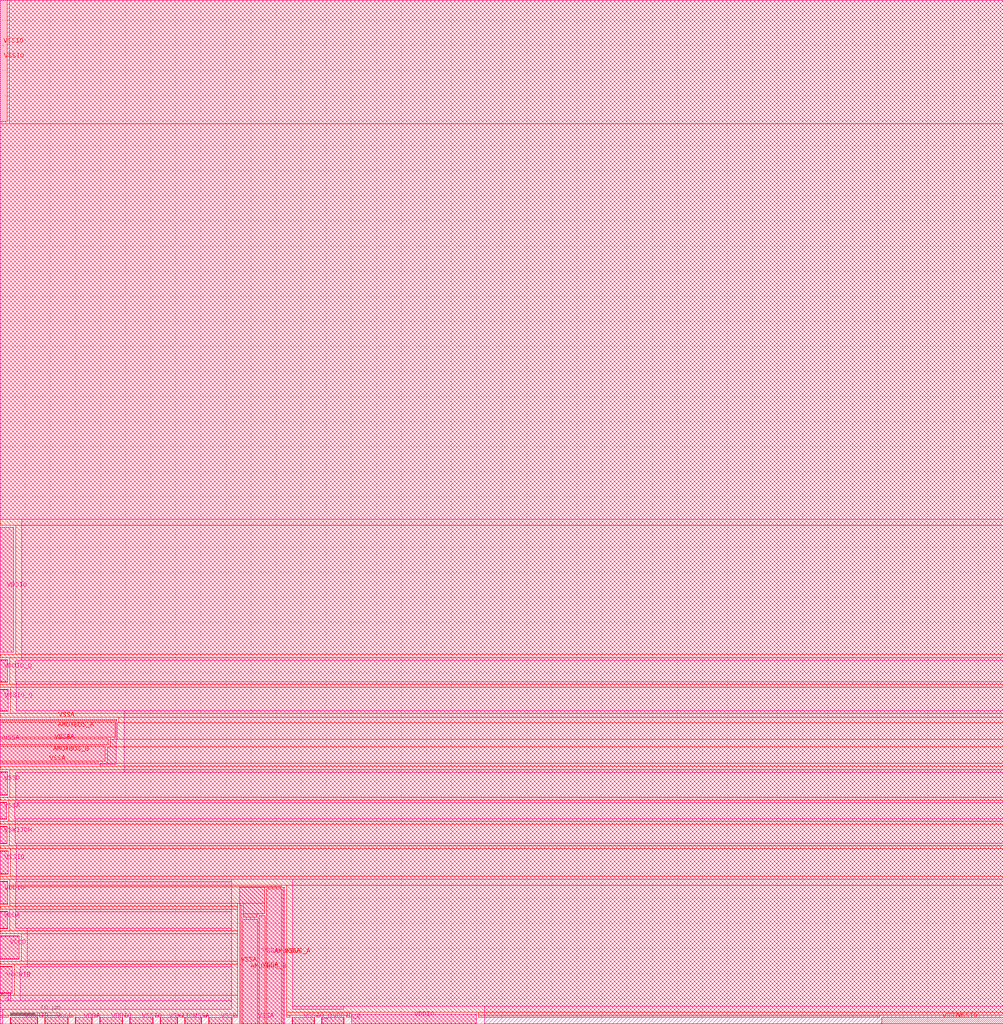
<source format=lef>
VERSION 5.7 ;
  NOWIREEXTENSIONATPIN ON ;
  DIVIDERCHAR "/" ;
  BUSBITCHARS "[]" ;
MACRO sky130_ef_io__bare_pad
  CLASS BLOCK ;
  FOREIGN sky130_ef_io__bare_pad ;
  ORIGIN 2.700 2.700 ;
  SIZE 65.400 BY 75.400 ;
  PIN PAD
    PORT
      LAYER met4 ;
        RECT -2.700 70.000 62.700 72.700 ;
        RECT -2.700 0.000 0.000 70.000 ;
        RECT 60.000 0.000 62.700 70.000 ;
        RECT -2.700 -2.700 62.700 0.000 ;
      LAYER via4 ;
        RECT -2.580 71.400 62.580 72.580 ;
        RECT -2.580 -1.400 -1.400 71.400 ;
        RECT 61.400 -1.400 62.580 71.400 ;
        RECT -2.580 -2.580 62.580 -1.400 ;
      LAYER met5 ;
        RECT -2.700 -2.700 62.700 72.700 ;
    END
  END PAD
END sky130_ef_io__bare_pad

#--------EOF---------

MACRO sky130_ef_io__com_bus_slice_1um
  CLASS PAD SPACER ;
  FOREIGN sky130_ef_io__com_bus_slice_1um ;
  ORIGIN 0.000 0.000 ;
  SIZE 1.000 BY 197.965 ;
  PIN AMUXBUS_A
    DIRECTION INOUT ;
    USE SIGNAL ;
    PORT
      LAYER met4 ;
        RECT 0.000 51.090 1.000 54.070 ;
    END
  END AMUXBUS_A
  PIN AMUXBUS_B
    DIRECTION INOUT ;
    USE SIGNAL ;
    PORT
      LAYER met4 ;
        RECT 0.000 46.330 1.000 49.310 ;
    END
  END AMUXBUS_B
  PIN VSSA
    DIRECTION INOUT ;
    USE GROUND ;
    PORT
      LAYER met5 ;
        RECT 0.000 45.700 1.000 54.700 ;
    END
    PORT
      LAYER met4 ;
        RECT 0.000 54.370 1.000 54.700 ;
    END
    PORT
      LAYER met4 ;
        RECT 0.000 45.700 1.000 46.030 ;
    END
    PORT
      LAYER met5 ;
        RECT 0.000 34.800 1.000 38.050 ;
    END
    PORT
      LAYER met4 ;
        RECT 0.000 34.700 1.000 38.150 ;
    END
  END VSSA
  PIN VDDA
    DIRECTION INOUT ;
    USE POWER ;
    PORT
      LAYER met5 ;
        RECT 0.000 13.000 1.000 16.250 ;
    END
    PORT
      LAYER met4 ;
        RECT 0.000 12.900 1.000 16.350 ;
    END
  END VDDA
  PIN VSWITCH
    DIRECTION INOUT ;
    USE POWER ;
    PORT
      LAYER met5 ;
        RECT 0.000 29.950 1.000 33.200 ;
    END
    PORT
      LAYER met4 ;
        RECT 0.000 29.850 1.000 33.300 ;
    END
  END VSWITCH
  PIN VDDIO_Q
    DIRECTION INOUT ;
    USE POWER ;
    PORT
      LAYER met5 ;
        RECT 0.000 62.150 1.000 66.400 ;
    END
    PORT
      LAYER met4 ;
        RECT 0.000 62.050 1.000 66.500 ;
    END
  END VDDIO_Q
  PIN VCCHIB
    DIRECTION INOUT ;
    USE POWER ;
    PORT
      LAYER met5 ;
        RECT 0.000 0.100 1.000 5.350 ;
    END
    PORT
      LAYER met4 ;
        RECT 0.000 0.000 1.000 5.450 ;
    END
  END VCCHIB
  PIN VDDIO
    DIRECTION INOUT ;
    USE POWER ;
    PORT
      LAYER met5 ;
        RECT 0.000 68.000 1.000 92.950 ;
    END
    PORT
      LAYER met4 ;
        RECT 0.000 68.000 1.000 92.965 ;
    END
    PORT
      LAYER met5 ;
        RECT 0.000 17.850 1.000 22.300 ;
    END
    PORT
      LAYER met4 ;
        RECT 0.000 17.750 1.000 22.400 ;
    END
  END VDDIO
  PIN VCCD
    DIRECTION INOUT ;
    USE POWER ;
    PORT
      LAYER met5 ;
        RECT 0.000 6.950 1.000 11.400 ;
    END
    PORT
      LAYER met4 ;
        RECT 0.000 6.850 1.000 11.500 ;
    END
  END VCCD
  PIN VSSIO
    DIRECTION INOUT ;
    USE GROUND ;
    PORT
      LAYER met5 ;
        RECT 0.000 23.900 1.000 28.350 ;
    END
    PORT
      LAYER met4 ;
        RECT 0.000 23.800 1.000 28.450 ;
    END
    PORT
      LAYER met5 ;
        RECT 0.000 173.750 1.000 197.965 ;
    END
  END VSSIO
  PIN VSSD
    DIRECTION INOUT ;
    USE GROUND ;
    PORT
      LAYER met5 ;
        RECT 0.000 39.650 1.000 44.100 ;
    END
    PORT
      LAYER met4 ;
        RECT 0.000 39.550 1.000 44.200 ;
    END
  END VSSD
  PIN VSSIO_Q
    DIRECTION INOUT ;
    USE GROUND ;
    PORT
      LAYER met5 ;
        RECT 0.000 56.300 1.000 60.550 ;
    END
    PORT
      LAYER met4 ;
        RECT 0.000 56.200 1.000 60.650 ;
    END
  END VSSIO_Q
  OBS
      LAYER met4 ;
        RECT 0.000 66.900 1.000 95.000 ;
	RECT 0.000 172.000 1.000 197.965 ;
        RECT 0.000 55.100 1.000 55.800 ;
        RECT 0.000 49.710 1.000 50.690 ;
  END
END sky130_ef_io__com_bus_slice_1um

#--------EOF---------

MACRO sky130_ef_io__com_bus_slice_5um
  CLASS PAD SPACER ;
  FOREIGN sky130_ef_io__com_bus_slice_5um ;
  ORIGIN 0.000 0.000 ;
  SIZE 5.000 BY 197.965 ;
  PIN AMUXBUS_A
    DIRECTION INOUT ;
    USE SIGNAL ;
    PORT
      LAYER met4 ;
        RECT 0.000 51.090 5.000 54.070 ;
    END
    PORT
      LAYER met4 ;
        RECT 4.000 51.090 5.000 54.070 ;
    END
  END AMUXBUS_A
  PIN AMUXBUS_B
    DIRECTION INOUT ;
    USE SIGNAL ;
    PORT
      LAYER met4 ;
        RECT 0.000 46.330 5.000 49.310 ;
    END
    PORT
      LAYER met4 ;
        RECT 4.000 46.330 5.000 49.310 ;
    END
  END AMUXBUS_B
  PIN VSSA
    DIRECTION INOUT ;
    USE GROUND ;
    PORT
      LAYER met5 ;
        RECT 0.000 45.700 5.000 54.700 ;
    END
    PORT
      LAYER met4 ;
        RECT 0.000 54.370 5.000 54.700 ;
    END
    PORT
      LAYER met4 ;
        RECT 0.000 45.700 5.000 46.030 ;
    END
    PORT
      LAYER met5 ;
        RECT 0.000 34.800 5.000 38.050 ;
    END
    PORT
      LAYER met4 ;
        RECT 0.000 34.700 5.000 38.150 ;
    END
    PORT
      LAYER met5 ;
        RECT 4.000 45.700 5.000 54.700 ;
    END
    PORT
      LAYER met4 ;
        RECT 4.000 54.370 5.000 54.700 ;
    END
    PORT
      LAYER met4 ;
        RECT 4.000 45.700 5.000 46.030 ;
    END
    PORT
      LAYER met5 ;
        RECT 4.000 34.800 5.000 38.050 ;
    END
    PORT
      LAYER met4 ;
        RECT 4.000 34.700 5.000 38.150 ;
    END
  END VSSA
  PIN VDDA
    DIRECTION INOUT ;
    USE POWER ;
    PORT
      LAYER met5 ;
        RECT 0.000 13.000 5.000 16.250 ;
    END
    PORT
      LAYER met4 ;
        RECT 0.000 12.900 5.000 16.350 ;
    END
    PORT
      LAYER met5 ;
        RECT 4.000 13.000 5.000 16.250 ;
    END
    PORT
      LAYER met4 ;
        RECT 4.000 12.900 5.000 16.350 ;
    END
  END VDDA
  PIN VSWITCH
    DIRECTION INOUT ;
    USE POWER ;
    PORT
      LAYER met5 ;
        RECT 0.000 29.950 5.000 33.200 ;
    END
    PORT
      LAYER met4 ;
        RECT 0.000 29.850 5.000 33.300 ;
    END
    PORT
      LAYER met5 ;
        RECT 4.000 29.950 5.000 33.200 ;
    END
    PORT
      LAYER met4 ;
        RECT 4.000 29.850 5.000 33.300 ;
    END
  END VSWITCH
  PIN VDDIO_Q
    DIRECTION INOUT ;
    USE POWER ;
    PORT
      LAYER met5 ;
        RECT 0.000 62.150 5.000 66.400 ;
    END
    PORT
      LAYER met4 ;
        RECT 0.000 62.050 5.000 66.500 ;
    END
    PORT
      LAYER met5 ;
        RECT 4.000 62.150 5.000 66.400 ;
    END
    PORT
      LAYER met4 ;
        RECT 4.000 62.050 5.000 66.500 ;
    END
  END VDDIO_Q
  PIN VCCHIB
    DIRECTION INOUT ;
    USE POWER ;
    PORT
      LAYER met5 ;
        RECT 0.000 0.100 5.000 5.350 ;
    END
    PORT
      LAYER met4 ;
        RECT 0.000 0.000 5.000 5.450 ;
    END
    PORT
      LAYER met5 ;
        RECT 4.000 0.100 5.000 5.350 ;
    END
    PORT
      LAYER met4 ;
        RECT 4.000 0.000 5.000 5.450 ;
    END
  END VCCHIB
  PIN VDDIO
    DIRECTION INOUT ;
    USE POWER ;
    PORT
      LAYER met5 ;
        RECT 0.000 68.000 1.000 92.950 ;
    END
    PORT
      LAYER met4 ;
        RECT 0.000 68.000 1.000 92.965 ;
    END
    PORT
      LAYER met5 ;
        RECT 0.000 17.850 5.000 22.300 ;
    END
    PORT
      LAYER met4 ;
        RECT 0.000 17.750 5.000 22.400 ;
    END
    PORT
      LAYER met5 ;
        RECT 4.000 68.000 5.000 92.950 ;
    END
    PORT
      LAYER met4 ;
        RECT 4.000 68.000 5.000 92.965 ;
    END
    PORT
      LAYER met5 ;
        RECT 4.000 17.850 5.000 22.300 ;
    END
    PORT
      LAYER met4 ;
        RECT 4.000 17.750 5.000 22.400 ;
    END
  END VDDIO
  PIN VCCD
    DIRECTION INOUT ;
    USE POWER ;
    PORT
      LAYER met5 ;
        RECT 0.000 6.950 5.000 11.400 ;
    END
    PORT
      LAYER met4 ;
        RECT 0.000 6.850 5.000 11.500 ;
    END
    PORT
      LAYER met5 ;
        RECT 4.000 6.950 5.000 11.400 ;
    END
    PORT
      LAYER met4 ;
        RECT 4.000 6.850 5.000 11.500 ;
    END
  END VCCD
  PIN VSSIO
    DIRECTION INOUT ;
    USE GROUND ;
    PORT
      LAYER met5 ;
        RECT 0.000 23.900 5.000 28.350 ;
    END
    PORT
      LAYER met4 ;
        RECT 0.000 23.800 5.000 28.450 ;
    END
    PORT
      LAYER met5 ;
        RECT 0.000 173.750 5.000 197.965 ;
    END
    PORT
      LAYER met5 ;
        RECT 4.000 23.900 5.000 28.350 ;
    END
    PORT
      LAYER met4 ;
        RECT 4.000 23.800 5.000 28.450 ;
    END
    PORT
      LAYER met5 ;
        RECT 4.000 173.750 5.000 197.965 ;
    END
  END VSSIO
  PIN VSSD
    DIRECTION INOUT ;
    USE GROUND ;
    PORT
      LAYER met5 ;
        RECT 0.000 39.650 5.000 44.100 ;
    END
    PORT
      LAYER met4 ;
        RECT 0.000 39.550 5.000 44.200 ;
    END
    PORT
      LAYER met5 ;
        RECT 4.000 39.650 5.000 44.100 ;
    END
    PORT
      LAYER met4 ;
        RECT 4.000 39.550 5.000 44.200 ;
    END
  END VSSD
  PIN VSSIO_Q
    DIRECTION INOUT ;
    USE GROUND ;
    PORT
      LAYER met5 ;
        RECT 0.000 56.300 5.000 60.550 ;
    END
    PORT
      LAYER met4 ;
        RECT 0.000 56.200 5.000 60.650 ;
    END
    PORT
      LAYER met5 ;
        RECT 4.000 56.300 5.000 60.550 ;
    END
    PORT
      LAYER met4 ;
        RECT 4.000 56.200 5.000 60.650 ;
    END
  END VSSIO_Q
  OBS
      LAYER met4 ;
        RECT 0.000 66.900 5.000 95.000 ;
        RECT 0.000 172.000 5.000 197.965 ;
        RECT 0.000 61.050 5.000 61.650 ;
        RECT 0.000 55.100 5.000 55.800 ;
        RECT 0.000 49.710 5.000 50.690 ;
  END
END sky130_ef_io__com_bus_slice_5um

#--------EOF---------

MACRO sky130_ef_io__com_bus_slice_10um
  CLASS PAD SPACER ;
  FOREIGN sky130_ef_io__com_bus_slice_10um ;
  ORIGIN 0.000 0.000 ;
  SIZE 10.000 BY 197.965 ;
  PIN AMUXBUS_A
    DIRECTION INOUT ;
    USE SIGNAL ;
    PORT
      LAYER met4 ;
        RECT 0.000 51.090 10.000 54.070 ;
    END
    PORT
      LAYER met4 ;
        RECT 9.000 51.090 10.000 54.070 ;
    END
  END AMUXBUS_A
  PIN AMUXBUS_B
    DIRECTION INOUT ;
    USE SIGNAL ;
    PORT
      LAYER met4 ;
        RECT 0.000 46.330 10.000 49.310 ;
    END
    PORT
      LAYER met4 ;
        RECT 9.000 46.330 10.000 49.310 ;
    END
  END AMUXBUS_B
  PIN VSSA
    DIRECTION INOUT ;
    USE GROUND ;
    PORT
      LAYER met5 ;
        RECT 0.000 45.700 10.000 54.700 ;
    END
    PORT
      LAYER met4 ;
        RECT 0.000 54.370 10.000 54.700 ;
    END
    PORT
      LAYER met4 ;
        RECT 0.000 45.700 10.000 46.030 ;
    END
    PORT
      LAYER met5 ;
        RECT 0.000 34.800 10.000 38.050 ;
    END
    PORT
      LAYER met4 ;
        RECT 0.000 34.700 10.000 38.150 ;
    END
    PORT
      LAYER met5 ;
        RECT 9.000 45.700 10.000 54.700 ;
    END
    PORT
      LAYER met4 ;
        RECT 9.000 54.370 10.000 54.700 ;
    END
    PORT
      LAYER met4 ;
        RECT 9.000 45.700 10.000 46.030 ;
    END
    PORT
      LAYER met5 ;
        RECT 9.000 34.800 10.000 38.050 ;
    END
    PORT
      LAYER met4 ;
        RECT 9.000 34.700 10.000 38.150 ;
    END
  END VSSA
  PIN VDDA
    DIRECTION INOUT ;
    USE POWER ;
    PORT
      LAYER met5 ;
        RECT 0.000 13.000 10.000 16.250 ;
    END
    PORT
      LAYER met4 ;
        RECT 0.000 12.900 10.000 16.350 ;
    END
    PORT
      LAYER met5 ;
        RECT 9.000 13.000 10.000 16.250 ;
    END
    PORT
      LAYER met4 ;
        RECT 9.000 12.900 10.000 16.350 ;
    END
  END VDDA
  PIN VSWITCH
    DIRECTION INOUT ;
    USE POWER ;
    PORT
      LAYER met5 ;
        RECT 0.000 29.950 10.000 33.200 ;
    END
    PORT
      LAYER met4 ;
        RECT 0.000 29.850 10.000 33.300 ;
    END
    PORT
      LAYER met5 ;
        RECT 9.000 29.950 10.000 33.200 ;
    END
    PORT
      LAYER met4 ;
        RECT 9.000 29.850 10.000 33.300 ;
    END
  END VSWITCH
  PIN VDDIO_Q
    DIRECTION INOUT ;
    USE POWER ;
    PORT
      LAYER met5 ;
        RECT 0.000 62.150 10.000 66.400 ;
    END
    PORT
      LAYER met4 ;
        RECT 0.000 62.050 10.000 66.500 ;
    END
    PORT
      LAYER met5 ;
        RECT 9.000 62.150 10.000 66.400 ;
    END
    PORT
      LAYER met4 ;
        RECT 9.000 62.050 10.000 66.500 ;
    END
  END VDDIO_Q
  PIN VCCHIB
    DIRECTION INOUT ;
    USE POWER ;
    PORT
      LAYER met5 ;
        RECT 0.000 0.100 10.000 5.350 ;
    END
    PORT
      LAYER met4 ;
        RECT 0.000 0.000 10.000 5.450 ;
    END
    PORT
      LAYER met5 ;
        RECT 9.000 0.100 10.000 5.350 ;
    END
    PORT
      LAYER met4 ;
        RECT 9.000 0.000 10.000 5.450 ;
    END
  END VCCHIB
  PIN VDDIO
    DIRECTION INOUT ;
    USE POWER ;
    PORT
      LAYER met5 ;
        RECT 0.000 68.000 1.000 92.950 ;
    END
    PORT
      LAYER met4 ;
        RECT 0.000 68.000 1.000 92.965 ;
    END
    PORT
      LAYER met5 ;
        RECT 0.000 17.850 10.000 22.300 ;
    END
    PORT
      LAYER met4 ;
        RECT 0.000 17.750 10.000 22.400 ;
    END
    PORT
      LAYER met5 ;
        RECT 9.000 68.000 10.000 92.950 ;
    END
    PORT
      LAYER met4 ;
        RECT 9.000 68.000 10.000 92.965 ;
    END
    PORT
      LAYER met5 ;
        RECT 9.000 17.850 10.000 22.300 ;
    END
    PORT
      LAYER met4 ;
        RECT 9.000 17.750 10.000 22.400 ;
    END
  END VDDIO
  PIN VCCD
    DIRECTION INOUT ;
    USE POWER ;
    PORT
      LAYER met5 ;
        RECT 0.000 6.950 10.000 11.400 ;
    END
    PORT
      LAYER met4 ;
        RECT 0.000 6.850 10.000 11.500 ;
    END
    PORT
      LAYER met5 ;
        RECT 9.000 6.950 10.000 11.400 ;
    END
    PORT
      LAYER met4 ;
        RECT 9.000 6.850 10.000 11.500 ;
    END
  END VCCD
  PIN VSSIO
    DIRECTION INOUT ;
    USE GROUND ;
    PORT
      LAYER met5 ;
        RECT 0.000 23.900 10.000 28.350 ;
    END
    PORT
      LAYER met4 ;
        RECT 0.000 23.800 10.000 28.450 ;
    END
    PORT
      LAYER met5 ;
        RECT 0.000 173.750 10.000 197.965 ;
    END
    PORT
      LAYER met5 ;
        RECT 9.000 23.900 10.000 28.350 ;
    END
    PORT
      LAYER met4 ;
        RECT 9.000 23.800 10.000 28.450 ;
    END
    PORT
      LAYER met5 ;
        RECT 9.000 173.750 10.000 197.965 ;
    END
  END VSSIO
  PIN VSSD
    DIRECTION INOUT ;
    USE GROUND ;
    PORT
      LAYER met5 ;
        RECT 0.000 39.650 10.000 44.100 ;
    END
    PORT
      LAYER met4 ;
        RECT 0.000 39.550 10.000 44.200 ;
    END
    PORT
      LAYER met5 ;
        RECT 9.000 39.650 10.000 44.100 ;
    END
    PORT
      LAYER met4 ;
        RECT 9.000 39.550 10.000 44.200 ;
    END
  END VSSD
  PIN VSSIO_Q
    DIRECTION INOUT ;
    USE GROUND ;
    PORT
      LAYER met5 ;
        RECT 0.000 56.300 10.000 60.550 ;
    END
    PORT
      LAYER met4 ;
        RECT 0.000 56.200 10.000 60.650 ;
    END
    PORT
      LAYER met5 ;
        RECT 9.000 56.300 10.000 60.550 ;
    END
    PORT
      LAYER met4 ;
        RECT 9.000 56.200 10.000 60.650 ;
    END
  END VSSIO_Q
  OBS
      LAYER met4 ;
        RECT 0.000 66.900 10.000 95.000 ;
        RECT 0.000 172.000 10.000 197.965 ;
        RECT 0.000 61.050 10.000 61.650 ;
        RECT 0.000 55.100 10.000 55.800 ;
        RECT 0.000 49.710 10.000 50.690 ;
      LAYER met5 ;
        RECT 2.600 68.000 7.400 92.950 ;
  END
END sky130_ef_io__com_bus_slice_10um

#--------EOF---------

MACRO sky130_ef_io__com_bus_slice_20um
  CLASS PAD SPACER ;
  FOREIGN sky130_ef_io__com_bus_slice_20um ;
  ORIGIN 0.000 0.000 ;
  SIZE 20.000 BY 197.965 ;
  PIN AMUXBUS_A
    DIRECTION INOUT ;
    USE SIGNAL ;
    PORT
      LAYER met4 ;
        RECT 0.000 51.090 20.000 54.070 ;
    END
    PORT
      LAYER met4 ;
        RECT 19.000 51.090 20.000 54.070 ;
    END
  END AMUXBUS_A
  PIN AMUXBUS_B
    DIRECTION INOUT ;
    USE SIGNAL ;
    PORT
      LAYER met4 ;
        RECT 0.000 46.330 20.000 49.310 ;
    END
    PORT
      LAYER met4 ;
        RECT 19.000 46.330 20.000 49.310 ;
    END
  END AMUXBUS_B
  PIN VSSA
    DIRECTION INOUT ;
    USE GROUND ;
    PORT
      LAYER met5 ;
        RECT 0.000 45.700 20.000 54.700 ;
    END
    PORT
      LAYER met4 ;
        RECT 0.000 54.370 20.000 54.700 ;
    END
    PORT
      LAYER met4 ;
        RECT 0.000 45.700 20.000 46.030 ;
    END
    PORT
      LAYER met5 ;
        RECT 0.000 34.800 20.000 38.050 ;
    END
    PORT
      LAYER met4 ;
        RECT 0.000 34.700 20.000 38.150 ;
    END
    PORT
      LAYER met5 ;
        RECT 19.000 45.700 20.000 54.700 ;
    END
    PORT
      LAYER met4 ;
        RECT 19.000 54.370 20.000 54.700 ;
    END
    PORT
      LAYER met4 ;
        RECT 19.000 45.700 20.000 46.030 ;
    END
    PORT
      LAYER met5 ;
        RECT 19.000 34.800 20.000 38.050 ;
    END
    PORT
      LAYER met4 ;
        RECT 19.000 34.700 20.000 38.150 ;
    END
  END VSSA
  PIN VDDA
    DIRECTION INOUT ;
    USE POWER ;
    PORT
      LAYER met5 ;
        RECT 0.000 13.000 20.000 16.250 ;
    END
    PORT
      LAYER met4 ;
        RECT 0.000 12.900 20.000 16.350 ;
    END
    PORT
      LAYER met5 ;
        RECT 19.000 13.000 20.000 16.250 ;
    END
    PORT
      LAYER met4 ;
        RECT 19.000 12.900 20.000 16.350 ;
    END
  END VDDA
  PIN VSWITCH
    DIRECTION INOUT ;
    USE POWER ;
    PORT
      LAYER met5 ;
        RECT 0.000 29.950 20.000 33.200 ;
    END
    PORT
      LAYER met4 ;
        RECT 0.000 29.850 20.000 33.300 ;
    END
    PORT
      LAYER met5 ;
        RECT 19.000 29.950 20.000 33.200 ;
    END
    PORT
      LAYER met4 ;
        RECT 19.000 29.850 20.000 33.300 ;
    END
  END VSWITCH
  PIN VDDIO_Q
    DIRECTION INOUT ;
    USE POWER ;
    PORT
      LAYER met5 ;
        RECT 0.000 62.150 20.000 66.400 ;
    END
    PORT
      LAYER met4 ;
        RECT 0.000 62.050 20.000 66.500 ;
    END
    PORT
      LAYER met5 ;
        RECT 19.000 62.150 20.000 66.400 ;
    END
    PORT
      LAYER met4 ;
        RECT 19.000 62.050 20.000 66.500 ;
    END
  END VDDIO_Q
  PIN VCCHIB
    DIRECTION INOUT ;
    USE POWER ;
    PORT
      LAYER met5 ;
        RECT 0.000 0.100 20.000 5.350 ;
    END
    PORT
      LAYER met4 ;
        RECT 0.000 0.000 20.000 5.450 ;
    END
    PORT
      LAYER met5 ;
        RECT 19.000 0.100 20.000 5.350 ;
    END
    PORT
      LAYER met4 ;
        RECT 19.000 0.000 20.000 5.450 ;
    END
  END VCCHIB
  PIN VDDIO
    DIRECTION INOUT ;
    USE POWER ;
    PORT
      LAYER met5 ;
        RECT 0.000 68.000 1.000 92.950 ;
    END
    PORT
      LAYER met4 ;
        RECT 0.000 68.000 1.000 92.965 ;
    END
    PORT
      LAYER met5 ;
        RECT 0.000 17.850 20.000 22.300 ;
    END
    PORT
      LAYER met4 ;
        RECT 0.000 17.750 20.000 22.400 ;
    END
    PORT
      LAYER met5 ;
        RECT 19.000 68.000 20.000 92.950 ;
    END
    PORT
      LAYER met4 ;
        RECT 19.000 68.000 20.000 92.965 ;
    END
    PORT
      LAYER met5 ;
        RECT 19.000 17.850 20.000 22.300 ;
    END
    PORT
      LAYER met4 ;
        RECT 19.000 17.750 20.000 22.400 ;
    END
  END VDDIO
  PIN VCCD
    DIRECTION INOUT ;
    USE POWER ;
    PORT
      LAYER met5 ;
        RECT 0.000 6.950 20.000 11.400 ;
    END
    PORT
      LAYER met4 ;
        RECT 0.000 6.850 20.000 11.500 ;
    END
    PORT
      LAYER met5 ;
        RECT 19.000 6.950 20.000 11.400 ;
    END
    PORT
      LAYER met4 ;
        RECT 19.000 6.850 20.000 11.500 ;
    END
  END VCCD
  PIN VSSIO
    DIRECTION INOUT ;
    USE GROUND ;
    PORT
      LAYER met5 ;
        RECT 0.000 23.900 20.000 28.350 ;
    END
    PORT
      LAYER met4 ;
        RECT 0.000 23.800 20.000 28.450 ;
    END
    PORT
      LAYER met5 ;
        RECT 0.000 173.750 20.000 197.965 ;
    END
    PORT
      LAYER met5 ;
        RECT 19.000 23.900 20.000 28.350 ;
    END
    PORT
      LAYER met4 ;
        RECT 19.000 23.800 20.000 28.450 ;
    END
    PORT
      LAYER met5 ;
        RECT 19.000 173.750 20.000 197.965 ;
    END
  END VSSIO
  PIN VSSD
    DIRECTION INOUT ;
    USE GROUND ;
    PORT
      LAYER met5 ;
        RECT 0.000 39.650 20.000 44.100 ;
    END
    PORT
      LAYER met4 ;
        RECT 0.000 39.550 20.000 44.200 ;
    END
    PORT
      LAYER met5 ;
        RECT 19.000 39.650 20.000 44.100 ;
    END
    PORT
      LAYER met4 ;
        RECT 19.000 39.550 20.000 44.200 ;
    END
  END VSSD
  PIN VSSIO_Q
    DIRECTION INOUT ;
    USE GROUND ;
    PORT
      LAYER met5 ;
        RECT 0.000 56.300 20.000 60.550 ;
    END
    PORT
      LAYER met4 ;
        RECT 0.000 56.200 20.000 60.650 ;
    END
    PORT
      LAYER met5 ;
        RECT 19.000 56.300 20.000 60.550 ;
    END
    PORT
      LAYER met4 ;
        RECT 19.000 56.200 20.000 60.650 ;
    END
  END VSSIO_Q
  OBS
      LAYER met4 ;
        RECT 0.000 66.900 20.000 95.000 ;
        RECT 0.000 172.000 20.000 197.965 ;
        RECT 0.000 61.050 20.000 61.650 ;
        RECT 0.000 55.100 20.000 55.800 ;
        RECT 0.000 49.710 20.000 50.690 ;
      LAYER met5 ;
        RECT 2.600 68.000 17.400 92.950 ;
  END
END sky130_ef_io__com_bus_slice_20um

#--------EOF---------

MACRO sky130_ef_io__connect_vcchib_vccd_and_vswitch_vddio_slice_20um
  CLASS PAD AREAIO ;
  FOREIGN sky130_ef_io__connect_vcchib_vccd_and_vswitch_vddio_slice_20um ;
  ORIGIN 0.000 0.000 ;
  SIZE 20.000 BY 197.965 ;
  PIN AMUXBUS_A
    DIRECTION INOUT ;
    USE SIGNAL ;
    PORT
      LAYER met4 ;
        RECT 0.000 51.090 20.000 54.070 ;
    END
  END AMUXBUS_A
  PIN AMUXBUS_B
    DIRECTION INOUT ;
    USE SIGNAL ;
    PORT
      LAYER met4 ;
        RECT 0.000 46.330 20.000 49.310 ;
    END
  END AMUXBUS_B
  PIN VSSA
    DIRECTION INOUT ;
    USE GROUND ;
    PORT
      LAYER met5 ;
        RECT 0.000 45.700 20.000 54.700 ;
    END
    PORT
      LAYER met4 ;
        RECT 0.000 54.370 20.000 54.700 ;
    END
    PORT
      LAYER met4 ;
        RECT 0.000 45.700 20.000 46.030 ;
    END
    PORT
      LAYER met5 ;
        RECT 0.000 34.800 20.000 38.050 ;
    END
    PORT
      LAYER met4 ;
        RECT 0.000 34.700 20.000 38.150 ;
    END
  END VSSA
  PIN VDDA
    DIRECTION INOUT ;
    USE POWER ;
    PORT
      LAYER met5 ;
        RECT 0.000 13.000 20.000 16.250 ;
    END
    PORT
      LAYER met4 ;
        RECT 0.000 12.900 20.000 16.350 ;
    END
  END VDDA
  PIN VSWITCH
    DIRECTION INOUT ;
    USE POWER ;
    PORT
      LAYER met5 ;
        RECT 0.000 29.950 20.000 33.200 ;
    END
    PORT
      LAYER met3 ;
        RECT 0.990 17.880 19.000 33.200 ;
      LAYER via3 ;
        RECT 1.090 30.080 18.740 33.030 ;
        RECT 1.280 18.080 18.770 22.090 ;
      LAYER met4 ;
        RECT 0.000 29.850 20.000 33.300 ;
        RECT 0.000 17.750 20.000 22.400 ;
    END
  END VSWITCH
  PIN VDDIO_Q
    DIRECTION INOUT ;
    USE POWER ;
    PORT
      LAYER met5 ;
        RECT 0.000 62.150 20.000 66.400 ;
    END
    PORT
      LAYER met4 ;
        RECT 0.000 62.050 20.000 66.500 ;
    END
  END VDDIO_Q
  PIN VCCHIB
    DIRECTION INOUT ;
    USE POWER ;
    PORT
      LAYER met5 ;
        RECT 0.000 0.100 20.000 11.400 ;
    END
    PORT
      LAYER met4 ;
        RECT 0.000 0.000 20.000 5.450 ;
    END
  END VCCHIB
  PIN VDDIO
    DIRECTION INOUT ;
    USE POWER ;
    PORT
      LAYER met5 ;
        RECT 0.000 68.000 20.000 92.950 ;
    END
    PORT
      LAYER met4 ;
        RECT 0.000 68.000 20.000 92.965 ;
    END
    PORT
      LAYER met5 ;
        RECT 0.000 17.850 20.000 22.300 ;
    END
  END VDDIO
  PIN VCCD
    DIRECTION INOUT ;
    USE POWER ;
    PORT
      LAYER met4 ;
        RECT 0.000 6.850 20.000 11.500 ;
    END
  END VCCD
  PIN VSSIO
    DIRECTION INOUT ;
    USE GROUND ;
    PORT
      LAYER met5 ;
        RECT 0.000 23.900 20.000 28.350 ;
    END
    PORT
      LAYER met4 ;
        RECT 0.000 23.800 20.000 28.450 ;
    END
    PORT
      LAYER met5 ;
        RECT 0.000 173.750 20.000 197.965 ;
    END
  END VSSIO
  PIN VSSD
    DIRECTION INOUT ;
    USE GROUND ;
    PORT
      LAYER met5 ;
        RECT 0.000 39.650 20.000 44.100 ;
    END
    PORT
      LAYER met4 ;
        RECT 0.000 39.550 20.000 44.200 ;
    END
  END VSSD
  PIN VSSIO_Q
    DIRECTION INOUT ;
    USE GROUND ;
    PORT
      LAYER met5 ;
        RECT 0.000 56.300 20.000 60.550 ;
    END
    PORT
      LAYER met4 ;
        RECT 0.000 56.200 20.000 60.650 ;
    END
  END VSSIO_Q
  OBS
      LAYER met4 ;
        RECT 0.000 173.750 20.000 197.965 ;
        RECT 0.000 49.610 20.000 50.790 ;
  END
END sky130_ef_io__connect_vcchib_vccd_and_vswitch_vddio_slice_20um

#--------EOF---------

MACRO sky130_ef_io__corner_pad
  CLASS ENDCAP TOPRIGHT ;
  FOREIGN sky130_ef_io__corner_pad ;
  ORIGIN 0.000 0.000 ;
  SIZE 200.000 BY 204.000 ;
  PIN AMUXBUS_A
    DIRECTION INOUT ;
    USE SIGNAL ;
    PORT
      LAYER met4 ;
        RECT 0.000 57.125 22.910 60.105 ;
    END
    PORT
      LAYER met4 ;
        RECT 53.125 0.000 56.105 26.910 ;
    END
  END AMUXBUS_A
  PIN AMUXBUS_B
    DIRECTION INOUT ;
    USE SIGNAL ;
    PORT
      LAYER met4 ;
        RECT 0.000 52.365 20.935 55.345 ;
    END
    PORT
      LAYER met4 ;
        RECT 48.365 0.000 51.345 20.875 ;
    END
  END AMUXBUS_B
  PIN VSSA
    DIRECTION INOUT ;
    USE GROUND ;
    PORT
      LAYER met5 ;
        RECT 0.000 51.735 23.155 60.735 ;
    END
    PORT
      LAYER met5 ;
        RECT 0.630 56.020 0.640 56.030 ;
    END
    PORT
      LAYER met5 ;
        RECT 0.000 40.835 1.335 44.085 ;
    END
    PORT
      LAYER met4 ;
        RECT 0.000 51.735 19.575 52.065 ;
    END
    PORT
      LAYER met4 ;
        RECT 0.000 40.735 1.335 44.185 ;
    END
    PORT
      LAYER met4 ;
        RECT 0.000 55.645 21.550 56.825 ;
    END
    PORT
      LAYER met4 ;
        RECT 0.000 60.405 23.175 60.735 ;
    END
    PORT
      LAYER met5 ;
        RECT 36.840 0.000 40.085 1.270 ;
    END
    PORT
      LAYER met5 ;
        RECT 47.735 0.000 56.735 27.155 ;
    END
    PORT
      LAYER met5 ;
        RECT 51.285 0.630 51.295 0.640 ;
    END
    PORT
      LAYER met4 ;
        RECT 56.405 0.000 56.735 27.175 ;
    END
    PORT
      LAYER met4 ;
        RECT 51.645 0.000 52.825 21.555 ;
    END
    PORT
      LAYER met4 ;
        RECT 36.735 0.000 40.185 1.270 ;
    END
    PORT
      LAYER met4 ;
        RECT 47.735 0.000 48.065 23.575 ;
    END
  END VSSA
  PIN VDDA
    DIRECTION INOUT ;
    USE POWER ;
    PORT
      LAYER met5 ;
        RECT 0.000 19.035 1.470 22.285 ;
    END
    PORT
      LAYER met4 ;
        RECT 0.000 18.935 1.470 22.385 ;
    END
    PORT
      LAYER met5 ;
        RECT 15.035 0.000 18.285 1.255 ;
    END
    PORT
      LAYER met4 ;
        RECT 14.935 0.000 18.385 1.255 ;
    END
  END VDDA
  PIN VSWITCH
    DIRECTION INOUT ;
    USE POWER ;
    PORT
      LAYER met5 ;
        RECT 0.000 35.985 1.385 39.235 ;
    END
    PORT
      LAYER met4 ;
        RECT 0.000 35.885 1.385 39.335 ;
    END
    PORT
      LAYER met5 ;
        RECT 31.985 0.000 35.235 1.270 ;
    END
    PORT
      LAYER met4 ;
        RECT 31.885 0.000 35.335 1.270 ;
    END
  END VSWITCH
  PIN VDDIO_Q
    DIRECTION INOUT ;
    USE POWER ;
    PORT
      LAYER met5 ;
        RECT 0.000 68.185 1.480 72.435 ;
    END
    PORT
      LAYER met4 ;
        RECT 0.000 68.085 1.480 72.535 ;
    END
    PORT
      LAYER met5 ;
        RECT 64.185 0.000 68.435 1.270 ;
    END
    PORT
      LAYER met4 ;
        RECT 64.085 0.000 68.535 1.270 ;
    END
  END VDDIO_Q
  PIN VCCHIB
    DIRECTION INOUT ;
    USE POWER ;
    PORT
      LAYER met5 ;
        RECT 0.000 6.135 2.350 11.385 ;
    END
    PORT
      LAYER met4 ;
        RECT 0.000 6.035 2.350 11.485 ;
    END
    PORT
      LAYER met5 ;
        RECT 2.135 0.000 7.385 1.270 ;
    END
    PORT
      LAYER met4 ;
        RECT 2.035 0.000 7.485 1.270 ;
    END
  END VCCHIB
  PIN VDDIO
    DIRECTION INOUT ;
    USE POWER ;
    PORT
      LAYER met5 ;
        RECT 0.000 74.035 2.645 98.985 ;
    END
    PORT
      LAYER met5 ;
        RECT 0.000 23.885 1.525 28.335 ;
    END
    PORT
      LAYER met4 ;
        RECT 0.000 23.785 1.525 28.435 ;
    END
    PORT
      LAYER met4 ;
        RECT 0.000 74.035 2.645 99.000 ;
    END
    PORT
      LAYER met5 ;
        RECT 19.885 0.000 24.335 1.270 ;
    END
    PORT
      LAYER met5 ;
        RECT 70.035 0.000 94.985 1.855 ;
    END
    PORT
      LAYER met4 ;
        RECT 70.035 0.000 95.000 1.855 ;
    END
    PORT
      LAYER met4 ;
        RECT 19.785 0.000 24.435 1.270 ;
    END
  END VDDIO
  PIN VCCD
    DIRECTION INOUT ;
    USE POWER ;
    PORT
      LAYER met5 ;
        RECT 0.000 12.985 3.785 17.435 ;
    END
    PORT
      LAYER met4 ;
        RECT 0.000 12.885 3.785 17.535 ;
    END
    PORT
      LAYER met5 ;
        RECT 8.985 0.000 13.435 1.270 ;
    END
    PORT
      LAYER met4 ;
        RECT 8.885 0.000 13.535 1.270 ;
    END
  END VCCD
  PIN VSSIO
    DIRECTION INOUT ;
    USE GROUND ;
    PORT
      LAYER met5 ;
        RECT 0.000 29.935 1.600 34.385 ;
    END
    PORT
      LAYER met4 ;
        RECT 0.000 29.835 1.600 34.485 ;
    END
    PORT
      LAYER met4 ;
        RECT 0.000 179.785 1.435 204.000 ;
    END
    PORT
      LAYER met4 ;
        RECT 0.630 194.865 0.640 194.875 ;
    END
    PORT
      LAYER met5 ;
        RECT 25.935 0.000 30.385 1.270 ;
    END
    PORT
      LAYER met4 ;
        RECT 25.835 0.000 30.485 1.270 ;
    END
    PORT
      LAYER met4 ;
        RECT 175.785 0.000 200.000 1.270 ;
    END
    PORT
      LAYER met4 ;
        RECT 190.865 0.630 190.875 0.640 ;
    END
  END VSSIO
  PIN VSSD
    DIRECTION INOUT ;
    USE GROUND ;
    PORT
      LAYER met5 ;
        RECT 0.000 45.685 1.475 50.135 ;
    END
    PORT
      LAYER met4 ;
        RECT 0.000 45.585 1.475 50.235 ;
    END
    PORT
      LAYER met5 ;
        RECT 41.685 0.000 46.135 1.270 ;
    END
    PORT
      LAYER met4 ;
        RECT 41.585 0.000 46.235 1.270 ;
    END
  END VSSD
  PIN VSSIO_Q
    DIRECTION INOUT ;
    USE GROUND ;
    PORT
      LAYER met5 ;
        RECT 0.000 62.335 1.625 66.585 ;
    END
    PORT
      LAYER met4 ;
        RECT 0.000 62.235 1.625 66.685 ;
    END
    PORT
      LAYER met5 ;
        RECT 58.335 0.000 62.585 1.270 ;
    END
    PORT
      LAYER met4 ;
        RECT 58.235 0.000 62.685 1.270 ;
    END
  END VSSIO_Q
  OBS
      LAYER met4 ;
        RECT 1.835 179.385 200.000 204.000 ;
        RECT 0.000 99.400 200.000 179.385 ;
        RECT 3.045 73.635 200.000 99.400 ;
        RECT 0.000 72.935 200.000 73.635 ;
        RECT 1.880 67.685 200.000 72.935 ;
        RECT 0.000 67.085 200.000 67.685 ;
        RECT 2.025 61.835 200.000 67.085 ;
        RECT 0.000 61.135 200.000 61.835 ;
        RECT 23.575 60.005 200.000 61.135 ;
        RECT 23.310 56.725 200.000 60.005 ;
        RECT 21.950 55.245 200.000 56.725 ;
        RECT 21.335 51.965 200.000 55.245 ;
        RECT 19.975 51.335 200.000 51.965 ;
        RECT 0.000 50.635 200.000 51.335 ;
        RECT 1.875 45.185 200.000 50.635 ;
        RECT 0.000 44.585 200.000 45.185 ;
        RECT 1.735 40.335 200.000 44.585 ;
        RECT 0.000 39.735 200.000 40.335 ;
        RECT 1.785 35.485 200.000 39.735 ;
        RECT 0.000 34.885 200.000 35.485 ;
        RECT 2.000 29.435 200.000 34.885 ;
        RECT 0.000 28.835 200.000 29.435 ;
        RECT 1.925 27.575 200.000 28.835 ;
        RECT 1.925 27.310 56.005 27.575 ;
        RECT 1.925 23.975 52.725 27.310 ;
        RECT 1.925 23.385 47.335 23.975 ;
        RECT 0.000 22.785 47.335 23.385 ;
        RECT 1.870 18.535 47.335 22.785 ;
        RECT 48.465 21.955 52.725 23.975 ;
        RECT 48.465 21.275 51.245 21.955 ;
        RECT 0.000 17.935 47.335 18.535 ;
        RECT 4.185 12.485 47.335 17.935 ;
        RECT 0.000 11.885 47.335 12.485 ;
        POLYGON 0.000 6.035 0.400 6.035 0.400 5.635 ;
        RECT 0.400 5.635 2.035 6.035 ;
        RECT 2.750 5.635 47.335 11.885 ;
        RECT 0.000 1.670 47.335 5.635 ;
        RECT 0.000 1.255 1.635 1.670 ;
        RECT 7.885 1.255 8.485 1.670 ;
        RECT 13.935 1.655 19.385 1.670 ;
        RECT 13.935 1.255 14.535 1.655 ;
        RECT 18.785 1.255 19.385 1.655 ;
        RECT 24.835 1.255 25.435 1.670 ;
        RECT 30.885 1.255 31.485 1.670 ;
        RECT 35.735 1.255 36.335 1.670 ;
        RECT 40.585 1.255 41.185 1.670 ;
        RECT 46.635 1.255 47.335 1.670 ;
        RECT 57.135 2.255 200.000 27.575 ;
        RECT 57.135 1.670 69.635 2.255 ;
        RECT 57.135 1.255 57.835 1.670 ;
        RECT 63.085 1.255 63.685 1.670 ;
        RECT 68.935 1.255 69.635 1.670 ;
        RECT 95.400 1.670 200.000 2.255 ;
        RECT 95.400 1.255 175.385 1.670 ;
      LAYER met5 ;
        RECT 0.000 100.585 200.000 204.000 ;
        RECT 4.245 72.435 200.000 100.585 ;
        RECT 3.080 68.185 200.000 72.435 ;
        RECT 3.225 62.335 200.000 68.185 ;
        RECT 24.755 50.135 200.000 62.335 ;
        RECT 3.075 44.085 200.000 50.135 ;
        RECT 2.935 40.835 200.000 44.085 ;
        RECT 2.985 35.985 200.000 40.835 ;
        RECT 3.200 28.755 200.000 35.985 ;
        RECT 3.200 28.335 46.135 28.755 ;
        RECT 3.125 22.285 46.135 28.335 ;
        RECT 3.070 19.035 46.135 22.285 ;
        RECT 5.385 11.385 46.135 19.035 ;
        POLYGON 0.000 6.135 1.600 6.135 1.600 4.535 ;
        RECT 1.600 4.535 2.135 6.135 ;
        RECT 3.950 4.535 46.135 11.385 ;
        RECT 0.000 2.870 46.135 4.535 ;
        RECT 58.335 3.455 200.000 28.755 ;
        RECT 58.335 2.870 68.435 3.455 ;
        RECT 0.000 0.000 0.535 2.870 ;
        RECT 15.035 2.855 18.285 2.870 ;
        RECT 96.585 0.000 200.000 3.455 ;
  END
END sky130_ef_io__corner_pad

#--------EOF---------

MACRO sky130_ef_io__disconnect_vccd_slice_5um
  CLASS PAD AREAIO ;
  FOREIGN sky130_ef_io__disconnect_vccd_slice_5um ;
  ORIGIN 0.000 0.000 ;
  SIZE 5.000 BY 197.965 ;
  PIN AMUXBUS_A
    DIRECTION INOUT ;
    USE SIGNAL ;
    PORT
      LAYER met4 ;
        RECT 0.000 51.090 5.000 54.070 ;
    END
  END AMUXBUS_A
  PIN AMUXBUS_B
    DIRECTION INOUT ;
    USE SIGNAL ;
    PORT
      LAYER met4 ;
        RECT 0.000 46.330 5.000 49.310 ;
    END
  END AMUXBUS_B
  PIN VSSA
    DIRECTION INOUT ;
    USE GROUND ;
    PORT
      LAYER met5 ;
        RECT 0.000 45.700 5.000 54.700 ;
    END
    PORT
      LAYER met4 ;
        RECT 0.000 54.370 5.000 54.700 ;
    END
    PORT
      LAYER met4 ;
        RECT 0.000 45.700 5.000 46.030 ;
    END
    PORT
      LAYER met5 ;
        RECT 0.000 34.800 5.000 38.050 ;
    END
    PORT
      LAYER met4 ;
        RECT 0.000 34.700 5.000 38.150 ;
    END
  END VSSA
  PIN VDDA
    DIRECTION INOUT ;
    USE POWER ;
    PORT
      LAYER met5 ;
        RECT 0.000 13.000 5.000 16.250 ;
    END
    PORT
      LAYER met4 ;
        RECT 0.000 12.900 5.000 16.350 ;
    END
  END VDDA
  PIN VSWITCH
    DIRECTION INOUT ;
    USE POWER ;
    PORT
      LAYER met5 ;
        RECT 0.000 29.950 5.000 33.200 ;
    END
    PORT
      LAYER met4 ;
        RECT 0.000 29.850 5.000 33.300 ;
    END
  END VSWITCH
  PIN VDDIO_Q
    DIRECTION INOUT ;
    USE POWER ;
    PORT
      LAYER met5 ;
        RECT 0.000 62.150 5.000 66.400 ;
    END
    PORT
      LAYER met4 ;
        RECT 0.000 62.050 5.000 66.500 ;
    END
  END VDDIO_Q
  PIN VCCHIB
    DIRECTION INOUT ;
    USE POWER ;
    PORT
      LAYER met5 ;
        RECT 0.000 0.100 5.000 5.350 ;
    END
    PORT
      LAYER met4 ;
        RECT 0.000 0.000 5.000 5.450 ;
    END
  END VCCHIB
  PIN VDDIO
    DIRECTION INOUT ;
    USE POWER ;
    PORT
      LAYER met5 ;
        RECT 0.000 68.000 5.000 92.950 ;
    END
    PORT
      LAYER met4 ;
        RECT 0.000 68.000 5.000 92.965 ;
    END
    PORT
      LAYER met5 ;
        RECT 0.000 17.850 5.000 22.300 ;
    END
    PORT
      LAYER met4 ;
        RECT 0.000 17.750 5.000 22.400 ;
    END
  END VDDIO
  PIN VSSIO
    DIRECTION INOUT ;
    USE GROUND ;
    PORT
      LAYER met5 ;
        RECT 0.000 23.900 5.000 28.350 ;
    END
    PORT
      LAYER met4 ;
        RECT 0.000 23.800 5.000 28.450 ;
    END
    PORT
      LAYER met5 ;
        RECT 0.000 173.750 5.000 197.965 ;
    END
  END VSSIO
  PIN VSSIO_Q
    DIRECTION INOUT ;
    USE GROUND ;
    PORT
      LAYER met5 ;
        RECT 0.000 56.300 5.000 60.550 ;
    END
    PORT
      LAYER met4 ;
        RECT 0.000 56.200 5.000 60.650 ;
    END
  END VSSIO_Q
  OBS
      LAYER met4 ;
        RECT 0.000 173.750 5.000 197.965 ;
        RECT 0.000 49.610 5.000 50.790 ;
  END
END sky130_ef_io__disconnect_vccd_slice_5um

#--------EOF---------

MACRO sky130_ef_io__disconnect_vdda_slice_5um
  CLASS PAD AREAIO ;
  FOREIGN sky130_ef_io__disconnect_vdda_slice_5um ;
  ORIGIN 0.000 0.000 ;
  SIZE 5.000 BY 197.965 ;
  PIN AMUXBUS_A
    DIRECTION INOUT ;
    USE SIGNAL ;
    PORT
      LAYER met4 ;
        RECT 0.000 51.090 5.000 54.070 ;
    END
  END AMUXBUS_A
  PIN AMUXBUS_B
    DIRECTION INOUT ;
    USE SIGNAL ;
    PORT
      LAYER met4 ;
        RECT 0.000 46.330 5.000 49.310 ;
    END
  END AMUXBUS_B
  PIN VSWITCH
    DIRECTION INOUT ;
    USE POWER ;
    PORT
      LAYER met5 ;
        RECT 0.000 29.950 5.000 33.200 ;
    END
    PORT
      LAYER met4 ;
        RECT 0.000 29.850 5.000 33.300 ;
    END
  END VSWITCH
  PIN VDDIO_Q
    DIRECTION INOUT ;
    USE POWER ;
    PORT
      LAYER met5 ;
        RECT 0.000 62.150 5.000 66.400 ;
    END
    PORT
      LAYER met4 ;
        RECT 0.000 62.050 5.000 66.500 ;
    END
  END VDDIO_Q
  PIN VCCHIB
    DIRECTION INOUT ;
    USE POWER ;
    PORT
      LAYER met5 ;
        RECT 0.000 0.100 5.000 5.350 ;
    END
    PORT
      LAYER met4 ;
        RECT 0.000 0.000 5.000 5.450 ;
    END
  END VCCHIB
  PIN VDDIO
    DIRECTION INOUT ;
    USE POWER ;
    PORT
      LAYER met4 ;
        RECT 0.000 17.750 5.000 22.400 ;
    END
    PORT
      LAYER met5 ;
        RECT 0.000 68.000 5.000 92.950 ;
    END
    PORT
      LAYER met4 ;
        RECT 0.000 68.000 5.000 92.965 ;
    END
    PORT
      LAYER met5 ;
        RECT 0.000 17.850 5.000 22.300 ;
    END
  END VDDIO
  PIN VCCD
    DIRECTION INOUT ;
    USE POWER ;
    PORT
      LAYER met5 ;
        RECT 0.000 6.950 5.000 11.400 ;
    END
    PORT
      LAYER met4 ;
        RECT 0.000 6.850 5.000 11.500 ;
    END
  END VCCD
  PIN VSSIO
    DIRECTION INOUT ;
    USE GROUND ;
    PORT
      LAYER met5 ;
        RECT 0.000 23.900 5.000 28.350 ;
    END
    PORT
      LAYER met4 ;
        RECT 0.000 23.800 5.000 28.450 ;
    END
    PORT
      LAYER met5 ;
        RECT 0.000 173.750 5.000 197.965 ;
    END
  END VSSIO
  PIN VSSD
    DIRECTION INOUT ;
    USE GROUND ;
    PORT
      LAYER met5 ;
        RECT 0.000 39.650 5.000 44.100 ;
    END
    PORT
      LAYER met4 ;
        RECT 0.000 39.550 5.000 44.200 ;
    END
  END VSSD
  PIN VSSIO_Q
    DIRECTION INOUT ;
    USE GROUND ;
    PORT
      LAYER met5 ;
        RECT 0.000 56.300 5.000 60.550 ;
    END
    PORT
      LAYER met4 ;
        RECT 0.000 56.200 5.000 60.650 ;
    END
  END VSSIO_Q
  OBS
      LAYER met4 ;
        RECT 0.000 173.750 5.000 197.965 ;
  END
END sky130_ef_io__disconnect_vdda_slice_5um

#--------EOF---------

MACRO sky130_ef_io__gpiov2_pad
  CLASS PAD INOUT ;
  FOREIGN sky130_ef_io__gpiov2_pad ;
  ORIGIN 0.000 0.000 ;
  SIZE 80.000 BY 197.965 ;
  PIN AMUXBUS_A
    DIRECTION INOUT ;
    USE SIGNAL ;
    PORT
      LAYER met4 ;
        RECT 0.000 51.090 36.440 54.070 ;
    END
    PORT
      LAYER met4 ;
        RECT 38.760 51.090 80.000 54.070 ;
    END
  END AMUXBUS_A
  PIN AMUXBUS_B
    DIRECTION INOUT ;
    USE SIGNAL ;
    PORT
      LAYER met4 ;
        RECT 0.000 46.330 52.145 49.310 ;
    END
    PORT
      LAYER met4 ;
        RECT 54.465 46.330 80.000 49.310 ;
    END
  END AMUXBUS_B
  PIN ANALOG_EN
    DIRECTION INPUT ;
    USE SIGNAL ;
    PORT
      LAYER met1 ;
        RECT 62.430 -2.035 62.690 -0.730 ;
    END
  END ANALOG_EN
  PIN ANALOG_POL
    DIRECTION INPUT ;
    USE SIGNAL ;
    PORT
      LAYER met3 ;
        RECT 45.865 -2.035 46.195 34.770 ;
    END
  END ANALOG_POL
  PIN ANALOG_SEL
    DIRECTION INPUT ;
    USE SIGNAL ;
    PORT
      LAYER met2 ;
        RECT 30.750 -2.035 31.010 0.230 ;
    END
  END ANALOG_SEL
  PIN DM[2]
    DIRECTION INPUT ;
    USE SIGNAL ;
    PORT
      LAYER met2 ;
        RECT 28.490 -2.035 28.750 2.035 ;
    END
  END DM[2]
  PIN DM[1]
    DIRECTION INPUT ;
    USE SIGNAL ;
    PORT
      LAYER met2 ;
        RECT 66.835 -2.035 67.095 -0.840 ;
    END
  END DM[1]
  PIN DM[0]
    DIRECTION INPUT ;
    USE SIGNAL ;
    PORT
      LAYER met2 ;
        RECT 49.855 -2.035 50.115 -1.490 ;
    END
  END DM[0]
  PIN ENABLE_H
    DIRECTION INPUT ;
    USE SIGNAL ;
    PORT
      LAYER met2 ;
        RECT 35.460 -2.035 35.720 -0.485 ;
    END
  END ENABLE_H
  PIN ENABLE_INP_H
    DIRECTION INPUT ;
    USE SIGNAL ;
    PORT
      LAYER met2 ;
        RECT 38.390 -2.035 38.650 1.055 ;
    END
  END ENABLE_INP_H
  PIN ENABLE_VDDA_H
    DIRECTION INPUT ;
    USE SIGNAL ;
    PORT
      LAYER met2 ;
        RECT 12.755 -2.035 13.015 3.315 ;
    END
  END ENABLE_VDDA_H
  PIN ENABLE_VDDIO
    DIRECTION INPUT ;
    USE SIGNAL ;
    PORT
      LAYER met3 ;
        RECT 78.580 -2.035 78.910 182.740 ;
    END
  END ENABLE_VDDIO
  PIN ENABLE_VSWITCH_H
    DIRECTION INPUT ;
    USE SIGNAL ;
    PORT
      LAYER met2 ;
        RECT 16.310 -2.035 16.570 0.285 ;
    END
  END ENABLE_VSWITCH_H
  PIN HLD_H_N
    DIRECTION INPUT ;
    USE SIGNAL ;
    PORT
      LAYER met2 ;
        RECT 31.815 -2.035 32.075 1.305 ;
    END
  END HLD_H_N
  PIN HLD_OVR
    DIRECTION INPUT ;
    USE SIGNAL ;
    PORT
      LAYER met2 ;
        RECT 26.600 -2.035 26.860 0.670 ;
    END
  END HLD_OVR
  PIN IB_MODE_SEL
    DIRECTION INPUT ;
    USE SIGNAL ;
    PORT
      LAYER met2 ;
        RECT 5.420 -2.035 5.650 2.440 ;
    END
  END IB_MODE_SEL
  PIN IN
    DIRECTION OUTPUT ;
    USE SIGNAL ;
    PORT
      LAYER met3 ;
        RECT 79.240 -2.035 79.570 187.525 ;
    END
  END IN
  PIN IN_H
    DIRECTION OUTPUT ;
    USE SIGNAL ;
    PORT
      LAYER met3 ;
        RECT 0.400 -2.035 1.020 176.450 ;
    END
  END IN_H
  PIN INP_DIS
    DIRECTION INPUT ;
    USE SIGNAL ;
    PORT
      LAYER met2 ;
        RECT 45.245 -2.035 45.505 3.055 ;
    END
  END INP_DIS
  PIN OE_N
    DIRECTION INPUT ;
    USE SIGNAL ;
    PORT
      LAYER met2 ;
        RECT 3.375 -2.035 3.605 2.440 ;
    END
  END OE_N
  PIN OUT
    DIRECTION INPUT ;
    USE SIGNAL ;
    PORT
      LAYER met2 ;
        RECT 22.355 -2.035 22.615 4.390 ;
    END
  END OUT
  PIN PAD
    DIRECTION INOUT ;
    USE SIGNAL ;
    PORT
      LAYER met5 ;
        RECT 11.200 102.525 73.800 164.975 ;
    END
  END PAD
  PIN PAD_A_ESD_0_H
    DIRECTION INOUT ;
    USE SIGNAL ;
    PORT
      LAYER met2 ;
        RECT 76.280 -2.035 76.920 0.020 ;
    END
  END PAD_A_ESD_0_H
  PIN PAD_A_ESD_1_H
    DIRECTION INOUT ;
    USE SIGNAL ;
    PORT
      LAYER met2 ;
        RECT 68.275 -2.035 68.925 0.235 ;
    END
  END PAD_A_ESD_1_H
  PIN PAD_A_NOESD_H
    DIRECTION INOUT ;
    USE SIGNAL ;
    PORT
      LAYER met3 ;
        RECT 62.820 -2.035 63.890 7.670 ;
    END
  END PAD_A_NOESD_H
  PIN SLOW
    DIRECTION INPUT ;
    USE SIGNAL ;
    PORT
      LAYER met2 ;
        RECT 77.610 -2.035 77.870 -0.850 ;
    END
  END SLOW
  PIN TIE_HI_ESD
    DIRECTION OUTPUT ;
    USE SIGNAL ;
    PORT
      LAYER met2 ;
        RECT 78.705 -2.035 78.905 -0.820 ;
    END
  END TIE_HI_ESD
  PIN TIE_LO_ESD
    DIRECTION OUTPUT ;
    USE SIGNAL ;
    PORT
      LAYER met2 ;
        RECT 79.715 -2.035 79.915 175.835 ;
    END
  END TIE_LO_ESD
  PIN VCCD
    DIRECTION INOUT ;
    USE POWER ;
    PORT
      LAYER met5 ;
        RECT 0.000 6.950 1.270 11.400 ;
    END
    PORT
      LAYER met4 ;
        RECT 0.000 6.850 1.270 11.500 ;
    END
    PORT
      LAYER met5 ;
        RECT 78.730 6.950 80.000 11.400 ;
    END
    PORT
      LAYER met4 ;
        RECT 78.730 6.850 80.000 11.500 ;
    END
  END VCCD
  PIN VCCHIB
    DIRECTION INOUT ;
    USE POWER ;
    PORT
      LAYER met5 ;
        RECT 0.000 0.100 1.270 5.350 ;
    END
    PORT
      LAYER met4 ;
        RECT 0.000 0.000 1.270 5.450 ;
    END
    PORT
      LAYER met5 ;
        RECT 78.730 0.100 80.000 5.350 ;
    END
    PORT
      LAYER met4 ;
        RECT 78.730 0.000 80.000 5.450 ;
    END
  END VCCHIB
  PIN VDDA
    DIRECTION INOUT ;
    USE POWER ;
    PORT
      LAYER met5 ;
        RECT 0.000 13.000 0.965 16.250 ;
    END
    PORT
      LAYER met4 ;
        RECT 0.000 12.900 0.965 16.350 ;
    END
    PORT
      LAYER met5 ;
        RECT 78.970 13.000 80.000 16.250 ;
    END
    PORT
      LAYER met4 ;
        RECT 78.970 12.900 80.000 16.350 ;
    END
  END VDDA
  PIN VDDIO
    DIRECTION INOUT ;
    USE POWER ;
    PORT
      LAYER met5 ;
        RECT 0.000 68.000 1.270 92.950 ;
    END
    PORT
      LAYER met5 ;
        RECT 0.000 17.850 1.270 22.300 ;
    END
    PORT
      LAYER met4 ;
        RECT 0.000 17.750 1.270 22.400 ;
    END
    PORT
      LAYER met4 ;
        RECT 0.000 68.000 1.270 92.965 ;
    END
    PORT
      LAYER met5 ;
        RECT 78.730 68.000 80.000 92.950 ;
    END
    PORT
      LAYER met5 ;
        RECT 78.730 17.850 80.000 22.300 ;
    END
    PORT
      LAYER met4 ;
        RECT 78.730 17.750 80.000 22.400 ;
    END
    PORT
      LAYER met4 ;
        RECT 78.730 68.000 80.000 92.965 ;
    END
  END VDDIO
  PIN VDDIO_Q
    DIRECTION INOUT ;
    USE POWER ;
    PORT
      LAYER met5 ;
        RECT 0.000 62.150 1.270 66.400 ;
    END
    PORT
      LAYER met4 ;
        RECT 0.000 62.050 1.270 66.500 ;
    END
    PORT
      LAYER met5 ;
        RECT 78.730 62.150 80.000 66.400 ;
    END
    PORT
      LAYER met4 ;
        RECT 78.730 62.050 80.000 66.500 ;
    END
  END VDDIO_Q
  PIN VSSA
    DIRECTION INOUT ;
    USE GROUND ;
    PORT
      LAYER met5 ;
        RECT 0.000 45.700 1.270 54.700 ;
    END
    PORT
      LAYER met5 ;
        RECT 0.000 34.805 1.270 38.050 ;
    END
    PORT
      LAYER met4 ;
        RECT 0.000 45.700 2.610 46.030 ;
    END
    PORT
      LAYER met4 ;
        RECT 0.000 49.610 1.270 50.790 ;
    END
    PORT
      LAYER met4 ;
        RECT 0.000 54.370 2.610 54.700 ;
    END
    PORT
      LAYER met4 ;
        RECT 0.000 34.700 1.270 38.150 ;
    END
    PORT
      LAYER met5 ;
        RECT 78.730 45.700 80.000 54.700 ;
    END
    PORT
      LAYER met5 ;
        RECT 78.730 34.805 80.000 38.050 ;
    END
    PORT
      LAYER met4 ;
        RECT 78.730 49.610 80.000 50.790 ;
    END
    PORT
      LAYER met4 ;
        RECT 47.090 54.370 80.000 54.700 ;
    END
    PORT
      LAYER met4 ;
        RECT 47.090 45.700 80.000 46.030 ;
    END
    PORT
      LAYER met4 ;
        RECT 78.730 34.700 80.000 38.150 ;
    END
  END VSSA
  PIN VSSD
    DIRECTION INOUT ;
    USE GROUND ;
    PORT
      LAYER met5 ;
        RECT 0.000 39.650 1.270 44.100 ;
    END
    PORT
      LAYER met4 ;
        RECT 0.000 39.550 1.270 44.200 ;
    END
    PORT
      LAYER met5 ;
        RECT 78.730 39.650 80.000 44.100 ;
    END
    PORT
      LAYER met4 ;
        RECT 78.730 39.550 80.000 44.200 ;
    END
  END VSSD
  PIN VSSIO
    DIRECTION INOUT ;
    USE GROUND ;
    PORT
      LAYER met4 ;
        RECT 0.000 173.750 0.810 197.965 ;
    END
    PORT
      LAYER met5 ;
        RECT 0.000 23.900 1.270 28.350 ;
    END
    PORT
      LAYER met4 ;
        RECT 0.000 173.750 1.270 197.965 ;
    END
    PORT
      LAYER met4 ;
        RECT 0.000 23.800 1.270 28.450 ;
    END
    PORT
      LAYER met4 ;
        RECT 78.970 173.750 80.000 197.965 ;
    END
    PORT
      LAYER met5 ;
        RECT 78.730 23.900 80.000 28.350 ;
    END
    PORT
      LAYER met4 ;
        RECT 78.730 23.800 80.000 28.450 ;
    END
    PORT
      LAYER met4 ;
        RECT 78.730 173.750 80.000 197.965 ;
    END
  END VSSIO
  PIN VSSIO_Q
    DIRECTION INOUT ;
    USE GROUND ;
    PORT
      LAYER met5 ;
        RECT 0.000 56.300 1.270 60.550 ;
    END
    PORT
      LAYER met4 ;
        RECT 0.000 56.200 1.270 60.650 ;
    END
    PORT
      LAYER met5 ;
        RECT 78.730 56.300 80.000 60.550 ;
    END
    PORT
      LAYER met4 ;
        RECT 78.730 56.200 80.000 60.650 ;
    END
  END VSSIO_Q
  PIN VSWITCH
    DIRECTION INOUT ;
    USE POWER ;
    PORT
      LAYER met5 ;
        RECT 0.000 29.950 1.270 33.200 ;
    END
    PORT
      LAYER met4 ;
        RECT 0.000 29.850 1.270 33.300 ;
    END
    PORT
      LAYER met5 ;
        RECT 78.730 29.950 80.000 33.200 ;
    END
    PORT
      LAYER met4 ;
        RECT 78.730 29.850 80.000 33.300 ;
    END
  END VSWITCH
  PIN VTRIP_SEL
    DIRECTION INPUT ;
    USE SIGNAL ;
    PORT
      LAYER met2 ;
        RECT 6.130 -2.035 6.390 -0.485 ;
    END
  END VTRIP_SEL
  OBS
      LAYER nwell ;
        RECT -0.415 171.510 80.435 176.940 ;
        RECT -0.415 168.440 7.515 171.510 ;
        RECT 66.970 168.440 80.435 171.510 ;
        RECT -0.415 168.195 80.435 168.440 ;
        RECT -0.415 166.480 80.440 168.195 ;
        RECT -0.415 144.655 6.385 166.480 ;
        RECT 78.630 144.655 80.440 166.480 ;
        RECT -0.415 142.845 80.440 144.655 ;
      LAYER pwell ;
        RECT -0.160 138.780 80.160 142.400 ;
      LAYER nwell ;
        RECT 46.040 138.345 80.440 138.350 ;
        RECT -0.415 128.630 80.440 138.345 ;
      LAYER pwell ;
        RECT -0.085 127.150 40.115 128.190 ;
        RECT 67.040 127.150 80.160 128.190 ;
        RECT -0.085 123.230 80.160 127.150 ;
        RECT -0.085 101.385 5.605 123.230 ;
        RECT 77.995 101.385 80.160 123.230 ;
        RECT -0.085 100.060 80.160 101.385 ;
        RECT -0.085 94.090 5.085 100.060 ;
        RECT 39.515 98.915 80.160 100.060 ;
        RECT 53.010 97.615 80.160 98.915 ;
        RECT 76.900 95.820 80.160 97.615 ;
        RECT 39.515 94.090 80.160 95.820 ;
        RECT -0.085 94.070 80.160 94.090 ;
        RECT -0.085 93.095 45.710 94.070 ;
        RECT -0.085 93.050 46.460 93.095 ;
        RECT -0.085 91.030 9.170 93.050 ;
      LAYER nwell ;
        RECT 46.940 92.210 80.670 93.130 ;
        RECT 62.650 91.700 80.670 92.210 ;
        RECT -0.415 89.785 2.795 90.365 ;
        RECT -0.415 86.450 5.975 89.785 ;
        RECT -0.120 86.245 5.975 86.450 ;
        RECT -0.120 85.705 8.420 86.245 ;
        RECT -0.120 84.625 8.495 85.705 ;
        RECT -0.120 83.545 4.530 84.625 ;
        RECT 79.240 82.310 80.670 91.700 ;
        RECT 46.940 81.130 80.670 82.310 ;
        RECT -0.715 77.770 24.815 79.200 ;
        RECT -0.715 60.305 0.715 77.770 ;
        RECT 79.240 71.740 80.670 81.130 ;
        RECT 62.650 71.230 80.670 71.740 ;
        RECT 46.940 70.560 80.670 71.230 ;
        RECT 79.125 64.010 80.670 70.560 ;
        RECT 70.335 63.160 80.670 64.010 ;
        RECT -0.715 58.985 3.810 60.305 ;
        RECT -0.715 58.735 13.535 58.985 ;
        RECT -0.715 58.145 10.460 58.735 ;
        RECT -0.715 55.985 0.715 58.145 ;
        RECT -0.715 54.555 23.515 55.985 ;
        RECT 79.125 50.015 80.670 63.160 ;
        RECT 70.335 48.585 80.670 50.015 ;
        RECT 48.915 32.230 80.450 34.020 ;
        RECT 58.275 30.375 80.450 32.230 ;
        RECT 64.830 27.750 80.450 30.375 ;
        RECT 64.830 21.045 80.450 23.310 ;
        RECT 4.580 17.120 80.450 21.045 ;
        RECT -0.415 3.630 3.110 7.290 ;
        RECT 0.000 -2.035 61.490 1.465 ;
        RECT 64.030 -0.145 65.390 2.135 ;
      LAYER pwell ;
        RECT 64.375 -1.785 66.075 -1.035 ;
      LAYER li1 ;
        RECT 0.000 176.610 80.000 197.670 ;
        RECT -0.085 168.055 80.105 176.610 ;
        RECT -0.115 143.180 80.105 168.055 ;
        RECT -0.115 143.120 80.000 143.180 ;
        RECT 0.000 142.400 80.000 143.120 ;
        RECT -0.160 138.780 80.160 142.400 ;
        RECT 0.000 138.115 80.000 138.780 ;
        RECT -0.115 138.020 80.000 138.115 ;
        RECT -0.115 129.240 80.085 138.020 ;
        RECT -0.085 128.960 80.085 129.240 ;
        RECT 0.000 128.190 80.000 128.960 ;
        RECT -0.085 128.185 80.160 128.190 ;
        RECT -0.115 94.070 80.160 128.185 ;
        RECT -0.115 93.860 80.000 94.070 ;
        RECT -0.085 92.545 80.000 93.860 ;
        RECT -0.085 91.030 80.085 92.545 ;
        RECT 0.000 90.035 80.085 91.030 ;
        RECT -0.085 86.780 80.085 90.035 ;
        RECT 0.000 78.570 80.085 86.780 ;
        RECT -0.085 55.185 80.085 78.570 ;
        RECT 0.000 49.215 80.085 55.185 ;
        RECT 0.000 33.690 80.000 49.215 ;
        RECT 0.000 28.080 80.120 33.690 ;
        RECT 0.000 22.980 80.000 28.080 ;
        RECT 0.000 17.450 80.120 22.980 ;
        RECT 0.000 6.960 80.000 17.450 ;
        RECT -0.085 3.960 80.000 6.960 ;
        RECT 0.000 0.000 80.000 3.960 ;
        RECT 0.705 -0.100 0.875 0.000 ;
        RECT 0.705 -0.520 1.625 -0.100 ;
        RECT 2.090 -0.485 2.420 0.000 ;
        RECT 0.705 -1.500 0.875 -0.830 ;
        RECT 1.485 -0.860 1.655 -0.830 ;
        RECT 1.485 -1.390 1.660 -0.860 ;
        RECT 2.590 -1.345 2.760 0.000 ;
        RECT 3.470 -1.195 3.640 0.000 ;
        RECT 3.830 -0.080 4.160 0.000 ;
        RECT 4.350 -1.345 4.520 0.000 ;
        RECT 5.230 -1.195 5.400 0.000 ;
        RECT 6.110 -1.345 6.280 0.000 ;
        RECT 6.730 -1.345 6.900 0.000 ;
        RECT 7.610 -1.205 7.780 0.000 ;
        RECT 8.490 -1.345 8.660 0.000 ;
        RECT 9.370 -1.205 9.540 0.000 ;
        RECT 10.250 -1.345 10.420 0.000 ;
        RECT 10.615 -0.055 10.945 0.000 ;
        RECT 11.130 -1.205 11.300 0.000 ;
        RECT 11.750 -1.345 11.920 0.000 ;
        RECT 12.630 -1.205 12.800 0.000 ;
        RECT 13.510 -1.345 13.680 0.000 ;
        RECT 14.390 -1.205 14.560 0.000 ;
        RECT 15.270 -1.345 15.440 0.000 ;
        RECT 16.150 -1.205 16.320 0.000 ;
        RECT 17.030 -1.345 17.200 0.000 ;
        RECT 17.910 -1.205 18.080 0.000 ;
        RECT 18.790 -1.345 18.960 0.000 ;
        RECT 19.670 -1.205 19.840 0.000 ;
        RECT 20.550 -1.345 20.720 0.000 ;
        RECT 21.430 -1.205 21.600 0.000 ;
        RECT 22.310 -1.345 22.480 0.000 ;
        RECT 23.190 -1.205 23.360 0.000 ;
        RECT 24.070 -1.345 24.240 0.000 ;
        RECT 24.950 -1.205 25.120 0.000 ;
        RECT 25.830 -1.345 26.000 0.000 ;
        RECT 26.710 -1.205 26.880 0.000 ;
        RECT 27.590 -1.345 27.760 0.000 ;
        RECT 28.470 -1.205 28.640 0.000 ;
        RECT 29.350 -1.345 29.520 0.000 ;
        RECT 29.965 -0.050 30.495 0.000 ;
        RECT 29.970 -1.205 30.140 -0.050 ;
        RECT 30.850 -1.345 31.020 0.000 ;
        RECT 31.470 -1.345 31.640 0.000 ;
        RECT 32.350 -1.205 32.520 0.000 ;
        RECT 33.230 -1.345 33.400 0.000 ;
        RECT 34.110 -0.265 34.285 0.000 ;
        RECT 34.110 -1.205 34.280 -0.265 ;
        RECT 37.990 -1.345 38.160 0.000 ;
        RECT 38.870 -1.205 39.040 0.000 ;
        RECT 39.750 -1.345 39.920 0.000 ;
        RECT 40.630 -1.205 40.800 0.000 ;
        RECT 41.250 -1.345 41.420 0.000 ;
        RECT 42.130 -1.195 42.300 0.000 ;
        RECT 43.010 -1.345 43.180 0.000 ;
        RECT 45.290 -0.410 45.460 0.000 ;
        RECT 45.110 -0.580 45.640 -0.410 ;
        RECT 45.290 -1.205 45.460 -0.580 ;
        RECT 46.170 -1.345 46.340 0.000 ;
        RECT 47.050 -1.195 47.220 0.000 ;
        RECT 47.930 -1.345 48.100 0.000 ;
        RECT 48.495 -1.345 48.665 0.000 ;
        RECT 49.375 -1.205 49.545 0.000 ;
        RECT 50.255 -1.345 50.425 0.000 ;
        RECT 51.135 -1.205 51.305 0.000 ;
        RECT 52.015 -1.345 52.185 0.000 ;
        RECT 52.640 -1.205 52.810 0.000 ;
        RECT 53.520 -1.345 53.690 0.000 ;
        RECT 54.400 -1.205 54.570 0.000 ;
        RECT 54.750 -0.215 55.080 0.000 ;
        RECT 55.280 -1.345 55.450 0.000 ;
        RECT 55.830 -1.345 56.000 0.000 ;
        RECT 56.710 -1.205 56.880 0.000 ;
        RECT 57.590 -1.345 57.760 0.000 ;
        RECT 58.470 -1.205 58.640 0.000 ;
        RECT 59.020 -1.345 59.190 0.000 ;
        RECT 59.900 -1.205 60.070 0.000 ;
        RECT 60.780 -1.345 60.950 0.000 ;
        RECT 68.290 -0.095 70.005 0.000 ;
        RECT 72.315 -0.095 74.335 0.000 ;
        RECT 66.380 -0.575 67.270 -0.405 ;
        RECT 67.550 -0.575 68.220 -0.405 ;
        RECT 66.380 -0.795 66.910 -0.785 ;
        RECT 66.380 -0.955 66.965 -0.795 ;
        RECT 1.485 -1.500 1.655 -1.390 ;
        RECT 2.550 -1.705 60.990 -1.535 ;
        RECT 64.375 -1.785 66.075 -1.035 ;
        RECT 66.795 -1.805 66.965 -0.955 ;
        RECT 67.325 -1.805 67.495 -0.795 ;
        RECT 67.855 -0.815 68.025 -0.795 ;
        RECT 67.855 -0.985 68.385 -0.815 ;
        RECT 67.855 -1.805 68.025 -0.985 ;
      LAYER met1 ;
        RECT 0.000 178.940 80.000 197.965 ;
        RECT 0.000 176.865 80.020 178.940 ;
        RECT 0.000 168.055 80.000 176.865 ;
        RECT -0.115 129.240 80.145 168.055 ;
        RECT 0.000 128.185 80.000 129.240 ;
        RECT -0.115 93.860 80.145 128.185 ;
        RECT 0.000 92.545 80.000 93.860 ;
        RECT 0.000 89.445 80.060 92.545 ;
        RECT -0.145 87.715 80.060 89.445 ;
        RECT 0.000 78.600 80.060 87.715 ;
        RECT -0.115 70.895 80.060 78.600 ;
        POLYGON 80.060 70.950 80.115 70.895 80.060 70.895 ;
        RECT -0.115 55.155 80.115 70.895 ;
        RECT 0.000 49.185 80.115 55.155 ;
        RECT 0.000 33.690 80.000 49.185 ;
        RECT 0.000 28.085 80.115 33.690 ;
        RECT 0.000 22.980 80.000 28.085 ;
        RECT 0.000 17.450 80.115 22.980 ;
        RECT 0.000 0.000 80.000 17.450 ;
        RECT 0.260 -0.130 0.520 0.000 ;
        POLYGON 1.045 -0.100 1.045 -0.130 1.015 -0.130 ;
        RECT 1.045 -0.130 1.275 0.000 ;
        POLYGON 1.015 -0.130 1.015 -0.240 0.905 -0.240 ;
        RECT 1.015 -0.200 1.275 -0.130 ;
        RECT 1.015 -0.240 1.235 -0.200 ;
        POLYGON 1.235 -0.200 1.275 -0.200 1.235 -0.240 ;
        POLYGON 0.905 -0.240 0.905 -0.470 0.675 -0.470 ;
        RECT 0.675 -1.465 0.905 -0.470 ;
        POLYGON 0.905 -0.240 1.235 -0.240 0.905 -0.570 ;
        RECT 1.460 -0.610 1.690 0.000 ;
        POLYGON 1.690 -0.235 2.065 -0.610 1.690 -0.610 ;
        RECT 2.140 -0.255 2.370 0.000 ;
        RECT 3.880 -0.080 30.555 0.000 ;
        POLYGON 33.830 0.000 33.910 0.000 33.910 -0.080 ;
        RECT 33.910 -0.080 34.315 0.000 ;
        POLYGON 22.755 -0.080 22.760 -0.080 22.760 -0.085 ;
        RECT 22.760 -0.085 23.425 -0.080 ;
        POLYGON 2.370 -0.085 2.540 -0.255 2.370 -0.255 ;
        POLYGON 22.760 -0.085 22.785 -0.085 22.785 -0.110 ;
        RECT 22.785 -0.110 23.425 -0.085 ;
        POLYGON 23.425 -0.080 23.455 -0.080 23.425 -0.110 ;
        POLYGON 33.910 -0.080 33.940 -0.080 33.940 -0.110 ;
        RECT 33.940 -0.110 34.315 -0.080 ;
        POLYGON 35.570 0.000 35.655 0.000 35.655 -0.085 ;
        RECT 35.655 -0.085 42.895 0.000 ;
        POLYGON 42.895 0.000 42.980 0.000 42.895 -0.085 ;
        POLYGON 43.390 0.000 43.390 -0.085 43.305 -0.085 ;
        RECT 43.390 -0.085 47.720 0.000 ;
        POLYGON 33.940 -0.110 34.085 -0.110 34.085 -0.255 ;
        RECT 2.140 -0.485 18.040 -0.255 ;
        POLYGON 17.370 -0.485 17.400 -0.485 17.400 -0.515 ;
        RECT 17.400 -0.515 18.040 -0.485 ;
        RECT 21.550 -0.540 29.630 -0.280 ;
        RECT 29.770 -0.535 32.915 -0.275 ;
        RECT 34.085 -0.325 34.315 -0.110 ;
        POLYGON 43.305 -0.085 43.305 -0.225 43.165 -0.225 ;
        RECT 43.305 -0.190 47.720 -0.085 ;
        RECT 43.305 -0.225 43.370 -0.190 ;
        RECT 35.460 -0.485 38.120 -0.225 ;
        POLYGON 43.165 -0.225 43.165 -0.350 43.040 -0.350 ;
        RECT 43.165 -0.350 43.370 -0.225 ;
        POLYGON 43.370 -0.190 43.530 -0.190 43.370 -0.350 ;
        POLYGON 47.580 -0.190 47.680 -0.190 47.680 -0.290 ;
        RECT 47.680 -0.290 47.720 -0.190 ;
        POLYGON 47.720 0.000 48.010 -0.290 47.720 -0.290 ;
        POLYGON 54.810 -0.120 54.810 -0.290 54.640 -0.290 ;
        RECT 54.810 -0.290 55.040 0.000 ;
        RECT 56.680 -0.145 56.910 0.000 ;
        POLYGON 47.680 -0.290 47.740 -0.290 47.740 -0.350 ;
        RECT 47.740 -0.350 55.040 -0.290 ;
        RECT 39.390 -0.610 43.110 -0.350 ;
        POLYGON 43.110 -0.350 43.370 -0.350 43.110 -0.610 ;
        RECT 45.040 -0.610 47.515 -0.350 ;
        POLYGON 47.740 -0.350 47.910 -0.350 47.910 -0.520 ;
        RECT 47.910 -0.520 55.040 -0.350 ;
        RECT 1.460 -0.750 2.065 -0.610 ;
        POLYGON 2.065 -0.610 2.205 -0.750 2.065 -0.750 ;
        RECT 62.430 -0.730 62.690 -0.120 ;
        RECT 63.680 -0.595 64.880 0.000 ;
        POLYGON 65.530 0.000 65.635 0.000 65.635 -0.105 ;
        RECT 1.460 -1.765 61.195 -0.750 ;
        RECT 65.635 -0.845 65.775 0.000 ;
        POLYGON 66.830 -0.080 66.830 -0.375 66.535 -0.375 ;
        RECT 66.830 -0.375 67.095 0.000 ;
        RECT 66.320 -0.605 67.095 -0.375 ;
        RECT 67.355 -0.375 67.495 0.000 ;
        POLYGON 68.000 0.000 68.080 0.000 68.080 -0.080 ;
        RECT 68.080 -0.080 68.215 0.000 ;
        POLYGON 68.215 0.000 68.295 -0.080 68.215 -0.080 ;
        POLYGON 68.080 -0.080 68.215 -0.080 68.215 -0.215 ;
        RECT 68.215 -0.215 68.295 -0.080 ;
        POLYGON 67.495 -0.215 67.655 -0.375 67.495 -0.375 ;
        POLYGON 68.215 -0.215 68.295 -0.215 68.295 -0.295 ;
        POLYGON 68.295 -0.080 68.510 -0.295 68.295 -0.295 ;
        POLYGON 68.295 -0.295 68.370 -0.295 68.370 -0.370 ;
        RECT 67.355 -0.605 68.155 -0.375 ;
        POLYGON 68.370 -0.605 68.370 -0.705 68.270 -0.705 ;
        RECT 68.370 -0.705 68.510 -0.295 ;
        POLYGON 65.775 -0.705 65.915 -0.845 65.775 -0.845 ;
        POLYGON 68.270 -0.705 68.270 -0.755 68.220 -0.755 ;
        RECT 68.270 -0.755 68.510 -0.705 ;
        POLYGON 66.320 -0.755 66.320 -0.845 66.230 -0.845 ;
        RECT 66.320 -0.845 66.970 -0.755 ;
        POLYGON 68.220 -0.755 68.220 -0.785 68.190 -0.785 ;
        RECT 68.220 -0.785 68.510 -0.755 ;
        RECT 65.635 -0.985 66.970 -0.845 ;
        RECT 67.795 -1.015 68.510 -0.785 ;
        POLYGON 79.110 -0.915 79.110 -1.015 79.010 -1.015 ;
        RECT 79.110 -1.015 79.370 -0.835 ;
        POLYGON 79.010 -1.015 79.010 -1.125 78.900 -1.125 ;
        RECT 79.010 -1.125 79.370 -1.015 ;
        RECT 64.375 -1.775 67.525 -1.125 ;
        POLYGON 78.900 -1.125 78.900 -1.195 78.830 -1.195 ;
        RECT 78.900 -1.195 79.370 -1.125 ;
        RECT 75.255 -1.475 79.370 -1.195 ;
      LAYER met2 ;
        RECT 0.210 176.115 79.915 197.965 ;
        RECT 0.210 4.670 79.435 176.115 ;
        RECT 0.210 3.595 22.075 4.670 ;
        RECT 0.210 2.720 12.475 3.595 ;
        RECT 0.210 0.000 3.095 2.720 ;
        RECT 3.885 0.000 5.140 2.720 ;
        RECT 5.930 0.000 12.475 2.720 ;
        RECT 13.295 0.565 22.075 3.595 ;
        RECT 13.295 0.000 16.030 0.565 ;
        RECT 16.850 0.000 22.075 0.565 ;
        RECT 22.895 3.335 79.435 4.670 ;
        RECT 22.895 2.315 44.965 3.335 ;
        RECT 22.895 0.950 28.210 2.315 ;
        RECT 22.895 0.150 26.320 0.950 ;
        RECT 22.785 0.000 26.320 0.150 ;
        RECT 27.140 0.000 28.210 0.950 ;
        RECT 29.030 1.585 44.965 2.315 ;
        RECT 29.030 0.510 31.535 1.585 ;
        RECT 29.030 0.000 30.470 0.510 ;
        RECT 31.290 0.000 31.535 0.510 ;
        RECT 32.355 1.335 44.965 1.585 ;
        RECT 32.355 0.720 38.110 1.335 ;
        RECT 32.355 0.000 38.120 0.720 ;
        RECT 38.930 0.000 44.965 1.335 ;
        RECT 45.785 0.515 79.435 3.335 ;
        RECT 45.785 0.000 67.995 0.515 ;
        RECT 69.205 0.300 79.435 0.515 ;
        RECT 69.205 0.000 76.000 0.300 ;
        RECT 77.200 0.020 79.435 0.300 ;
        RECT 76.920 0.000 79.435 0.020 ;
        RECT 0.260 -1.065 0.520 0.000 ;
        RECT 1.080 -0.340 1.380 0.000 ;
        POLYGON 1.380 0.000 1.720 -0.340 1.380 -0.340 ;
        POLYGON 0.260 -1.065 0.520 -1.065 0.520 -1.325 ;
        POLYGON 0.520 -0.955 0.680 -1.115 0.520 -1.115 ;
        RECT 1.080 -1.110 1.720 -0.340 ;
        RECT 0.520 -1.325 0.680 -1.115 ;
        POLYGON 0.520 -1.325 0.670 -1.325 0.670 -1.475 ;
        RECT 0.670 -1.475 0.680 -1.325 ;
        POLYGON 0.680 -1.115 1.040 -1.475 0.680 -1.475 ;
        POLYGON 0.670 -1.475 0.930 -1.475 0.930 -1.735 ;
        RECT 0.930 -1.735 2.160 -1.475 ;
        RECT 2.365 -1.735 3.005 0.000 ;
        POLYGON 6.615 0.000 6.615 -0.020 6.595 -0.020 ;
        RECT 6.615 -0.020 6.965 0.000 ;
        POLYGON 6.965 0.000 6.985 0.000 6.965 -0.020 ;
        POLYGON 6.595 -0.020 6.595 -0.390 6.225 -0.390 ;
        POLYGON 6.595 -0.020 6.965 -0.020 6.595 -0.390 ;
        POLYGON 17.600 -0.080 17.600 -0.255 17.425 -0.255 ;
        RECT 17.600 -0.255 17.860 0.000 ;
        POLYGON 17.860 -0.080 18.035 -0.255 17.860 -0.255 ;
        POLYGON 6.225 -0.390 6.225 -0.485 6.130 -0.485 ;
        RECT 6.225 -0.485 6.500 -0.390 ;
        POLYGON 6.500 -0.390 6.595 -0.390 6.500 -0.485 ;
        POLYGON 6.390 -0.485 6.500 -0.485 6.390 -0.595 ;
        RECT 17.400 -0.515 18.040 -0.255 ;
        RECT 6.895 -1.765 10.715 -0.755 ;
        RECT 19.235 -1.765 21.375 0.000 ;
        POLYGON 21.775 -0.110 21.775 -0.280 21.605 -0.280 ;
        RECT 21.775 -0.280 22.035 0.000 ;
        RECT 22.785 -0.110 23.425 0.000 ;
        POLYGON 24.045 0.000 24.045 -0.110 23.935 -0.110 ;
        RECT 24.045 -0.110 26.265 0.000 ;
        POLYGON 23.935 -0.110 23.935 -0.125 23.920 -0.125 ;
        RECT 23.935 -0.125 26.265 -0.110 ;
        POLYGON 22.035 -0.125 22.190 -0.280 22.035 -0.280 ;
        POLYGON 23.920 -0.125 23.920 -0.150 23.895 -0.150 ;
        RECT 23.920 -0.150 26.265 -0.125 ;
        RECT 21.550 -0.540 22.190 -0.280 ;
        POLYGON 23.895 -0.150 23.895 -0.350 23.695 -0.350 ;
        RECT 23.895 -0.350 26.265 -0.150 ;
        POLYGON 23.695 -0.350 23.695 -0.540 23.505 -0.540 ;
        RECT 23.695 -0.540 26.265 -0.350 ;
        POLYGON 29.085 -0.185 29.085 -0.280 28.990 -0.280 ;
        RECT 29.085 -0.280 29.350 0.000 ;
        POLYGON 29.350 0.000 29.630 -0.280 29.350 -0.280 ;
        RECT 28.990 -0.540 29.630 -0.280 ;
        RECT 29.770 -0.535 30.410 0.000 ;
        POLYGON 32.355 -0.085 32.355 -0.165 32.275 -0.165 ;
        RECT 32.355 -0.165 32.615 0.000 ;
        RECT 32.275 -0.275 32.615 -0.165 ;
        POLYGON 32.615 -0.085 32.805 -0.275 32.615 -0.275 ;
        RECT 32.275 -0.535 32.915 -0.275 ;
        POLYGON 23.505 -0.540 23.505 -0.750 23.295 -0.750 ;
        RECT 23.505 -0.750 26.265 -0.540 ;
        RECT 22.995 -1.760 26.265 -0.750 ;
        RECT 33.400 -1.765 34.670 0.000 ;
        POLYGON 35.325 0.000 35.350 0.000 35.350 -0.025 ;
        RECT 35.350 -0.025 35.695 0.000 ;
        POLYGON 35.695 0.000 35.720 -0.025 35.695 -0.025 ;
        POLYGON 37.705 0.000 37.705 -0.025 37.680 -0.025 ;
        RECT 37.705 -0.025 38.120 0.000 ;
        POLYGON 35.350 -0.025 35.460 -0.025 35.460 -0.135 ;
        RECT 35.460 -0.225 35.720 -0.025 ;
        POLYGON 35.720 -0.025 35.920 -0.225 35.720 -0.225 ;
        POLYGON 37.680 -0.025 37.680 -0.225 37.480 -0.225 ;
        RECT 37.680 -0.225 38.120 -0.025 ;
        RECT 35.460 -0.485 36.100 -0.225 ;
        RECT 37.480 -0.485 38.120 -0.225 ;
        POLYGON 39.770 -0.005 39.770 -0.350 39.425 -0.350 ;
        RECT 39.770 -0.350 40.030 0.000 ;
        POLYGON 42.060 0.000 42.060 -0.310 41.750 -0.310 ;
        RECT 42.060 -0.310 42.120 0.000 ;
        POLYGON 42.120 0.000 42.430 0.000 42.120 -0.310 ;
        POLYGON 47.375 -0.180 47.375 -0.310 47.245 -0.310 ;
        RECT 47.375 -0.310 47.515 0.000 ;
        RECT 49.395 -0.165 50.165 0.000 ;
        POLYGON 35.720 -0.485 35.920 -0.485 35.720 -0.685 ;
        RECT 39.390 -0.610 40.030 -0.350 ;
        POLYGON 41.750 -0.310 41.750 -0.610 41.450 -0.610 ;
        POLYGON 41.450 -0.610 41.450 -0.680 41.380 -0.680 ;
        RECT 41.450 -0.680 41.750 -0.610 ;
        POLYGON 41.750 -0.310 42.120 -0.310 41.750 -0.680 ;
        POLYGON 47.245 -0.310 47.245 -0.350 47.205 -0.350 ;
        RECT 47.245 -0.350 47.515 -0.310 ;
        RECT 46.770 -0.610 47.515 -0.350 ;
        POLYGON 51.970 -0.330 51.970 -0.570 51.730 -0.570 ;
        RECT 51.970 -0.570 52.230 0.000 ;
        RECT 52.525 -0.040 54.155 0.000 ;
        POLYGON 52.525 -0.040 52.825 -0.040 52.825 -0.340 ;
        RECT 52.825 -0.340 54.155 -0.040 ;
        POLYGON 52.230 -0.340 52.460 -0.570 52.230 -0.570 ;
        POLYGON 41.380 -0.680 41.380 -0.685 41.375 -0.685 ;
        RECT 41.380 -0.685 41.530 -0.680 ;
        POLYGON 41.375 -0.685 41.375 -0.705 41.355 -0.705 ;
        RECT 41.375 -0.705 41.530 -0.685 ;
        POLYGON 38.650 -0.705 38.845 -0.900 38.650 -0.900 ;
        POLYGON 41.355 -0.705 41.355 -0.900 41.160 -0.900 ;
        RECT 41.355 -0.900 41.530 -0.705 ;
        POLYGON 41.530 -0.680 41.750 -0.680 41.530 -0.900 ;
        RECT 51.690 -0.850 52.460 -0.570 ;
        POLYGON 52.825 -0.340 53.335 -0.340 53.335 -0.850 ;
        RECT 53.335 -0.850 54.155 -0.340 ;
        POLYGON 53.335 -0.850 53.385 -0.850 53.385 -0.900 ;
        RECT 53.385 -0.900 54.155 -0.850 ;
        RECT 38.650 -1.160 41.270 -0.900 ;
        POLYGON 41.270 -0.900 41.530 -0.900 41.270 -1.160 ;
        POLYGON 53.385 -0.900 53.645 -0.900 53.645 -1.160 ;
        RECT 53.645 -0.985 54.155 -0.900 ;
        POLYGON 54.155 -0.185 54.955 -0.985 54.155 -0.985 ;
        RECT 62.430 -0.760 62.690 0.000 ;
        RECT 63.680 -0.595 64.385 0.000 ;
        POLYGON 76.920 0.000 77.330 0.000 76.920 -0.410 ;
        RECT 66.540 -0.840 67.360 -0.560 ;
        POLYGON 66.540 -0.840 66.685 -0.840 66.685 -0.985 ;
        RECT 66.685 -0.985 66.835 -0.840 ;
        RECT 53.645 -1.160 65.200 -0.985 ;
        POLYGON 66.685 -0.985 66.835 -0.985 66.835 -1.135 ;
        POLYGON 67.095 -0.840 67.360 -0.840 67.095 -1.105 ;
        RECT 77.390 -0.850 78.210 -0.570 ;
        POLYGON 78.710 -0.815 78.710 -0.820 78.705 -0.820 ;
        RECT 78.710 -0.820 78.910 0.000 ;
        POLYGON 77.410 -0.850 77.610 -0.850 77.610 -1.050 ;
        RECT 77.870 -1.050 77.980 -0.850 ;
        POLYGON 77.980 -0.850 78.180 -0.850 77.980 -1.050 ;
        RECT 78.905 -0.905 78.910 -0.820 ;
        POLYGON 78.905 -0.905 78.910 -0.905 78.905 -0.910 ;
        RECT 77.870 -1.105 77.925 -1.050 ;
        POLYGON 77.925 -1.050 77.980 -1.050 77.925 -1.105 ;
        RECT 77.870 -1.135 77.895 -1.105 ;
        POLYGON 77.895 -1.105 77.925 -1.105 77.895 -1.135 ;
        POLYGON 77.870 -1.135 77.895 -1.135 77.870 -1.160 ;
        POLYGON 38.650 -1.160 38.845 -1.160 38.650 -1.355 ;
        POLYGON 53.645 -1.160 53.695 -1.160 53.695 -1.210 ;
        RECT 53.695 -1.210 65.200 -1.160 ;
        RECT 49.590 -1.490 50.360 -1.210 ;
        POLYGON 49.590 -1.490 49.855 -1.490 49.855 -1.755 ;
        POLYGON 50.115 -1.490 50.360 -1.490 50.115 -1.735 ;
        POLYGON 53.695 -1.210 54.155 -1.210 54.155 -1.670 ;
        RECT 54.155 -1.670 65.200 -1.210 ;
        RECT 75.125 -1.475 75.895 -1.195 ;
        RECT 79.110 -1.475 79.370 0.000 ;
        POLYGON 54.155 -1.670 54.220 -1.670 54.220 -1.735 ;
        RECT 54.220 -1.735 65.200 -1.670 ;
        POLYGON 54.220 -1.735 54.240 -1.735 54.240 -1.755 ;
        RECT 54.240 -1.755 65.200 -1.735 ;
        POLYGON 54.240 -1.755 54.250 -1.755 54.250 -1.765 ;
        RECT 54.250 -1.765 65.200 -1.755 ;
        POLYGON 54.250 -1.765 54.270 -1.765 54.270 -1.785 ;
        RECT 54.270 -1.785 65.200 -1.765 ;
      LAYER met3 ;
        RECT 0.400 187.925 79.570 197.965 ;
        RECT 0.400 183.140 78.840 187.925 ;
        RECT 0.400 176.850 78.180 183.140 ;
        RECT 1.420 35.170 78.180 176.850 ;
        RECT 1.420 0.000 45.465 35.170 ;
        RECT 46.595 8.070 78.180 35.170 ;
        RECT 46.595 0.000 62.420 8.070 ;
        RECT 64.290 0.000 78.180 8.070 ;
        RECT 1.415 -1.090 2.205 -0.360 ;
        POLYGON 3.680 -1.125 3.680 -1.175 3.630 -1.175 ;
        RECT 3.680 -1.175 4.010 0.000 ;
        POLYGON 4.010 -0.775 4.410 -1.175 4.010 -1.175 ;
        RECT 3.630 -1.495 4.410 -1.175 ;
        RECT 6.455 -1.790 10.715 0.000 ;
        RECT 22.635 -1.785 27.635 0.000 ;
        RECT 49.415 -0.190 53.035 0.000 ;
        POLYGON 53.035 0.000 53.225 -0.190 53.035 -0.190 ;
        POLYGON 52.755 -0.190 53.110 -0.190 53.110 -0.545 ;
        RECT 53.110 -0.545 53.225 -0.190 ;
        POLYGON 53.225 -0.190 53.580 -0.545 53.225 -0.545 ;
        POLYGON 65.510 -0.310 65.510 -0.545 65.275 -0.545 ;
        RECT 65.510 -0.545 65.815 0.000 ;
        POLYGON 77.075 0.000 77.075 -0.415 76.660 -0.415 ;
        RECT 77.075 -0.415 77.110 0.000 ;
        POLYGON 77.110 0.000 77.525 0.000 77.110 -0.415 ;
        POLYGON 76.660 -0.415 76.660 -0.535 76.540 -0.535 ;
        RECT 51.685 -0.875 52.465 -0.545 ;
        POLYGON 53.110 -0.545 53.225 -0.545 53.225 -0.660 ;
        RECT 53.225 -0.660 54.320 -0.545 ;
        POLYGON 53.225 -0.660 53.430 -0.660 53.430 -0.865 ;
        RECT 53.430 -0.865 54.320 -0.660 ;
        POLYGON 55.510 -0.545 55.510 -0.865 55.190 -0.865 ;
        RECT 55.510 -0.865 56.785 -0.545 ;
        RECT 65.035 -0.865 65.815 -0.545 ;
        RECT 66.560 -0.865 67.340 -0.535 ;
        POLYGON 76.540 -0.535 76.540 -0.545 76.530 -0.545 ;
        RECT 76.540 -0.545 76.660 -0.535 ;
        RECT 75.120 -0.865 76.660 -0.545 ;
        POLYGON 76.660 -0.415 77.110 -0.415 76.660 -0.865 ;
        POLYGON 55.190 -0.865 55.190 -0.875 55.180 -0.875 ;
        RECT 55.190 -0.875 55.510 -0.865 ;
        POLYGON 55.180 -0.875 55.180 -0.995 55.060 -0.995 ;
        RECT 55.180 -0.995 55.510 -0.875 ;
        POLYGON 55.510 -0.865 55.640 -0.865 55.510 -0.995 ;
        RECT 77.410 -0.875 78.190 -0.545 ;
        POLYGON 55.060 -0.995 55.060 -1.185 54.870 -1.185 ;
        RECT 55.060 -1.185 55.205 -0.995 ;
        RECT 49.610 -1.300 55.205 -1.185 ;
        POLYGON 55.205 -0.995 55.510 -0.995 55.205 -1.300 ;
        RECT 49.610 -1.505 55.000 -1.300 ;
        POLYGON 55.000 -1.300 55.205 -1.300 55.000 -1.505 ;
        RECT 75.145 -1.500 75.925 -1.170 ;
        RECT 49.610 -1.515 50.340 -1.505 ;
        POLYGON 50.340 -1.505 50.350 -1.505 50.340 -1.515 ;
      LAYER met4 ;
        RECT 1.670 173.350 78.330 197.965 ;
        RECT 0.965 93.365 78.970 173.350 ;
        RECT 1.670 67.600 78.330 93.365 ;
        RECT 0.965 66.900 78.970 67.600 ;
        RECT 1.670 61.650 78.330 66.900 ;
        RECT 0.965 61.050 78.970 61.650 ;
        RECT 1.670 55.800 78.330 61.050 ;
        RECT 0.965 55.100 78.970 55.800 ;
        RECT 3.010 54.470 46.690 55.100 ;
        RECT 36.840 50.690 38.360 54.470 ;
        RECT 1.670 49.710 78.330 50.690 ;
        RECT 52.545 46.430 54.065 49.710 ;
        RECT 3.010 45.300 46.690 45.930 ;
        RECT 0.965 44.600 78.970 45.300 ;
        RECT 1.670 39.150 78.330 44.600 ;
        RECT 0.965 38.550 78.970 39.150 ;
        RECT 1.670 34.300 78.330 38.550 ;
        RECT 0.965 33.700 78.970 34.300 ;
        RECT 1.670 29.450 78.330 33.700 ;
        RECT 0.965 28.850 78.970 29.450 ;
        RECT 1.670 23.400 78.330 28.850 ;
        RECT 0.965 22.800 78.970 23.400 ;
        RECT 1.670 17.350 78.330 22.800 ;
        RECT 0.965 16.750 78.970 17.350 ;
        RECT 1.365 12.500 78.570 16.750 ;
        RECT 0.965 11.900 78.970 12.500 ;
        RECT 1.670 6.450 78.330 11.900 ;
        RECT 0.965 5.850 78.970 6.450 ;
        RECT 1.670 0.000 78.330 5.850 ;
        RECT 1.450 -0.870 52.440 -0.540 ;
        RECT 53.565 -0.870 56.760 -0.540 ;
        RECT 65.060 -0.870 67.315 -0.540 ;
        RECT 75.145 -0.870 78.165 -0.540 ;
        RECT 3.655 -1.500 75.900 -1.170 ;
      LAYER met5 ;
        RECT 0.000 166.575 80.000 197.965 ;
        RECT 0.000 100.925 9.600 166.575 ;
        RECT 75.400 100.925 80.000 166.575 ;
        RECT 0.000 94.550 80.000 100.925 ;
        RECT 2.870 16.250 77.130 94.550 ;
        RECT 2.565 13.000 77.370 16.250 ;
        RECT 2.870 0.100 77.130 13.000 ;
  END
END sky130_ef_io__gpiov2_pad

#--------EOF---------

MACRO sky130_ef_io__gpiov2_pad_wrapped
  CLASS PAD INOUT ;
  FOREIGN sky130_ef_io__gpiov2_pad_wrapped ;
  ORIGIN 0.000 0.000 ;
  SIZE 80.000 BY 210.965 ;
  PIN AMUXBUS_A
    DIRECTION INOUT ;
    USE SIGNAL ;
    PORT
      LAYER met4 ;
        RECT 0.000 64.090 36.440 67.070 ;
    END
    PORT
      LAYER met4 ;
        RECT 38.760 64.090 80.000 67.070 ;
    END
  END AMUXBUS_A
  PIN AMUXBUS_B
    DIRECTION INOUT ;
    USE SIGNAL ;
    PORT
      LAYER met4 ;
        RECT 0.000 59.330 52.145 62.310 ;
    END
    PORT
      LAYER met4 ;
        RECT 54.465 59.330 80.000 62.310 ;
    END
  END AMUXBUS_B
  PIN ANALOG_EN
    DIRECTION INPUT ;
    USE SIGNAL ;
    PORT
      LAYER met2 ;
        RECT 50.705 0.000 50.985 2.400 ;
    END
  END ANALOG_EN
  PIN ANALOG_POL
    DIRECTION INPUT ;
    USE SIGNAL ;
    PORT
      LAYER met2 ;
        RECT 44.265 0.000 44.545 2.400 ;
    END
  END ANALOG_POL
  PIN ANALOG_SEL
    DIRECTION INPUT ;
    USE SIGNAL ;
    PORT
      LAYER met2 ;
        RECT 29.085 0.000 29.365 2.400 ;
    END
  END ANALOG_SEL
  PIN DM[2]
    DIRECTION INPUT ;
    USE SIGNAL ;
    PORT
      LAYER met2 ;
        RECT 25.865 0.000 26.145 2.400 ;
    END
  END DM[2]
  PIN DM[1]
    DIRECTION INPUT ;
    USE SIGNAL ;
    PORT
      LAYER met2 ;
        RECT 56.685 0.000 56.965 2.400 ;
    END
  END DM[1]
  PIN DM[0]
    DIRECTION INPUT ;
    USE SIGNAL ;
    PORT
      LAYER met2 ;
        RECT 47.485 0.000 47.765 2.400 ;
    END
  END DM[0]
  PIN ENABLE_H
    DIRECTION INPUT ;
    USE SIGNAL ;
    PORT
      LAYER met2 ;
        RECT 35.065 0.000 35.345 2.400 ;
    END
  END ENABLE_H
  PIN ENABLE_INP_H
    DIRECTION INPUT ;
    USE SIGNAL ;
    PORT
      LAYER met2 ;
        RECT 38.285 0.000 38.565 2.400 ;
    END
  END ENABLE_INP_H
  PIN ENABLE_VDDA_H
    DIRECTION INPUT ;
    USE SIGNAL ;
    PORT
      LAYER met2 ;
        RECT 13.445 0.000 13.725 2.400 ;
    END
  END ENABLE_VDDA_H
  PIN ENABLE_VDDIO
    DIRECTION INPUT ;
    USE SIGNAL ;
    PORT
      LAYER met2 ;
        RECT 69.105 0.000 69.385 2.400 ;
    END
  END ENABLE_VDDIO
  PIN ENABLE_VSWITCH_H
    DIRECTION INPUT ;
    USE SIGNAL ;
    PORT
      LAYER met2 ;
        RECT 16.665 0.000 16.945 2.400 ;
    END
  END ENABLE_VSWITCH_H
  PIN HLD_H_N
    DIRECTION INPUT ;
    USE SIGNAL ;
    PORT
      LAYER met2 ;
        RECT 31.845 0.000 32.125 2.400 ;
    END
  END HLD_H_N
  PIN HLD_OVR
    DIRECTION INPUT ;
    USE SIGNAL ;
    PORT
      LAYER met2 ;
        RECT 22.645 0.000 22.925 2.400 ;
    END
  END HLD_OVR
  PIN IB_MODE_SEL
    DIRECTION INPUT ;
    USE SIGNAL ;
    PORT
      LAYER met2 ;
        RECT 7.465 0.000 7.745 2.400 ;
    END
  END IB_MODE_SEL
  PIN IN
    DIRECTION OUTPUT ;
    USE SIGNAL ;
    PORT
      LAYER met2 ;
        RECT 75.085 0.000 75.365 2.400 ;
    END
  END IN
  PIN IN_H
    DIRECTION OUTPUT ;
    USE SIGNAL ;
    PORT
      LAYER met2 ;
        RECT 1.485 0.000 1.765 2.400 ;
    END
  END IN_H
  PIN INP_DIS
    DIRECTION INPUT ;
    USE SIGNAL ;
    PORT
      LAYER met2 ;
        RECT 41.505 0.000 41.785 2.400 ;
    END
  END INP_DIS
  PIN OE_N
    DIRECTION INPUT ;
    USE SIGNAL ;
    PORT
      LAYER met2 ;
        RECT 4.245 0.000 4.525 2.400 ;
    END
  END OE_N
  PIN OUT
    DIRECTION INPUT ;
    USE SIGNAL ;
    PORT
      LAYER met2 ;
        RECT 19.885 0.000 20.165 2.400 ;
    END
  END OUT
  PIN PAD
    DIRECTION INOUT ;
    USE SIGNAL ;
    PORT
      LAYER met5 ;
        RECT 11.200 115.525 73.800 177.975 ;
    END
  END PAD
  PIN PAD_A_ESD_0_H
    DIRECTION INOUT ;
    USE SIGNAL ;
    PORT
      LAYER met2 ;
        RECT 62.665 0.000 62.945 2.400 ;
    END
  END PAD_A_ESD_0_H
  PIN PAD_A_ESD_1_H
    DIRECTION INOUT ;
    USE SIGNAL ;
    PORT
      LAYER met2 ;
        RECT 59.905 0.000 60.185 2.400 ;
    END
  END PAD_A_ESD_1_H
  PIN PAD_A_NOESD_H
    DIRECTION INOUT ;
    USE SIGNAL ;
    PORT
      LAYER met2 ;
        RECT 53.465 0.000 53.745 2.400 ;
    END
  END PAD_A_NOESD_H
  PIN SLOW
    DIRECTION INPUT ;
    USE SIGNAL ;
    PORT
      LAYER met2 ;
        RECT 65.885 0.000 66.165 2.400 ;
    END
  END SLOW
  PIN TIE_HI_ESD
    DIRECTION OUTPUT ;
    USE SIGNAL ;
    PORT
      LAYER met2 ;
        RECT 71.865 0.000 72.145 2.400 ;
    END
  END TIE_HI_ESD
  PIN TIE_LO_ESD
    DIRECTION OUTPUT ;
    USE SIGNAL ;
    PORT
      LAYER met2 ;
        RECT 78.305 0.000 78.585 2.400 ;
    END
  END TIE_LO_ESD
  PIN VCCD
    DIRECTION INOUT ;
    USE POWER ;
    PORT
      LAYER met5 ;
        RECT 0.000 19.950 1.270 24.400 ;
    END
    PORT
      LAYER met4 ;
        RECT 0.000 19.850 1.270 24.500 ;
    END
    PORT
      LAYER met5 ;
        RECT 78.730 19.950 80.000 24.400 ;
    END
    PORT
      LAYER met4 ;
        RECT 78.730 19.850 80.000 24.500 ;
    END
  END VCCD
  PIN VCCHIB
    DIRECTION INOUT ;
    USE POWER ;
    PORT
      LAYER met5 ;
        RECT 0.000 13.100 1.270 18.350 ;
    END
    PORT
      LAYER met4 ;
        RECT 0.000 13.000 1.270 18.450 ;
    END
    PORT
      LAYER met5 ;
        RECT 78.730 13.100 80.000 18.350 ;
    END
    PORT
      LAYER met4 ;
        RECT 78.730 13.000 80.000 18.450 ;
    END
  END VCCHIB
  PIN VDDA
    DIRECTION INOUT ;
    USE POWER ;
    PORT
      LAYER met5 ;
        RECT 0.000 26.000 0.965 29.250 ;
    END
    PORT
      LAYER met4 ;
        RECT 0.000 25.900 0.965 29.350 ;
    END
    PORT
      LAYER met5 ;
        RECT 78.970 26.000 80.000 29.250 ;
    END
    PORT
      LAYER met4 ;
        RECT 78.970 25.900 80.000 29.350 ;
    END
  END VDDA
  PIN VDDIO
    DIRECTION INOUT ;
    USE POWER ;
    PORT
      LAYER met5 ;
        RECT 0.000 81.000 1.270 105.950 ;
    END
    PORT
      LAYER met5 ;
        RECT 0.000 30.850 1.270 35.300 ;
    END
    PORT
      LAYER met4 ;
        RECT 0.000 30.750 1.270 35.400 ;
    END
    PORT
      LAYER met4 ;
        RECT 0.000 81.000 1.270 105.965 ;
    END
    PORT
      LAYER met5 ;
        RECT 78.730 81.000 80.000 105.950 ;
    END
    PORT
      LAYER met5 ;
        RECT 78.730 30.850 80.000 35.300 ;
    END
    PORT
      LAYER met4 ;
        RECT 78.730 30.750 80.000 35.400 ;
    END
    PORT
      LAYER met4 ;
        RECT 78.730 81.000 80.000 105.965 ;
    END
  END VDDIO
  PIN VDDIO_Q
    DIRECTION INOUT ;
    USE POWER ;
    PORT
      LAYER met5 ;
        RECT 0.000 75.150 1.270 79.400 ;
    END
    PORT
      LAYER met4 ;
        RECT 0.000 75.050 1.270 79.500 ;
    END
    PORT
      LAYER met5 ;
        RECT 78.730 75.150 80.000 79.400 ;
    END
    PORT
      LAYER met4 ;
        RECT 78.730 75.050 80.000 79.500 ;
    END
  END VDDIO_Q
  PIN VSSA
    DIRECTION INOUT ;
    USE GROUND ;
    PORT
      LAYER met5 ;
        RECT 0.000 58.700 1.270 67.700 ;
    END
    PORT
      LAYER met5 ;
        RECT 0.000 47.805 1.270 51.050 ;
    END
    PORT
      LAYER met4 ;
        RECT 0.000 58.700 2.610 59.030 ;
    END
    PORT
      LAYER met4 ;
        RECT 0.000 62.610 1.270 63.790 ;
    END
    PORT
      LAYER met4 ;
        RECT 0.000 67.370 2.610 67.700 ;
    END
    PORT
      LAYER met4 ;
        RECT 0.000 47.700 1.270 51.150 ;
    END
    PORT
      LAYER met5 ;
        RECT 78.730 58.700 80.000 67.700 ;
    END
    PORT
      LAYER met5 ;
        RECT 78.730 47.805 80.000 51.050 ;
    END
    PORT
      LAYER met4 ;
        RECT 78.730 62.610 80.000 63.790 ;
    END
    PORT
      LAYER met4 ;
        RECT 47.090 67.370 80.000 67.700 ;
    END
    PORT
      LAYER met4 ;
        RECT 47.090 58.700 80.000 59.030 ;
    END
    PORT
      LAYER met4 ;
        RECT 78.730 47.700 80.000 51.150 ;
    END
  END VSSA
  PIN VSSD
    DIRECTION INOUT ;
    USE GROUND ;
    PORT
      LAYER met5 ;
        RECT 0.000 52.650 1.270 57.100 ;
    END
    PORT
      LAYER met4 ;
        RECT 0.000 52.550 1.270 57.200 ;
    END
    PORT
      LAYER met5 ;
        RECT 78.730 52.650 80.000 57.100 ;
    END
    PORT
      LAYER met4 ;
        RECT 78.730 52.550 80.000 57.200 ;
    END
  END VSSD
  PIN VSSIO
    DIRECTION INOUT ;
    USE GROUND ;
    PORT
      LAYER met4 ;
        RECT 0.000 186.750 1.270 210.965 ;
    END
    PORT
      LAYER met5 ;
        RECT 0.000 36.900 1.270 41.350 ;
    END
    PORT
      LAYER met4 ;
        RECT 0.000 36.800 1.270 41.450 ;
    END
    PORT
      LAYER met4 ;
        RECT 78.730 186.750 80.000 210.965 ;
    END
    PORT
      LAYER met5 ;
        RECT 78.730 36.900 80.000 41.350 ;
    END
    PORT
      LAYER met4 ;
        RECT 78.730 36.800 80.000 41.450 ;
    END
  END VSSIO
  PIN VSSIO_Q
    DIRECTION INOUT ;
    USE GROUND ;
    PORT
      LAYER met5 ;
        RECT 0.000 69.300 1.270 73.550 ;
    END
    PORT
      LAYER met4 ;
        RECT 0.000 69.200 1.270 73.650 ;
    END
    PORT
      LAYER met5 ;
        RECT 78.730 69.300 80.000 73.550 ;
    END
    PORT
      LAYER met4 ;
        RECT 78.730 69.200 80.000 73.650 ;
    END
  END VSSIO_Q
  PIN VSWITCH
    DIRECTION INOUT ;
    USE POWER ;
    PORT
      LAYER met5 ;
        RECT 0.000 42.950 1.270 46.200 ;
    END
    PORT
      LAYER met4 ;
        RECT 0.000 42.850 1.270 46.300 ;
    END
    PORT
      LAYER met5 ;
        RECT 78.730 42.950 80.000 46.200 ;
    END
    PORT
      LAYER met4 ;
        RECT 78.730 42.850 80.000 46.300 ;
    END
  END VSWITCH
  PIN VTRIP_SEL
    DIRECTION INPUT ;
    USE SIGNAL ;
    PORT
      LAYER met2 ;
        RECT 10.685 0.000 10.965 2.400 ;
    END
  END VTRIP_SEL
  OBS
      LAYER li1 ;
        RECT -0.160 11.195 80.160 210.670 ;
      LAYER met1 ;
        RECT -0.145 4.120 80.145 210.965 ;
      LAYER met2 ;
        RECT 0.210 2.680 79.915 210.965 ;
        RECT 0.210 2.400 1.205 2.680 ;
        RECT 2.045 2.400 3.965 2.680 ;
        RECT 4.805 2.400 7.185 2.680 ;
        RECT 8.025 2.400 10.405 2.680 ;
        RECT 11.245 2.400 13.165 2.680 ;
        RECT 14.005 2.400 16.385 2.680 ;
        RECT 17.225 2.400 19.605 2.680 ;
        RECT 20.445 2.400 22.365 2.680 ;
        RECT 23.205 2.400 25.585 2.680 ;
        RECT 26.425 2.400 28.805 2.680 ;
        RECT 29.645 2.400 31.565 2.680 ;
        RECT 32.405 2.400 34.785 2.680 ;
        RECT 35.625 2.400 38.005 2.680 ;
        RECT 38.845 2.400 41.225 2.680 ;
        RECT 42.065 2.400 43.985 2.680 ;
        RECT 44.825 2.400 47.205 2.680 ;
        RECT 48.045 2.400 50.425 2.680 ;
        RECT 51.265 2.400 53.185 2.680 ;
        RECT 54.025 2.400 56.405 2.680 ;
        RECT 57.245 2.400 59.625 2.680 ;
        RECT 60.465 2.400 62.385 2.680 ;
        RECT 63.225 2.400 65.605 2.680 ;
        RECT 66.445 2.400 68.825 2.680 ;
        RECT 69.665 2.400 71.585 2.680 ;
        RECT 72.425 2.400 74.805 2.680 ;
        RECT 75.645 2.400 78.025 2.680 ;
        RECT 78.865 2.400 79.915 2.680 ;
      LAYER met3 ;
        RECT 0.310 9.655 79.570 210.965 ;
      LAYER met4 ;
        RECT 1.670 186.350 78.330 210.965 ;
        RECT 0.965 106.365 78.970 186.350 ;
        RECT 1.670 80.600 78.330 106.365 ;
        RECT 0.965 79.900 78.970 80.600 ;
        RECT 1.670 74.650 78.330 79.900 ;
        RECT 0.965 74.050 78.970 74.650 ;
        RECT 1.670 68.800 78.330 74.050 ;
        RECT 0.965 68.100 78.970 68.800 ;
        RECT 3.010 67.470 46.690 68.100 ;
        RECT 36.840 63.690 38.360 67.470 ;
        RECT 1.670 62.710 78.330 63.690 ;
        RECT 52.545 59.430 54.065 62.710 ;
        RECT 3.010 58.300 46.690 58.930 ;
        RECT 0.965 57.600 78.970 58.300 ;
        RECT 1.670 52.150 78.330 57.600 ;
        RECT 0.965 51.550 78.970 52.150 ;
        RECT 1.670 47.300 78.330 51.550 ;
        RECT 0.965 46.700 78.970 47.300 ;
        RECT 1.670 42.450 78.330 46.700 ;
        RECT 0.965 41.850 78.970 42.450 ;
        RECT 1.670 36.400 78.330 41.850 ;
        RECT 0.965 35.800 78.970 36.400 ;
        RECT 1.670 30.350 78.330 35.800 ;
        RECT 0.965 29.750 78.970 30.350 ;
        RECT 1.365 25.500 78.570 29.750 ;
        RECT 0.965 24.900 78.970 25.500 ;
        RECT 1.670 19.450 78.330 24.900 ;
        RECT 0.965 18.850 78.970 19.450 ;
        RECT 1.670 12.600 78.330 18.850 ;
        RECT 0.965 11.500 78.970 12.600 ;
      LAYER met5 ;
        RECT 0.000 179.575 80.000 210.965 ;
        RECT 0.000 113.925 9.600 179.575 ;
        RECT 75.400 113.925 80.000 179.575 ;
        RECT 0.000 107.550 80.000 113.925 ;
        RECT 2.870 29.250 77.130 107.550 ;
        RECT 2.565 26.000 77.370 29.250 ;
        RECT 2.870 13.100 77.130 26.000 ;
  END
END sky130_ef_io__gpiov2_pad_wrapped

#--------EOF---------

MACRO sky130_ef_io__vccd_hvc_pad
  CLASS PAD POWER ;
  FOREIGN sky130_ef_io__vccd_hvc_pad ;
  ORIGIN 0.000 0.000 ;
  SIZE 75.000 BY 197.965 ;
  PIN AMUXBUS_A
    DIRECTION INOUT ;
    USE SIGNAL ;
    PORT
      LAYER met4 ;
        RECT 0.000 51.090 75.000 54.070 ;
    END
    PORT
      LAYER met4 ;
        RECT 0.000 51.090 1.270 54.070 ;
    END
  END AMUXBUS_A
  PIN AMUXBUS_B
    DIRECTION INOUT ;
    USE SIGNAL ;
    PORT
      LAYER met4 ;
        RECT 0.000 46.330 75.000 49.310 ;
    END
    PORT
      LAYER met4 ;
        RECT 0.000 46.330 1.270 49.310 ;
    END
  END AMUXBUS_B
  PIN DRN_HVC
    DIRECTION INOUT ;
    USE POWER ;
    PORT
      LAYER met2 ;
        RECT 50.390 -2.035 74.290 23.625 ;
    END
    PORT
      LAYER met3 ;
        RECT 37.890 -2.035 48.890 9.295 ;
    END
  END DRN_HVC
  PIN SRC_BDY_HVC
    DIRECTION INOUT ;
    USE GROUND ;
    PORT
      LAYER met2 ;
        RECT 0.495 -2.035 24.395 0.020 ;
    END
    PORT
      LAYER met3 ;
        RECT 25.895 -2.035 36.895 0.690 ;
    END
  END SRC_BDY_HVC
  PIN VSSA
    DIRECTION INOUT ;
    USE GROUND ;
    PORT
      LAYER met5 ;
        RECT 73.730 45.700 75.000 54.700 ;
    END
    PORT
      LAYER met5 ;
        RECT 73.730 34.805 75.000 38.050 ;
    END
    PORT
      LAYER met5 ;
        RECT 0.000 45.700 1.270 54.700 ;
    END
    PORT
      LAYER met5 ;
        RECT 0.000 34.805 1.270 38.050 ;
    END
    PORT
      LAYER met4 ;
        RECT 73.730 49.610 75.000 50.790 ;
    END
    PORT
      LAYER met4 ;
        RECT 0.000 54.370 75.000 54.700 ;
    END
    PORT
      LAYER met4 ;
        RECT 0.000 45.700 75.000 46.030 ;
    END
    PORT
      LAYER met4 ;
        RECT 73.730 34.700 75.000 38.150 ;
    END
    PORT
      LAYER met4 ;
        RECT 0.000 45.700 1.270 46.030 ;
    END
    PORT
      LAYER met4 ;
        RECT 0.000 49.610 1.270 50.790 ;
    END
    PORT
      LAYER met4 ;
        RECT 0.000 54.370 1.270 54.700 ;
    END
    PORT
      LAYER met4 ;
        RECT 0.000 34.700 1.270 38.150 ;
    END
  END VSSA
  PIN VDDA
    DIRECTION INOUT ;
    USE POWER ;
    PORT
      LAYER met5 ;
        RECT 74.035 13.000 75.000 16.250 ;
    END
    PORT
      LAYER met5 ;
        RECT 0.000 13.000 0.965 16.250 ;
    END
    PORT
      LAYER met4 ;
        RECT 74.035 12.900 75.000 16.350 ;
    END
    PORT
      LAYER met4 ;
        RECT 0.000 12.900 0.965 16.350 ;
    END
  END VDDA
  PIN VSWITCH
    DIRECTION INOUT ;
    USE POWER ;
    PORT
      LAYER met5 ;
        RECT 73.730 29.950 75.000 33.200 ;
    END
    PORT
      LAYER met5 ;
        RECT 0.000 29.950 1.270 33.200 ;
    END
    PORT
      LAYER met4 ;
        RECT 73.730 29.850 75.000 33.300 ;
    END
    PORT
      LAYER met4 ;
        RECT 0.000 29.850 1.270 33.300 ;
    END
  END VSWITCH
  PIN VDDIO_Q
    DIRECTION INOUT ;
    USE POWER ;
    PORT
      LAYER met5 ;
        RECT 73.730 62.150 75.000 66.400 ;
    END
    PORT
      LAYER met5 ;
        RECT 0.000 62.150 1.270 66.400 ;
    END
    PORT
      LAYER met4 ;
        RECT 73.730 62.050 75.000 66.500 ;
    END
    PORT
      LAYER met4 ;
        RECT 0.000 62.050 1.270 66.500 ;
    END
  END VDDIO_Q
  PIN VCCHIB
    DIRECTION INOUT ;
    USE POWER ;
    PORT
      LAYER met5 ;
        RECT 73.730 0.100 75.000 5.350 ;
    END
    PORT
      LAYER met5 ;
        RECT 0.000 0.100 1.270 5.350 ;
    END
    PORT
      LAYER met4 ;
        RECT 73.730 0.000 75.000 5.450 ;
    END
    PORT
      LAYER met4 ;
        RECT 0.000 0.000 1.270 5.450 ;
    END
  END VCCHIB
  PIN VDDIO
    DIRECTION INOUT ;
    USE POWER ;
    PORT
      LAYER met5 ;
        RECT 73.730 68.000 75.000 92.950 ;
    END
    PORT
      LAYER met5 ;
        RECT 73.730 17.850 75.000 22.300 ;
    END
    PORT
      LAYER met5 ;
        RECT 0.000 68.000 1.270 92.950 ;
    END
    PORT
      LAYER met5 ;
        RECT 0.000 17.850 1.270 22.300 ;
    END
    PORT
      LAYER met4 ;
        RECT 73.730 17.750 75.000 22.400 ;
    END
    PORT
      LAYER met4 ;
        RECT 73.730 68.000 75.000 92.965 ;
    END
    PORT
      LAYER met4 ;
        RECT 0.000 17.750 1.270 22.400 ;
    END
    PORT
      LAYER met4 ;
        RECT 0.000 68.000 1.270 92.965 ;
    END
  END VDDIO
  PIN VCCD
    DIRECTION INOUT ;
    USE POWER ;
    PORT
      LAYER met5 ;
        RECT 6.100 101.975 68.800 164.590 ;
    END
    PORT
      LAYER met3 ;
        RECT 50.390 -2.035 74.290 6.865 ;
    END
    PORT
      LAYER met3 ;
        RECT 0.495 -2.035 24.395 6.865 ;
    END
    PORT
      LAYER met5 ;
        RECT 73.730 6.950 75.000 11.400 ;
    END
    PORT
      LAYER met5 ;
        RECT 0.000 6.950 1.270 11.400 ;
    END
    PORT
      LAYER met4 ;
        RECT 73.730 6.850 75.000 11.500 ;
    END
    PORT
      LAYER met4 ;
        RECT 0.000 6.850 1.270 11.500 ;
    END
  END VCCD
  PIN VSSIO
    DIRECTION INOUT ;
    USE GROUND ;
    PORT
      LAYER met4 ;
        RECT 0.000 173.750 1.205 197.965 ;
    END
    PORT
      LAYER met4 ;
        RECT 74.225 173.750 75.000 197.965 ;
    END
    PORT
      LAYER met5 ;
        RECT 73.730 23.900 75.000 28.350 ;
    END
    PORT
      LAYER met5 ;
        RECT 0.000 23.900 1.270 28.350 ;
    END
    PORT
      LAYER met4 ;
        RECT 73.730 23.800 75.000 28.450 ;
    END
    PORT
      LAYER met4 ;
        RECT 73.730 173.750 75.000 197.965 ;
    END
    PORT
      LAYER met4 ;
        RECT 0.000 173.750 1.270 197.965 ;
    END
    PORT
      LAYER met4 ;
        RECT 0.000 23.800 1.270 28.450 ;
    END
  END VSSIO
  PIN VSSD
    DIRECTION INOUT ;
    USE GROUND ;
    PORT
      LAYER met5 ;
        RECT 73.730 39.650 75.000 44.100 ;
    END
    PORT
      LAYER met5 ;
        RECT 0.000 39.650 1.270 44.100 ;
    END
    PORT
      LAYER met4 ;
        RECT 73.730 39.550 75.000 44.200 ;
    END
    PORT
      LAYER met4 ;
        RECT 0.000 39.550 1.270 44.200 ;
    END
  END VSSD
  PIN VSSIO_Q
    DIRECTION INOUT ;
    USE GROUND ;
    PORT
      LAYER met5 ;
        RECT 73.730 56.300 75.000 60.550 ;
    END
    PORT
      LAYER met5 ;
        RECT 0.000 56.300 1.270 60.550 ;
    END
    PORT
      LAYER met4 ;
        RECT 73.730 56.200 75.000 60.650 ;
    END
    PORT
      LAYER met4 ;
        RECT 0.000 56.200 1.270 60.650 ;
    END
  END VSSIO_Q
  OBS
      LAYER pwell ;
        RECT 3.625 -0.970 11.155 21.885 ;
      LAYER nwell ;
        RECT 11.860 -1.350 70.965 0.170 ;
      LAYER li1 ;
        RECT 0.610 0.000 72.855 197.660 ;
        RECT 0.610 -0.970 11.155 0.000 ;
        RECT 12.035 -0.115 13.045 0.000 ;
        RECT 69.730 -0.115 70.680 0.000 ;
        RECT 12.035 -1.065 70.680 -0.115 ;
      LAYER met1 ;
        RECT 0.185 0.000 72.915 197.690 ;
        RECT 3.625 -0.905 8.855 0.000 ;
        RECT 12.035 -0.115 13.350 0.000 ;
        POLYGON 13.350 0.000 13.465 -0.115 13.350 -0.115 ;
        POLYGON 69.540 0.000 69.540 -0.115 69.425 -0.115 ;
        RECT 69.540 -0.115 70.680 0.000 ;
        RECT 12.035 -1.065 70.680 -0.115 ;
      LAYER met2 ;
        RECT 0.265 23.905 74.290 193.040 ;
        RECT 0.265 0.300 50.110 23.905 ;
        RECT 24.675 0.000 50.110 0.300 ;
        RECT 25.895 -2.035 27.895 -0.115 ;
      LAYER met3 ;
        RECT 0.240 9.695 74.290 197.965 ;
        RECT 0.240 7.265 37.490 9.695 ;
        RECT 24.795 1.090 37.490 7.265 ;
        RECT 24.795 0.690 25.495 1.090 ;
        RECT 37.295 0.690 37.490 1.090 ;
        RECT 49.290 7.265 74.290 9.695 ;
        RECT 49.290 0.690 49.990 7.265 ;
      LAYER met4 ;
        RECT 1.670 173.350 73.330 197.965 ;
        RECT 0.965 93.365 74.035 173.350 ;
        RECT 1.670 67.600 73.330 93.365 ;
        RECT 0.965 66.900 74.035 67.600 ;
        RECT 1.670 61.650 73.330 66.900 ;
        RECT 0.965 61.050 74.035 61.650 ;
        RECT 1.670 55.800 73.330 61.050 ;
        RECT 0.965 55.100 74.035 55.800 ;
        RECT 1.670 49.710 73.330 50.690 ;
        RECT 0.965 44.600 74.035 45.300 ;
        RECT 1.670 39.150 73.330 44.600 ;
        RECT 0.965 38.550 74.035 39.150 ;
        RECT 1.670 34.300 73.330 38.550 ;
        RECT 0.965 33.700 74.035 34.300 ;
        RECT 1.670 29.450 73.330 33.700 ;
        RECT 0.965 28.850 74.035 29.450 ;
        RECT 1.670 23.400 73.330 28.850 ;
        RECT 0.965 22.800 74.035 23.400 ;
        RECT 1.670 17.350 73.330 22.800 ;
        RECT 0.965 16.750 74.035 17.350 ;
        RECT 1.365 12.500 73.635 16.750 ;
        RECT 0.965 11.900 74.035 12.500 ;
        RECT 1.670 6.450 73.330 11.900 ;
        RECT 0.965 5.850 74.035 6.450 ;
        RECT 1.670 0.000 73.330 5.850 ;
      LAYER met5 ;
        RECT 0.000 166.190 75.000 197.965 ;
        RECT 0.000 100.375 4.500 166.190 ;
        RECT 70.400 100.375 75.000 166.190 ;
        RECT 0.000 94.550 75.000 100.375 ;
        RECT 2.870 34.805 72.130 94.550 ;
        RECT 0.000 34.800 75.000 34.805 ;
        RECT 2.870 16.250 72.130 34.800 ;
        RECT 2.565 13.000 72.435 16.250 ;
        RECT 2.870 0.100 72.130 13.000 ;
  END
END sky130_ef_io__vccd_hvc_pad

#--------EOF---------

MACRO sky130_ef_io__vccd_lvc_clamped2_pad
  CLASS PAD POWER ;
  FOREIGN sky130_ef_io__vccd_lvc_clamped2_pad ;
  ORIGIN 0.000 0.000 ;
  SIZE 75.000 BY 197.965 ;
  PIN AMUXBUS_A
    DIRECTION INOUT ;
    USE SIGNAL ;
    PORT
      LAYER met4 ;
        RECT 0.000 51.090 75.000 54.070 ;
    END
    PORT
      LAYER met4 ;
        RECT 0.000 51.090 1.270 54.070 ;
    END
  END AMUXBUS_A
  PIN AMUXBUS_B
    DIRECTION INOUT ;
    USE SIGNAL ;
    PORT
      LAYER met4 ;
        RECT 0.000 46.330 75.000 49.310 ;
    END
    PORT
      LAYER met4 ;
        RECT 0.000 46.330 1.270 49.310 ;
    END
  END AMUXBUS_B
  PIN VSSA
    DIRECTION INOUT ;
    USE GROUND ;
    PORT
      LAYER met5 ;
        RECT 73.730 45.700 75.000 54.700 ;
    END
    PORT
      LAYER met5 ;
        RECT 73.730 34.805 75.000 38.050 ;
    END
    PORT
      LAYER met5 ;
        RECT 0.000 45.700 1.270 54.700 ;
    END
    PORT
      LAYER met5 ;
        RECT 0.000 34.805 1.270 38.050 ;
    END
    PORT
      LAYER met4 ;
        RECT 73.730 49.610 75.000 50.790 ;
    END
    PORT
      LAYER met4 ;
        RECT 0.000 54.370 75.000 54.700 ;
    END
    PORT
      LAYER met4 ;
        RECT 0.000 45.700 75.000 46.030 ;
    END
    PORT
      LAYER met4 ;
        RECT 73.730 34.700 75.000 38.150 ;
    END
    PORT
      LAYER met4 ;
        RECT 0.000 45.700 1.270 46.030 ;
    END
    PORT
      LAYER met4 ;
        RECT 0.000 49.610 1.270 50.790 ;
    END
    PORT
      LAYER met4 ;
        RECT 0.000 54.370 1.270 54.700 ;
    END
    PORT
      LAYER met4 ;
        RECT 0.000 34.700 1.270 38.150 ;
    END
  END VSSA
  PIN VDDA
    DIRECTION INOUT ;
    USE POWER ;
    PORT
      LAYER met5 ;
        RECT 74.035 13.000 75.000 16.250 ;
    END
    PORT
      LAYER met5 ;
        RECT 0.000 13.000 0.965 16.250 ;
    END
    PORT
      LAYER met4 ;
        RECT 74.035 12.900 75.000 16.350 ;
    END
    PORT
      LAYER met4 ;
        RECT 0.000 12.900 0.965 16.350 ;
    END
  END VDDA
  PIN VSWITCH
    DIRECTION INOUT ;
    USE POWER ;
    PORT
      LAYER met5 ;
        RECT 73.730 29.950 75.000 33.200 ;
    END
    PORT
      LAYER met5 ;
        RECT 0.000 29.950 1.270 33.200 ;
    END
    PORT
      LAYER met4 ;
        RECT 73.730 29.850 75.000 33.300 ;
    END
    PORT
      LAYER met4 ;
        RECT 0.000 29.850 1.270 33.300 ;
    END
  END VSWITCH
  PIN VDDIO_Q
    DIRECTION INOUT ;
    USE POWER ;
    PORT
      LAYER met5 ;
        RECT 73.730 62.150 75.000 66.400 ;
    END
    PORT
      LAYER met5 ;
        RECT 0.000 62.150 1.270 66.400 ;
    END
    PORT
      LAYER met4 ;
        RECT 73.730 62.050 75.000 66.500 ;
    END
    PORT
      LAYER met4 ;
        RECT 0.000 62.050 1.270 66.500 ;
    END
  END VDDIO_Q
  PIN VCCHIB
    DIRECTION INOUT ;
    USE POWER ;
    PORT
      LAYER met5 ;
        RECT 73.730 0.100 75.000 5.350 ;
    END
    PORT
      LAYER met5 ;
        RECT 0.000 0.100 1.270 5.350 ;
    END
    PORT
      LAYER met4 ;
        RECT 73.730 0.000 75.000 5.450 ;
    END
    PORT
      LAYER met4 ;
        RECT 0.000 0.000 1.270 5.450 ;
    END
  END VCCHIB
  PIN VDDIO
    DIRECTION INOUT ;
    USE POWER ;
    PORT
      LAYER met5 ;
        RECT 73.730 68.000 75.000 92.950 ;
    END
    PORT
      LAYER met5 ;
        RECT 73.730 17.850 75.000 22.300 ;
    END
    PORT
      LAYER met5 ;
        RECT 0.000 68.000 1.270 92.950 ;
    END
    PORT
      LAYER met5 ;
        RECT 0.000 17.850 1.270 22.300 ;
    END
    PORT
      LAYER met4 ;
        RECT 73.730 17.750 75.000 22.400 ;
    END
    PORT
      LAYER met4 ;
        RECT 73.730 68.000 75.000 92.965 ;
    END
    PORT
      LAYER met4 ;
        RECT 0.000 17.750 1.270 22.400 ;
    END
    PORT
      LAYER met4 ;
        RECT 0.000 68.000 1.270 92.965 ;
    END
  END VDDIO
  PIN VCCD
    DIRECTION INOUT ;
    USE POWER ;
    PORT
      LAYER met5 ;
        RECT 10.270 99.865 64.670 167.130 ;
    END
    PORT
      LAYER met3 ;
        RECT 50.755 -0.035 74.700 6.865 ;
    END
    PORT
      LAYER met3 ;
        RECT 0.500 -0.035 24.500 6.865 ;
    END
    PORT
      LAYER met5 ;
        RECT 73.730 6.950 75.000 11.400 ;
    END
    PORT
      LAYER met5 ;
        RECT 0.000 6.950 1.270 11.400 ;
    END
    PORT
      LAYER met4 ;
        RECT 73.730 6.850 75.000 11.500 ;
    END
    PORT
      LAYER met4 ;
        RECT 0.000 6.850 1.270 11.500 ;
    END
  END VCCD
  PIN VSSIO
    DIRECTION INOUT ;
    USE GROUND ;
    PORT
      LAYER met4 ;
        RECT 74.225 173.750 75.000 197.965 ;
    END
    PORT
      LAYER met4 ;
        RECT 0.000 173.750 0.705 197.965 ;
    END
    PORT
      LAYER met5 ;
        RECT 73.730 23.900 75.000 28.350 ;
    END
    PORT
      LAYER met5 ;
        RECT 0.000 23.900 1.270 28.350 ;
    END
    PORT
      LAYER met4 ;
        RECT 73.730 23.800 75.000 28.450 ;
    END
    PORT
      LAYER met4 ;
        RECT 73.730 173.750 75.000 197.965 ;
    END
    PORT
      LAYER met4 ;
        RECT 0.000 173.750 1.270 197.965 ;
    END
    PORT
      LAYER met4 ;
        RECT 0.000 23.800 1.270 28.450 ;
    END
  END VSSIO
  PIN VSSD
    DIRECTION INOUT ;
    USE GROUND ;
    PORT
      LAYER met5 ;
        RECT 73.730 39.650 75.000 44.100 ;
    END
    PORT
      LAYER met5 ;
        RECT 0.000 39.650 1.270 44.100 ;
    END
    PORT
      LAYER met4 ;
        RECT 73.730 39.550 75.000 44.200 ;
    END
    PORT
      LAYER met4 ;
        RECT 0.000 39.550 1.270 44.200 ;
    END
  END VSSD
  PIN VSSIO_Q
    DIRECTION INOUT ;
    USE GROUND ;
    PORT
      LAYER met5 ;
        RECT 73.730 56.300 75.000 60.550 ;
    END
    PORT
      LAYER met5 ;
        RECT 0.000 56.300 1.270 60.550 ;
    END
    PORT
      LAYER met4 ;
        RECT 73.730 56.200 75.000 60.650 ;
    END
    PORT
      LAYER met4 ;
        RECT 0.000 56.200 1.270 60.650 ;
    END
  END VSSIO_Q
  OBS
      LAYER li1 ;
        RECT 0.240 0.985 74.755 197.745 ;
      LAYER met1 ;
        RECT 0.120 0.000 75.000 197.805 ;
        RECT 75.245 34.455 86.195 38.325 ;
        RECT 16.655 -0.035 56.565 0.000 ;
        RECT 20.495 -0.815 56.565 -0.035 ;
        RECT 76.200 -0.815 85.935 34.455 ;
        RECT 20.495 -1.015 85.935 -0.815 ;
        POLYGON 18.655 -1.015 18.655 -3.015 16.655 -3.015 ;
        RECT 18.655 -3.015 85.935 -1.015 ;
        RECT 16.655 -6.535 85.935 -3.015 ;
        RECT 16.655 -8.535 81.935 -6.535 ;
        POLYGON 16.655 -8.535 18.655 -8.535 18.655 -10.535 ;
        RECT 18.655 -10.535 81.935 -8.535 ;
        POLYGON 81.935 -6.535 85.935 -6.535 81.935 -10.535 ;
      LAYER met2 ;
        RECT 0.490 44.200 75.000 194.395 ;
        RECT 0.490 39.550 86.140 44.200 ;
        RECT 0.490 0.000 75.000 39.550 ;
        RECT 75.245 34.455 86.195 38.325 ;
        RECT 0.500 -0.035 20.495 0.000 ;
        RECT 20.925 -0.035 53.535 0.000 ;
        RECT 54.095 -0.035 74.700 0.000 ;
      LAYER met3 ;
        RECT 0.490 7.265 75.000 193.570 ;
        RECT 75.605 39.550 86.140 44.200 ;
        RECT 75.440 34.695 86.140 38.160 ;
        RECT 24.900 0.000 50.355 7.265 ;
        RECT 26.000 -0.035 36.880 0.000 ;
        RECT 38.380 -0.035 49.255 0.000 ;
      LAYER met4 ;
        RECT 1.670 173.350 73.330 197.965 ;
        RECT 0.965 93.365 75.000 173.350 ;
        RECT 1.670 67.600 73.330 93.365 ;
        RECT 0.965 66.900 75.000 67.600 ;
        RECT 1.670 61.650 73.330 66.900 ;
        RECT 0.965 61.050 75.000 61.650 ;
        RECT 1.670 55.800 73.330 61.050 ;
        RECT 0.965 55.100 75.000 55.800 ;
        RECT 1.670 49.710 73.330 50.690 ;
        RECT 0.965 44.600 75.000 45.300 ;
        RECT 1.670 39.150 73.330 44.600 ;
        RECT 75.000 39.550 86.140 44.200 ;
        RECT 0.965 38.550 75.000 39.150 ;
        RECT 1.670 34.300 73.330 38.550 ;
        RECT 75.000 34.700 86.165 38.150 ;
        RECT 0.965 33.700 75.000 34.300 ;
        RECT 1.670 29.450 73.330 33.700 ;
        RECT 0.965 28.850 75.000 29.450 ;
        RECT 1.670 23.400 73.330 28.850 ;
        RECT 0.965 22.800 75.000 23.400 ;
        RECT 1.670 17.350 73.330 22.800 ;
        RECT 0.965 16.750 75.000 17.350 ;
        RECT 1.365 12.500 73.635 16.750 ;
        RECT 0.965 11.900 75.000 12.500 ;
        RECT 1.670 6.450 73.330 11.900 ;
        RECT 0.965 5.850 75.000 6.450 ;
        RECT 1.670 0.000 73.330 5.850 ;
      LAYER met5 ;
        RECT 0.000 168.730 75.000 197.965 ;
        RECT 0.000 98.265 8.670 168.730 ;
        RECT 66.270 98.265 75.000 168.730 ;
        RECT 0.000 94.550 75.000 98.265 ;
        RECT 2.870 34.805 72.130 94.550 ;
        RECT 0.000 34.800 75.000 34.805 ;
        RECT 2.870 16.250 72.130 34.800 ;
        RECT 2.565 13.000 72.435 16.250 ;
        RECT 2.870 0.100 72.130 13.000 ;
  END
END sky130_ef_io__vccd_lvc_clamped2_pad

#--------EOF---------

MACRO sky130_ef_io__vccd_lvc_clamped_pad
  CLASS PAD POWER ;
  FOREIGN sky130_ef_io__vccd_lvc_clamped_pad ;
  ORIGIN 0.000 0.000 ;
  SIZE 75.000 BY 197.965 ;
  PIN AMUXBUS_A
    DIRECTION INOUT ;
    USE SIGNAL ;
    PORT
      LAYER met4 ;
        RECT 0.000 51.090 75.000 54.070 ;
    END
    PORT
      LAYER met4 ;
        RECT 0.000 51.090 1.270 54.070 ;
    END
  END AMUXBUS_A
  PIN AMUXBUS_B
    DIRECTION INOUT ;
    USE SIGNAL ;
    PORT
      LAYER met4 ;
        RECT 0.000 46.330 75.000 49.310 ;
    END
    PORT
      LAYER met4 ;
        RECT 0.000 46.330 1.270 49.310 ;
    END
  END AMUXBUS_B
  PIN VSSA
    DIRECTION INOUT ;
    USE GROUND ;
    PORT
      LAYER met5 ;
        RECT 73.730 45.700 75.000 54.700 ;
    END
    PORT
      LAYER met5 ;
        RECT 73.730 34.805 75.000 38.050 ;
    END
    PORT
      LAYER met5 ;
        RECT 0.000 45.700 1.270 54.700 ;
    END
    PORT
      LAYER met5 ;
        RECT 0.000 34.805 1.270 38.050 ;
    END
    PORT
      LAYER met4 ;
        RECT 73.730 49.610 75.000 50.790 ;
    END
    PORT
      LAYER met4 ;
        RECT 0.000 54.370 75.000 54.700 ;
    END
    PORT
      LAYER met4 ;
        RECT 0.000 45.700 75.000 46.030 ;
    END
    PORT
      LAYER met4 ;
        RECT 73.730 34.700 75.000 38.150 ;
    END
    PORT
      LAYER met4 ;
        RECT 0.000 45.700 1.270 46.030 ;
    END
    PORT
      LAYER met4 ;
        RECT 0.000 49.610 1.270 50.790 ;
    END
    PORT
      LAYER met4 ;
        RECT 0.000 54.370 1.270 54.700 ;
    END
    PORT
      LAYER met4 ;
        RECT 0.000 34.700 1.270 38.150 ;
    END
  END VSSA
  PIN VDDA
    DIRECTION INOUT ;
    USE POWER ;
    PORT
      LAYER met5 ;
        RECT 74.035 13.000 75.000 16.250 ;
    END
    PORT
      LAYER met5 ;
        RECT 0.000 13.000 0.965 16.250 ;
    END
    PORT
      LAYER met4 ;
        RECT 74.035 12.900 75.000 16.350 ;
    END
    PORT
      LAYER met4 ;
        RECT 0.000 12.900 0.965 16.350 ;
    END
  END VDDA
  PIN VSWITCH
    DIRECTION INOUT ;
    USE POWER ;
    PORT
      LAYER met5 ;
        RECT 73.730 29.950 75.000 33.200 ;
    END
    PORT
      LAYER met5 ;
        RECT 0.000 29.950 1.270 33.200 ;
    END
    PORT
      LAYER met4 ;
        RECT 73.730 29.850 75.000 33.300 ;
    END
    PORT
      LAYER met4 ;
        RECT 0.000 29.850 1.270 33.300 ;
    END
  END VSWITCH
  PIN VDDIO_Q
    DIRECTION INOUT ;
    USE POWER ;
    PORT
      LAYER met5 ;
        RECT 73.730 62.150 75.000 66.400 ;
    END
    PORT
      LAYER met5 ;
        RECT 0.000 62.150 1.270 66.400 ;
    END
    PORT
      LAYER met4 ;
        RECT 73.730 62.050 75.000 66.500 ;
    END
    PORT
      LAYER met4 ;
        RECT 0.000 62.050 1.270 66.500 ;
    END
  END VDDIO_Q
  PIN VCCHIB
    DIRECTION INOUT ;
    USE POWER ;
    PORT
      LAYER met5 ;
        RECT 73.730 0.100 75.000 5.350 ;
    END
    PORT
      LAYER met5 ;
        RECT 0.000 0.100 1.270 5.350 ;
    END
    PORT
      LAYER met4 ;
        RECT 73.730 0.000 75.000 5.450 ;
    END
    PORT
      LAYER met4 ;
        RECT 0.000 0.000 1.270 5.450 ;
    END
  END VCCHIB
  PIN VDDIO
    DIRECTION INOUT ;
    USE POWER ;
    PORT
      LAYER met5 ;
        RECT 73.730 68.000 75.000 92.950 ;
    END
    PORT
      LAYER met5 ;
        RECT 73.730 17.850 75.000 22.300 ;
    END
    PORT
      LAYER met5 ;
        RECT 0.000 68.000 1.270 92.950 ;
    END
    PORT
      LAYER met5 ;
        RECT 0.000 17.850 1.270 22.300 ;
    END
    PORT
      LAYER met4 ;
        RECT 73.730 17.750 75.000 22.400 ;
    END
    PORT
      LAYER met4 ;
        RECT 73.730 68.000 75.000 92.965 ;
    END
    PORT
      LAYER met4 ;
        RECT 0.000 17.750 1.270 22.400 ;
    END
    PORT
      LAYER met4 ;
        RECT 0.000 68.000 1.270 92.965 ;
    END
  END VDDIO
  PIN VCCD
    DIRECTION INOUT ;
    USE POWER ;
    PORT
      LAYER met5 ;
        RECT 10.270 99.865 64.670 167.130 ;
    END
    PORT
      LAYER met3 ;
        RECT 50.755 -0.035 74.700 6.865 ;
    END
    PORT
      LAYER met3 ;
        RECT 0.500 -0.035 24.500 6.865 ;
    END
    PORT
      LAYER met5 ;
        RECT 73.730 6.950 75.000 11.400 ;
    END
    PORT
      LAYER met5 ;
        RECT 0.000 6.950 1.270 11.400 ;
    END
    PORT
      LAYER met4 ;
        RECT 73.730 6.850 75.000 11.500 ;
    END
    PORT
      LAYER met4 ;
        RECT 0.000 6.850 1.270 11.500 ;
    END
  END VCCD
  PIN VSSIO
    DIRECTION INOUT ;
    USE GROUND ;
    PORT
      LAYER met4 ;
        RECT 74.225 173.750 76.470 197.930 ;
    END
    PORT
      LAYER met4 ;
        RECT 0.000 173.750 1.205 197.965 ;
    END
    PORT
      LAYER met5 ;
        RECT 73.730 23.900 75.000 28.350 ;
    END
    PORT
      LAYER met5 ;
        RECT 0.000 23.900 1.270 28.350 ;
    END
    PORT
      LAYER met4 ;
        RECT 73.730 23.800 75.000 28.450 ;
    END
    PORT
      LAYER met4 ;
        RECT 73.730 173.750 75.000 197.965 ;
    END
    PORT
      LAYER met4 ;
        RECT 0.000 173.750 1.270 197.965 ;
    END
    PORT
      LAYER met4 ;
        RECT 0.000 23.800 1.270 28.450 ;
    END
  END VSSIO
  PIN VSSD
    DIRECTION INOUT ;
    USE GROUND ;
    PORT
      LAYER met5 ;
        RECT 73.730 39.650 75.000 44.100 ;
    END
    PORT
      LAYER met5 ;
        RECT 0.000 39.650 1.270 44.100 ;
    END
    PORT
      LAYER met4 ;
        RECT 73.730 39.550 75.000 44.200 ;
    END
    PORT
      LAYER met4 ;
        RECT 0.000 39.550 1.270 44.200 ;
    END
  END VSSD
  PIN VSSIO_Q
    DIRECTION INOUT ;
    USE GROUND ;
    PORT
      LAYER met5 ;
        RECT 73.730 56.300 75.000 60.550 ;
    END
    PORT
      LAYER met5 ;
        RECT 0.000 56.300 1.270 60.550 ;
    END
    PORT
      LAYER met4 ;
        RECT 73.730 56.200 75.000 60.650 ;
    END
    PORT
      LAYER met4 ;
        RECT 0.000 56.200 1.270 60.650 ;
    END
  END VSSIO_Q
  OBS
      LAYER li1 ;
        RECT 0.240 0.985 74.755 197.745 ;
      LAYER met1 ;
        RECT 0.120 0.000 75.000 197.805 ;
        RECT 16.655 -0.035 56.565 0.000 ;
        RECT 20.925 -0.815 56.565 -0.035 ;
        RECT 76.200 -0.815 85.935 75.350 ;
        RECT 20.925 -6.920 85.935 -0.815 ;
        RECT 20.925 -10.920 81.935 -6.920 ;
        POLYGON 81.935 -6.920 85.935 -6.920 81.935 -10.920 ;
      LAYER met2 ;
        RECT 0.000 44.200 75.000 197.930 ;
        RECT 76.200 46.560 85.935 197.930 ;
        RECT 0.000 44.165 86.140 44.200 ;
        RECT -10.975 39.550 86.140 44.165 ;
        RECT -10.975 39.515 75.000 39.550 ;
        RECT 0.000 0.000 75.000 39.515 ;
        RECT 76.200 23.390 85.935 37.800 ;
        RECT 0.500 -0.035 20.495 0.000 ;
        RECT 20.925 -0.035 53.535 0.000 ;
        RECT 54.095 -0.035 74.700 0.000 ;
      LAYER met3 ;
        RECT -10.975 39.515 -0.895 44.165 ;
        RECT 0.000 7.265 75.000 197.930 ;
        RECT 76.200 173.715 85.935 197.930 ;
        RECT 75.605 39.550 86.140 44.200 ;
        RECT 76.200 23.765 85.935 28.415 ;
        RECT 0.000 0.000 0.100 7.265 ;
        RECT 24.900 0.000 50.355 7.265 ;
        RECT 26.000 -0.035 36.880 0.000 ;
        RECT 38.380 -0.035 49.255 0.000 ;
      LAYER met4 ;
        RECT 1.670 173.350 73.330 197.965 ;
        RECT 76.470 173.750 85.935 197.930 ;
        RECT 74.785 173.715 85.935 173.750 ;
        RECT 0.000 93.365 75.000 173.350 ;
        RECT 1.670 67.600 73.330 93.365 ;
        RECT 0.000 66.900 75.000 67.600 ;
        RECT 1.670 61.650 73.330 66.900 ;
        RECT 0.000 61.050 75.000 61.650 ;
        RECT 1.670 55.800 73.330 61.050 ;
        RECT 0.000 55.100 75.000 55.800 ;
        RECT 1.670 49.710 73.330 50.690 ;
        RECT 0.000 44.600 75.000 45.300 ;
        RECT -10.975 39.550 0.000 44.165 ;
        RECT -10.975 39.515 0.070 39.550 ;
        RECT 1.670 39.150 73.330 44.600 ;
        RECT 75.000 39.550 86.140 44.200 ;
        RECT 0.000 38.550 75.000 39.150 ;
        RECT 1.670 34.300 73.330 38.550 ;
        RECT 0.000 33.700 75.000 34.300 ;
        RECT 1.670 29.450 73.330 33.700 ;
        RECT 0.000 28.850 75.000 29.450 ;
        RECT 1.670 23.400 73.330 28.850 ;
        RECT 75.000 23.800 85.935 28.415 ;
        RECT 74.935 23.765 85.935 23.800 ;
        RECT 0.000 22.800 75.000 23.400 ;
        RECT 1.670 17.350 73.330 22.800 ;
        RECT 0.000 16.750 75.000 17.350 ;
        RECT 1.365 12.500 73.635 16.750 ;
        RECT 0.000 11.900 75.000 12.500 ;
        RECT 1.670 6.450 73.330 11.900 ;
        RECT 0.000 5.850 75.000 6.450 ;
        RECT 1.670 0.000 73.330 5.850 ;
      LAYER met5 ;
        RECT 0.000 168.730 75.000 197.965 ;
        RECT 0.000 98.265 8.670 168.730 ;
        RECT 66.270 98.265 75.000 168.730 ;
        RECT 0.000 94.550 75.000 98.265 ;
        RECT 2.870 16.250 72.130 94.550 ;
        RECT 2.565 13.000 72.435 16.250 ;
        RECT 2.870 0.100 72.130 13.000 ;
  END
END sky130_ef_io__vccd_lvc_clamped_pad

#--------EOF---------

MACRO sky130_ef_io__vccd_lvc_pad
  CLASS PAD POWER ;
  FOREIGN sky130_ef_io__vccd_lvc_pad ;
  ORIGIN 0.000 0.000 ;
  SIZE 75.000 BY 197.965 ;
  PIN AMUXBUS_A
    DIRECTION INOUT ;
    USE SIGNAL ;
    PORT
      LAYER met4 ;
        RECT 0.000 51.090 75.000 54.070 ;
    END
    PORT
      LAYER met4 ;
        RECT 0.000 51.090 1.270 54.070 ;
    END
  END AMUXBUS_A
  PIN AMUXBUS_B
    DIRECTION INOUT ;
    USE SIGNAL ;
    PORT
      LAYER met4 ;
        RECT 0.000 46.330 75.000 49.310 ;
    END
    PORT
      LAYER met4 ;
        RECT 0.000 46.330 1.270 49.310 ;
    END
  END AMUXBUS_B
  PIN DRN_LVC1
    DIRECTION INOUT ;
    USE POWER ;
    PORT
      LAYER met3 ;
        RECT 26.000 -0.035 36.880 20.185 ;
    END
  END DRN_LVC1
  PIN DRN_LVC2
    DIRECTION INOUT ;
    USE POWER ;
    PORT
      LAYER met3 ;
        RECT 38.380 -0.035 49.255 22.865 ;
    END
  END DRN_LVC2
  PIN SRC_BDY_LVC1
    DIRECTION INOUT ;
    USE GROUND ;
    PORT
      LAYER met2 ;
        RECT 0.500 -0.035 20.495 1.450 ;
    END
  END SRC_BDY_LVC1
  PIN SRC_BDY_LVC2
    DIRECTION INOUT ;
    USE GROUND ;
    PORT
      LAYER met2 ;
        RECT 54.715 -0.035 74.700 3.625 ;
    END
  END SRC_BDY_LVC2
  PIN BDY2_B2B
    DIRECTION INOUT ;
    USE GROUND ;
    PORT
      LAYER met2 ;
        RECT 34.440 -0.035 44.440 0.290 ;
    END
  END BDY2_B2B
  PIN VSSA
    DIRECTION INOUT ;
    USE GROUND ;
    PORT
      LAYER met5 ;
        RECT 73.730 45.700 75.000 54.700 ;
    END
    PORT
      LAYER met5 ;
        RECT 73.730 34.805 75.000 38.050 ;
    END
    PORT
      LAYER met5 ;
        RECT 0.000 45.700 1.270 54.700 ;
    END
    PORT
      LAYER met5 ;
        RECT 0.000 34.805 1.270 38.050 ;
    END
    PORT
      LAYER met4 ;
        RECT 73.730 49.610 75.000 50.790 ;
    END
    PORT
      LAYER met4 ;
        RECT 0.000 54.370 75.000 54.700 ;
    END
    PORT
      LAYER met4 ;
        RECT 0.000 45.700 75.000 46.030 ;
    END
    PORT
      LAYER met4 ;
        RECT 73.730 34.700 75.000 38.150 ;
    END
    PORT
      LAYER met4 ;
        RECT 0.000 45.700 1.270 46.030 ;
    END
    PORT
      LAYER met4 ;
        RECT 0.000 49.610 1.270 50.790 ;
    END
    PORT
      LAYER met4 ;
        RECT 0.000 54.370 1.270 54.700 ;
    END
    PORT
      LAYER met4 ;
        RECT 0.000 34.700 1.270 38.150 ;
    END
  END VSSA
  PIN VDDA
    DIRECTION INOUT ;
    USE POWER ;
    PORT
      LAYER met5 ;
        RECT 74.035 13.000 75.000 16.250 ;
    END
    PORT
      LAYER met5 ;
        RECT 0.000 13.000 0.965 16.250 ;
    END
    PORT
      LAYER met4 ;
        RECT 74.035 12.900 75.000 16.350 ;
    END
    PORT
      LAYER met4 ;
        RECT 0.000 12.900 0.965 16.350 ;
    END
  END VDDA
  PIN VSWITCH
    DIRECTION INOUT ;
    USE POWER ;
    PORT
      LAYER met5 ;
        RECT 73.730 29.950 75.000 33.200 ;
    END
    PORT
      LAYER met5 ;
        RECT 0.000 29.950 1.270 33.200 ;
    END
    PORT
      LAYER met4 ;
        RECT 73.730 29.850 75.000 33.300 ;
    END
    PORT
      LAYER met4 ;
        RECT 0.000 29.850 1.270 33.300 ;
    END
  END VSWITCH
  PIN VDDIO_Q
    DIRECTION INOUT ;
    USE POWER ;
    PORT
      LAYER met5 ;
        RECT 73.730 62.150 75.000 66.400 ;
    END
    PORT
      LAYER met5 ;
        RECT 0.000 62.150 1.270 66.400 ;
    END
    PORT
      LAYER met4 ;
        RECT 73.730 62.050 75.000 66.500 ;
    END
    PORT
      LAYER met4 ;
        RECT 0.000 62.050 1.270 66.500 ;
    END
  END VDDIO_Q
  PIN VCCHIB
    DIRECTION INOUT ;
    USE POWER ;
    PORT
      LAYER met5 ;
        RECT 73.730 0.100 75.000 5.350 ;
    END
    PORT
      LAYER met5 ;
        RECT 0.000 0.100 1.270 5.350 ;
    END
    PORT
      LAYER met4 ;
        RECT 73.730 0.000 75.000 5.450 ;
    END
    PORT
      LAYER met4 ;
        RECT 0.000 0.000 1.270 5.450 ;
    END
  END VCCHIB
  PIN VDDIO
    DIRECTION INOUT ;
    USE POWER ;
    PORT
      LAYER met5 ;
        RECT 73.730 68.000 75.000 92.950 ;
    END
    PORT
      LAYER met5 ;
        RECT 73.730 17.850 75.000 22.300 ;
    END
    PORT
      LAYER met5 ;
        RECT 0.000 68.000 1.270 92.950 ;
    END
    PORT
      LAYER met5 ;
        RECT 0.000 17.850 1.270 22.300 ;
    END
    PORT
      LAYER met4 ;
        RECT 73.730 17.750 75.000 22.400 ;
    END
    PORT
      LAYER met4 ;
        RECT 73.730 68.000 75.000 92.965 ;
    END
    PORT
      LAYER met4 ;
        RECT 0.000 17.750 1.270 22.400 ;
    END
    PORT
      LAYER met4 ;
        RECT 0.000 68.000 1.270 92.965 ;
    END
  END VDDIO
  PIN VCCD
    DIRECTION INOUT ;
    USE POWER ;
    PORT
      LAYER met5 ;
        RECT 9.315 100.105 65.955 167.535 ;
    END
    PORT
      LAYER met3 ;
        RECT 50.755 -0.035 74.700 6.865 ;
    END
    PORT
      LAYER met3 ;
        RECT 0.500 -0.035 24.500 6.865 ;
    END
    PORT
      LAYER met5 ;
        RECT 73.730 6.950 75.000 11.400 ;
    END
    PORT
      LAYER met5 ;
        RECT 0.000 6.950 1.270 11.400 ;
    END
    PORT
      LAYER met4 ;
        RECT 73.730 6.850 75.000 11.500 ;
    END
    PORT
      LAYER met4 ;
        RECT 0.000 6.850 1.270 11.500 ;
    END
  END VCCD
  PIN VSSIO
    DIRECTION INOUT ;
    USE GROUND ;
    PORT
      LAYER met4 ;
        RECT 74.225 173.750 75.000 197.965 ;
    END
    PORT
      LAYER met4 ;
        RECT 0.000 173.750 1.205 197.965 ;
    END
    PORT
      LAYER met5 ;
        RECT 73.730 23.900 75.000 28.350 ;
    END
    PORT
      LAYER met5 ;
        RECT 0.000 23.900 1.270 28.350 ;
    END
    PORT
      LAYER met4 ;
        RECT 73.730 23.800 75.000 28.450 ;
    END
    PORT
      LAYER met4 ;
        RECT 73.730 173.750 75.000 197.965 ;
    END
    PORT
      LAYER met4 ;
        RECT 0.000 173.750 1.270 197.965 ;
    END
    PORT
      LAYER met4 ;
        RECT 0.000 23.800 1.270 28.450 ;
    END
  END VSSIO
  PIN VSSD
    DIRECTION INOUT ;
    USE GROUND ;
    PORT
      LAYER met5 ;
        RECT 73.730 39.650 75.000 44.100 ;
    END
    PORT
      LAYER met5 ;
        RECT 0.000 39.650 1.270 44.100 ;
    END
    PORT
      LAYER met4 ;
        RECT 73.730 39.550 75.000 44.200 ;
    END
    PORT
      LAYER met4 ;
        RECT 0.000 39.550 1.270 44.200 ;
    END
  END VSSD
  PIN VSSIO_Q
    DIRECTION INOUT ;
    USE GROUND ;
    PORT
      LAYER met5 ;
        RECT 73.730 56.300 75.000 60.550 ;
    END
    PORT
      LAYER met5 ;
        RECT 0.000 56.300 1.270 60.550 ;
    END
    PORT
      LAYER met4 ;
        RECT 73.730 56.200 75.000 60.650 ;
    END
    PORT
      LAYER met4 ;
        RECT 0.000 56.200 1.270 60.650 ;
    END
  END VSSIO_Q
  OBS
      LAYER li1 ;
        RECT 0.240 0.985 74.755 197.745 ;
      LAYER met1 ;
        RECT 0.120 0.000 74.785 197.805 ;
        RECT 16.655 -0.035 25.635 0.000 ;
        POLYGON 25.635 0.000 25.670 0.000 25.635 -0.035 ;
        RECT 26.210 -0.035 27.700 0.000 ;
        POLYGON 28.235 0.000 28.270 0.000 28.270 -0.035 ;
        RECT 28.270 -0.035 56.565 0.000 ;
      LAYER met2 ;
        RECT 0.490 3.905 74.700 194.395 ;
        RECT 0.490 3.625 54.435 3.905 ;
        RECT 0.490 1.730 54.715 3.625 ;
        RECT 20.775 0.570 54.715 1.730 ;
        RECT 20.775 0.005 34.160 0.570 ;
        RECT 44.720 0.005 54.715 0.570 ;
        RECT 20.775 0.000 34.440 0.005 ;
        RECT 20.925 -0.035 34.440 0.000 ;
        RECT 44.440 0.000 54.715 0.005 ;
        RECT 44.440 -0.035 53.535 0.000 ;
        RECT 54.095 -0.035 54.715 0.000 ;
      LAYER met3 ;
        RECT 0.490 23.265 74.700 189.480 ;
        RECT 0.490 20.585 37.980 23.265 ;
        RECT 0.490 7.265 25.600 20.585 ;
        RECT 24.900 0.000 25.600 7.265 ;
        RECT 37.280 0.000 37.980 20.585 ;
        RECT 49.655 7.265 74.700 23.265 ;
        RECT 49.655 0.000 50.355 7.265 ;
      LAYER met4 ;
        RECT 1.670 173.350 73.330 197.965 ;
        RECT 0.965 93.365 74.035 173.350 ;
        RECT 1.670 67.600 73.330 93.365 ;
        RECT 0.965 66.900 74.035 67.600 ;
        RECT 1.670 61.650 73.330 66.900 ;
        RECT 0.965 61.050 74.035 61.650 ;
        RECT 1.670 55.800 73.330 61.050 ;
        RECT 0.965 55.100 74.035 55.800 ;
        RECT 1.670 49.710 73.330 50.690 ;
        RECT 0.965 44.600 74.035 45.300 ;
        RECT 1.670 39.150 73.330 44.600 ;
        RECT 0.965 38.550 74.035 39.150 ;
        RECT 1.670 34.300 73.330 38.550 ;
        RECT 0.965 33.700 74.035 34.300 ;
        RECT 1.670 29.450 73.330 33.700 ;
        RECT 0.965 28.850 74.035 29.450 ;
        RECT 1.670 23.400 73.330 28.850 ;
        RECT 0.965 22.800 74.035 23.400 ;
        RECT 1.670 17.350 73.330 22.800 ;
        RECT 0.965 16.750 74.035 17.350 ;
        RECT 1.365 12.500 73.635 16.750 ;
        RECT 0.965 11.900 74.035 12.500 ;
        RECT 1.670 6.450 73.330 11.900 ;
        RECT 0.965 5.850 74.035 6.450 ;
        RECT 1.670 0.000 73.330 5.850 ;
      LAYER met5 ;
        RECT 0.000 169.135 75.000 197.965 ;
        RECT 0.000 98.505 7.715 169.135 ;
        RECT 67.555 98.505 75.000 169.135 ;
        RECT 0.000 94.550 75.000 98.505 ;
        RECT 2.870 34.805 72.130 94.550 ;
        RECT 0.000 34.800 75.000 34.805 ;
        RECT 2.870 16.250 72.130 34.800 ;
        RECT 2.565 13.000 72.435 16.250 ;
        RECT 2.870 0.100 72.130 13.000 ;
  END
END sky130_ef_io__vccd_lvc_pad

#--------EOF---------

MACRO sky130_ef_io__vdda_hvc_clamped_pad
  CLASS PAD POWER ;
  FOREIGN sky130_ef_io__vdda_hvc_clamped_pad ;
  ORIGIN 0.000 0.000 ;
  SIZE 75.000 BY 197.965 ;
  PIN AMUXBUS_A
    DIRECTION INOUT ;
    USE SIGNAL ;
    PORT
      LAYER met4 ;
        RECT 0.000 51.090 75.000 54.070 ;
    END
    PORT
      LAYER met4 ;
        RECT 0.000 51.090 1.270 54.070 ;
    END
  END AMUXBUS_A
  PIN AMUXBUS_B
    DIRECTION INOUT ;
    USE SIGNAL ;
    PORT
      LAYER met4 ;
        RECT 0.000 46.330 75.000 49.310 ;
    END
    PORT
      LAYER met4 ;
        RECT 0.000 46.330 1.270 49.310 ;
    END
  END AMUXBUS_B
  PIN VSSA
    DIRECTION INOUT ;
    USE GROUND ;
    PORT
      LAYER met5 ;
        RECT 73.730 45.700 75.000 54.700 ;
    END
    PORT
      LAYER met5 ;
        RECT 73.730 34.805 75.000 38.050 ;
    END
    PORT
      LAYER met5 ;
        RECT 0.000 45.700 1.270 54.700 ;
    END
    PORT
      LAYER met5 ;
        RECT 0.000 34.805 1.270 38.050 ;
    END
    PORT
      LAYER met4 ;
        RECT 73.730 49.610 75.000 50.790 ;
    END
    PORT
      LAYER met4 ;
        RECT 0.000 54.370 75.000 54.700 ;
    END
    PORT
      LAYER met4 ;
        RECT 0.000 45.700 75.000 46.030 ;
    END
    PORT
      LAYER met4 ;
        RECT 73.730 34.700 75.000 38.150 ;
    END
    PORT
      LAYER met4 ;
        RECT 0.000 45.700 1.270 46.030 ;
    END
    PORT
      LAYER met4 ;
        RECT 0.000 49.610 1.270 50.790 ;
    END
    PORT
      LAYER met4 ;
        RECT 0.000 54.370 1.270 54.700 ;
    END
    PORT
      LAYER met4 ;
        RECT 0.000 34.700 1.270 38.150 ;
    END
  END VSSA
  PIN VDDA
    DIRECTION INOUT ;
    USE POWER ;
    PORT
      LAYER met5 ;
        RECT 7.050 103.085 67.890 163.910 ;
    END
    PORT
      LAYER met3 ;
        RECT 50.390 -2.035 74.290 12.925 ;
    END
    PORT
      LAYER met3 ;
        RECT 0.495 -2.035 24.395 12.925 ;
    END
    PORT
      LAYER met5 ;
        RECT 74.035 13.000 75.000 16.250 ;
    END
    PORT
      LAYER met5 ;
        RECT 0.000 13.000 0.965 16.250 ;
    END
    PORT
      LAYER met4 ;
        RECT 74.035 12.900 75.000 16.350 ;
    END
    PORT
      LAYER met4 ;
        RECT 0.000 12.900 0.965 16.350 ;
    END
  END VDDA
  PIN VSWITCH
    DIRECTION INOUT ;
    USE POWER ;
    PORT
      LAYER met5 ;
        RECT 73.730 29.950 75.000 33.200 ;
    END
    PORT
      LAYER met5 ;
        RECT 0.000 29.950 1.270 33.200 ;
    END
    PORT
      LAYER met4 ;
        RECT 73.730 29.850 75.000 33.300 ;
    END
    PORT
      LAYER met4 ;
        RECT 0.000 29.850 1.270 33.300 ;
    END
  END VSWITCH
  PIN VDDIO_Q
    DIRECTION INOUT ;
    USE POWER ;
    PORT
      LAYER met5 ;
        RECT 73.730 62.150 75.000 66.400 ;
    END
    PORT
      LAYER met5 ;
        RECT 0.000 62.150 1.270 66.400 ;
    END
    PORT
      LAYER met4 ;
        RECT 73.730 62.050 75.000 66.500 ;
    END
    PORT
      LAYER met4 ;
        RECT 0.000 62.050 1.270 66.500 ;
    END
  END VDDIO_Q
  PIN VCCHIB
    DIRECTION INOUT ;
    USE POWER ;
    PORT
      LAYER met5 ;
        RECT 73.730 0.100 75.000 5.350 ;
    END
    PORT
      LAYER met5 ;
        RECT 0.000 0.100 1.270 5.350 ;
    END
    PORT
      LAYER met4 ;
        RECT 73.730 0.000 75.000 5.450 ;
    END
    PORT
      LAYER met4 ;
        RECT 0.000 0.000 1.270 5.450 ;
    END
  END VCCHIB
  PIN VDDIO
    DIRECTION INOUT ;
    USE POWER ;
    PORT
      LAYER met5 ;
        RECT 73.730 68.000 75.000 92.950 ;
    END
    PORT
      LAYER met5 ;
        RECT 73.730 17.850 75.000 22.300 ;
    END
    PORT
      LAYER met5 ;
        RECT 0.000 68.000 1.270 92.950 ;
    END
    PORT
      LAYER met5 ;
        RECT 0.000 17.850 1.270 22.300 ;
    END
    PORT
      LAYER met4 ;
        RECT 73.730 17.750 75.000 22.400 ;
    END
    PORT
      LAYER met4 ;
        RECT 73.730 68.000 75.000 92.965 ;
    END
    PORT
      LAYER met4 ;
        RECT 0.000 17.750 1.270 22.400 ;
    END
    PORT
      LAYER met4 ;
        RECT 0.000 68.000 1.270 92.965 ;
    END
  END VDDIO
  PIN VCCD
    DIRECTION INOUT ;
    USE POWER ;
    PORT
      LAYER met5 ;
        RECT 73.730 6.950 75.000 11.400 ;
    END
    PORT
      LAYER met5 ;
        RECT 0.000 6.950 1.270 11.400 ;
    END
    PORT
      LAYER met4 ;
        RECT 73.730 6.850 75.000 11.500 ;
    END
    PORT
      LAYER met4 ;
        RECT 0.000 6.850 1.270 11.500 ;
    END
  END VCCD
  PIN VSSIO
    DIRECTION INOUT ;
    USE GROUND ;
    PORT
      LAYER met4 ;
        RECT 74.225 173.750 75.000 197.965 ;
    END
    PORT
      LAYER met4 ;
        RECT 0.000 173.750 1.205 197.965 ;
    END
    PORT
      LAYER met4 ;
        RECT 0.630 189.565 0.640 189.575 ;
    END
    PORT
      LAYER met4 ;
        RECT 74.360 189.565 74.370 189.575 ;
    END
    PORT
      LAYER met5 ;
        RECT 73.730 23.900 75.000 28.350 ;
    END
    PORT
      LAYER met5 ;
        RECT 0.000 23.900 1.270 28.350 ;
    END
    PORT
      LAYER met4 ;
        RECT 73.730 23.800 75.000 28.450 ;
    END
    PORT
      LAYER met4 ;
        RECT 73.730 173.750 75.000 197.965 ;
    END
    PORT
      LAYER met4 ;
        RECT 0.000 173.750 1.270 197.965 ;
    END
    PORT
      LAYER met4 ;
        RECT 0.000 23.800 1.270 28.450 ;
    END
  END VSSIO
  PIN VSSD
    DIRECTION INOUT ;
    USE GROUND ;
    PORT
      LAYER met5 ;
        RECT 73.730 39.650 75.000 44.100 ;
    END
    PORT
      LAYER met5 ;
        RECT 0.000 39.650 1.270 44.100 ;
    END
    PORT
      LAYER met4 ;
        RECT 73.730 39.550 75.000 44.200 ;
    END
    PORT
      LAYER met4 ;
        RECT 0.000 39.550 1.270 44.200 ;
    END
  END VSSD
  PIN VSSIO_Q
    DIRECTION INOUT ;
    USE GROUND ;
    PORT
      LAYER met5 ;
        RECT 73.730 56.300 75.000 60.550 ;
    END
    PORT
      LAYER met5 ;
        RECT 0.000 56.300 1.270 60.550 ;
    END
    PORT
      LAYER met4 ;
        RECT 73.730 56.200 75.000 60.650 ;
    END
    PORT
      LAYER met4 ;
        RECT 0.000 56.200 1.270 60.650 ;
    END
  END VSSIO_Q
  OBS
      LAYER pwell ;
        RECT 3.625 -0.970 11.155 21.885 ;
      LAYER nwell ;
        RECT 11.860 -1.350 70.965 0.170 ;
      LAYER li1 ;
        RECT 0.610 0.000 72.855 197.660 ;
        RECT 0.610 -0.970 11.155 0.000 ;
        RECT 12.035 -0.115 13.045 0.000 ;
        RECT 69.730 -0.115 70.680 0.000 ;
        RECT 12.035 -1.065 70.680 -0.115 ;
      LAYER met1 ;
        RECT 0.185 0.000 72.915 197.690 ;
        RECT 3.625 -0.905 8.855 0.000 ;
        RECT 12.035 -0.115 13.350 0.000 ;
        POLYGON 13.350 0.000 13.465 -0.115 13.350 -0.115 ;
        POLYGON 69.540 0.000 69.540 -0.115 69.425 -0.115 ;
        RECT 69.540 -0.115 70.680 0.000 ;
        RECT 12.035 -1.065 70.680 -0.115 ;
      LAYER met2 ;
        RECT 0.265 0.000 74.290 193.040 ;
        RECT 0.495 -2.035 24.395 0.000 ;
        RECT 25.895 -2.035 27.895 -0.115 ;
        RECT 50.390 -2.035 74.290 0.000 ;
      LAYER met3 ;
        RECT 0.240 13.325 74.290 197.965 ;
        RECT 24.795 0.000 49.990 13.325 ;
        RECT 25.895 -2.035 36.895 0.000 ;
        RECT 37.890 -2.035 48.890 0.000 ;
      LAYER met4 ;
        RECT 1.670 173.350 73.330 197.965 ;
        RECT 0.965 93.365 74.035 173.350 ;
        RECT 1.670 67.600 73.330 93.365 ;
        RECT 0.965 66.900 74.035 67.600 ;
        RECT 1.670 61.650 73.330 66.900 ;
        RECT 0.965 61.050 74.035 61.650 ;
        RECT 1.670 55.800 73.330 61.050 ;
        RECT 0.965 55.100 74.035 55.800 ;
        RECT 1.670 49.710 73.330 50.690 ;
        RECT 0.965 44.600 74.035 45.300 ;
        RECT 1.670 39.150 73.330 44.600 ;
        RECT 0.965 38.550 74.035 39.150 ;
        RECT 1.670 34.300 73.330 38.550 ;
        RECT 0.965 33.700 74.035 34.300 ;
        RECT 1.670 29.450 73.330 33.700 ;
        RECT 0.965 28.850 74.035 29.450 ;
        RECT 1.670 23.400 73.330 28.850 ;
        RECT 0.965 22.800 74.035 23.400 ;
        RECT 1.670 17.350 73.330 22.800 ;
        RECT 0.965 16.750 74.035 17.350 ;
        RECT 1.365 12.500 73.635 16.750 ;
        RECT 0.965 11.900 74.035 12.500 ;
        RECT 1.670 6.450 73.330 11.900 ;
        RECT 0.965 5.850 74.035 6.450 ;
        RECT 1.670 0.000 73.330 5.850 ;
      LAYER met5 ;
        RECT 0.000 165.510 75.000 197.965 ;
        RECT 0.000 101.485 5.450 165.510 ;
        RECT 69.490 101.485 75.000 165.510 ;
        RECT 0.000 94.550 75.000 101.485 ;
        RECT 2.870 34.805 72.130 94.550 ;
        RECT 0.000 34.800 75.000 34.805 ;
        RECT 2.870 16.250 72.130 34.800 ;
        RECT 2.565 13.000 72.435 16.250 ;
        RECT 2.870 0.100 72.130 13.000 ;
  END
END sky130_ef_io__vdda_hvc_clamped_pad

#--------EOF---------

MACRO sky130_ef_io__vdda_hvc_pad
  CLASS PAD POWER ;
  FOREIGN sky130_ef_io__vdda_hvc_pad ;
  ORIGIN 0.000 0.000 ;
  SIZE 75.000 BY 197.965 ;
  PIN AMUXBUS_A
    DIRECTION INOUT ;
    USE SIGNAL ;
    PORT
      LAYER met4 ;
        RECT 0.000 51.090 75.000 54.070 ;
    END
    PORT
      LAYER met4 ;
        RECT 0.000 51.090 1.270 54.070 ;
    END
  END AMUXBUS_A
  PIN AMUXBUS_B
    DIRECTION INOUT ;
    USE SIGNAL ;
    PORT
      LAYER met4 ;
        RECT 0.000 46.330 75.000 49.310 ;
    END
    PORT
      LAYER met4 ;
        RECT 0.000 46.330 1.270 49.310 ;
    END
  END AMUXBUS_B
  PIN DRN_HVC
    DIRECTION INOUT ;
    USE POWER ;
    PORT
      LAYER met2 ;
        RECT 50.390 -2.035 74.290 23.625 ;
    END
    PORT
      LAYER met3 ;
        RECT 37.890 -2.035 48.890 9.295 ;
    END
  END DRN_HVC
  PIN SRC_BDY_HVC
    DIRECTION INOUT ;
    USE GROUND ;
    PORT
      LAYER met2 ;
        RECT 0.495 -2.035 24.395 0.020 ;
    END
    PORT
      LAYER met3 ;
        RECT 25.895 -2.035 36.895 0.690 ;
    END
  END SRC_BDY_HVC
  PIN VSSA
    DIRECTION INOUT ;
    USE GROUND ;
    PORT
      LAYER met5 ;
        RECT 73.730 45.700 75.000 54.700 ;
    END
    PORT
      LAYER met5 ;
        RECT 73.730 34.805 75.000 38.050 ;
    END
    PORT
      LAYER met5 ;
        RECT 0.000 45.700 1.270 54.700 ;
    END
    PORT
      LAYER met5 ;
        RECT 0.000 34.805 1.270 38.050 ;
    END
    PORT
      LAYER met4 ;
        RECT 73.730 49.610 75.000 50.790 ;
    END
    PORT
      LAYER met4 ;
        RECT 0.000 54.370 75.000 54.700 ;
    END
    PORT
      LAYER met4 ;
        RECT 0.000 45.700 75.000 46.030 ;
    END
    PORT
      LAYER met4 ;
        RECT 73.730 34.700 75.000 38.150 ;
    END
    PORT
      LAYER met4 ;
        RECT 0.000 45.700 1.270 46.030 ;
    END
    PORT
      LAYER met4 ;
        RECT 0.000 49.610 1.270 50.790 ;
    END
    PORT
      LAYER met4 ;
        RECT 0.000 54.370 1.270 54.700 ;
    END
    PORT
      LAYER met4 ;
        RECT 0.000 34.700 1.270 38.150 ;
    END
  END VSSA
  PIN VDDA
    DIRECTION INOUT ;
    USE POWER ;
    PORT
      LAYER met5 ;
        RECT 6.100 101.975 68.800 164.590 ;
    END
    PORT
      LAYER met3 ;
        RECT 50.390 -2.035 74.290 12.925 ;
    END
    PORT
      LAYER met3 ;
        RECT 0.495 -2.035 24.395 12.925 ;
    END
    PORT
      LAYER met5 ;
        RECT 74.035 13.000 75.000 16.250 ;
    END
    PORT
      LAYER met5 ;
        RECT 0.000 13.000 0.965 16.250 ;
    END
    PORT
      LAYER met4 ;
        RECT 74.035 12.900 75.000 16.350 ;
    END
    PORT
      LAYER met4 ;
        RECT 0.000 12.900 0.965 16.350 ;
    END
  END VDDA
  PIN VSWITCH
    DIRECTION INOUT ;
    USE POWER ;
    PORT
      LAYER met5 ;
        RECT 73.730 29.950 75.000 33.200 ;
    END
    PORT
      LAYER met5 ;
        RECT 0.000 29.950 1.270 33.200 ;
    END
    PORT
      LAYER met4 ;
        RECT 73.730 29.850 75.000 33.300 ;
    END
    PORT
      LAYER met4 ;
        RECT 0.000 29.850 1.270 33.300 ;
    END
  END VSWITCH
  PIN VDDIO_Q
    DIRECTION INOUT ;
    USE POWER ;
    PORT
      LAYER met5 ;
        RECT 73.730 62.150 75.000 66.400 ;
    END
    PORT
      LAYER met5 ;
        RECT 0.000 62.150 1.270 66.400 ;
    END
    PORT
      LAYER met4 ;
        RECT 73.730 62.050 75.000 66.500 ;
    END
    PORT
      LAYER met4 ;
        RECT 0.000 62.050 1.270 66.500 ;
    END
  END VDDIO_Q
  PIN VCCHIB
    DIRECTION INOUT ;
    USE POWER ;
    PORT
      LAYER met5 ;
        RECT 73.730 0.100 75.000 5.350 ;
    END
    PORT
      LAYER met5 ;
        RECT 0.000 0.100 1.270 5.350 ;
    END
    PORT
      LAYER met4 ;
        RECT 73.730 0.000 75.000 5.450 ;
    END
    PORT
      LAYER met4 ;
        RECT 0.000 0.000 1.270 5.450 ;
    END
  END VCCHIB
  PIN VDDIO
    DIRECTION INOUT ;
    USE POWER ;
    PORT
      LAYER met5 ;
        RECT 73.730 68.000 75.000 92.950 ;
    END
    PORT
      LAYER met5 ;
        RECT 73.730 17.850 75.000 22.300 ;
    END
    PORT
      LAYER met5 ;
        RECT 0.000 68.000 1.270 92.950 ;
    END
    PORT
      LAYER met5 ;
        RECT 0.000 17.850 1.270 22.300 ;
    END
    PORT
      LAYER met4 ;
        RECT 73.730 17.750 75.000 22.400 ;
    END
    PORT
      LAYER met4 ;
        RECT 73.730 68.000 75.000 92.965 ;
    END
    PORT
      LAYER met4 ;
        RECT 0.000 17.750 1.270 22.400 ;
    END
    PORT
      LAYER met4 ;
        RECT 0.000 68.000 1.270 92.965 ;
    END
  END VDDIO
  PIN VCCD
    DIRECTION INOUT ;
    USE POWER ;
    PORT
      LAYER met5 ;
        RECT 73.730 6.950 75.000 11.400 ;
    END
    PORT
      LAYER met5 ;
        RECT 0.000 6.950 1.270 11.400 ;
    END
    PORT
      LAYER met4 ;
        RECT 73.730 6.850 75.000 11.500 ;
    END
    PORT
      LAYER met4 ;
        RECT 0.000 6.850 1.270 11.500 ;
    END
  END VCCD
  PIN VSSIO
    DIRECTION INOUT ;
    USE GROUND ;
    PORT
      LAYER met4 ;
        RECT 74.225 173.750 75.000 197.965 ;
    END
    PORT
      LAYER met4 ;
        RECT 0.000 173.750 1.205 197.965 ;
    END
    PORT
      LAYER met4 ;
        RECT 0.630 189.565 0.640 189.575 ;
    END
    PORT
      LAYER met4 ;
        RECT 74.360 189.565 74.370 189.575 ;
    END
    PORT
      LAYER met5 ;
        RECT 73.730 23.900 75.000 28.350 ;
    END
    PORT
      LAYER met5 ;
        RECT 0.000 23.900 1.270 28.350 ;
    END
    PORT
      LAYER met4 ;
        RECT 73.730 23.800 75.000 28.450 ;
    END
    PORT
      LAYER met4 ;
        RECT 73.730 173.750 75.000 197.965 ;
    END
    PORT
      LAYER met4 ;
        RECT 0.000 173.750 1.270 197.965 ;
    END
    PORT
      LAYER met4 ;
        RECT 0.000 23.800 1.270 28.450 ;
    END
  END VSSIO
  PIN VSSD
    DIRECTION INOUT ;
    USE GROUND ;
    PORT
      LAYER met5 ;
        RECT 73.730 39.650 75.000 44.100 ;
    END
    PORT
      LAYER met5 ;
        RECT 0.000 39.650 1.270 44.100 ;
    END
    PORT
      LAYER met4 ;
        RECT 73.730 39.550 75.000 44.200 ;
    END
    PORT
      LAYER met4 ;
        RECT 0.000 39.550 1.270 44.200 ;
    END
  END VSSD
  PIN VSSIO_Q
    DIRECTION INOUT ;
    USE GROUND ;
    PORT
      LAYER met5 ;
        RECT 73.730 56.300 75.000 60.550 ;
    END
    PORT
      LAYER met5 ;
        RECT 0.000 56.300 1.270 60.550 ;
    END
    PORT
      LAYER met4 ;
        RECT 73.730 56.200 75.000 60.650 ;
    END
    PORT
      LAYER met4 ;
        RECT 0.000 56.200 1.270 60.650 ;
    END
  END VSSIO_Q
  OBS
      LAYER pwell ;
        RECT 3.625 -0.970 11.155 21.885 ;
      LAYER nwell ;
        RECT 11.860 -1.350 70.965 0.170 ;
      LAYER li1 ;
        RECT 0.610 0.000 72.855 197.660 ;
        RECT 0.610 -0.970 11.155 0.000 ;
        RECT 12.035 -0.115 13.045 0.000 ;
        RECT 69.730 -0.115 70.680 0.000 ;
        RECT 12.035 -1.065 70.680 -0.115 ;
      LAYER met1 ;
        RECT 0.185 0.000 72.915 197.690 ;
        RECT 3.625 -0.905 8.855 0.000 ;
        RECT 12.035 -0.115 13.350 0.000 ;
        POLYGON 13.350 0.000 13.465 -0.115 13.350 -0.115 ;
        POLYGON 69.540 0.000 69.540 -0.115 69.425 -0.115 ;
        RECT 69.540 -0.115 70.680 0.000 ;
        RECT 12.035 -1.065 70.680 -0.115 ;
      LAYER met2 ;
        RECT 0.265 23.905 74.290 193.040 ;
        RECT 0.265 0.300 50.110 23.905 ;
        RECT 24.675 0.000 50.110 0.300 ;
        RECT 25.895 -2.035 27.895 -0.115 ;
      LAYER met3 ;
        RECT 0.240 13.325 74.655 197.965 ;
        RECT 24.795 9.695 49.990 13.325 ;
        RECT 24.795 1.090 37.490 9.695 ;
        RECT 24.795 0.690 25.495 1.090 ;
        RECT 37.295 0.690 37.490 1.090 ;
        RECT 49.290 0.690 49.990 9.695 ;
      LAYER met4 ;
        RECT 1.670 173.350 73.330 197.965 ;
        RECT 0.965 93.365 74.035 173.350 ;
        RECT 1.670 67.600 73.330 93.365 ;
        RECT 0.965 66.900 74.035 67.600 ;
        RECT 1.670 61.650 73.330 66.900 ;
        RECT 0.965 61.050 74.035 61.650 ;
        RECT 1.670 55.800 73.330 61.050 ;
        RECT 0.965 55.100 74.035 55.800 ;
        RECT 1.670 49.710 73.330 50.690 ;
        RECT 0.965 44.600 74.035 45.300 ;
        RECT 1.670 39.150 73.330 44.600 ;
        RECT 0.965 38.550 74.035 39.150 ;
        RECT 1.670 34.300 73.330 38.550 ;
        RECT 0.965 33.700 74.035 34.300 ;
        RECT 1.670 29.450 73.330 33.700 ;
        RECT 0.965 28.850 74.035 29.450 ;
        RECT 1.670 23.400 73.330 28.850 ;
        RECT 0.965 22.800 74.035 23.400 ;
        RECT 1.670 17.350 73.330 22.800 ;
        RECT 0.965 16.750 74.035 17.350 ;
        RECT 1.365 12.500 73.635 16.750 ;
        RECT 0.965 11.900 74.035 12.500 ;
        RECT 1.670 6.450 73.330 11.900 ;
        RECT 0.965 5.850 74.035 6.450 ;
        RECT 1.670 0.000 73.330 5.850 ;
      LAYER met5 ;
        RECT 0.000 166.190 75.000 197.965 ;
        RECT 0.000 100.375 4.500 166.190 ;
        RECT 70.400 100.375 75.000 166.190 ;
        RECT 0.000 94.550 75.000 100.375 ;
        RECT 2.870 34.805 72.130 94.550 ;
        RECT 0.000 34.800 75.000 34.805 ;
        RECT 2.870 16.250 72.130 34.800 ;
        RECT 2.565 13.000 72.435 16.250 ;
        RECT 2.870 0.100 72.130 13.000 ;
  END
END sky130_ef_io__vdda_hvc_pad

#--------EOF---------

MACRO sky130_ef_io__vdda_lvc_pad
  CLASS PAD POWER ;
  FOREIGN sky130_ef_io__vdda_lvc_pad ;
  ORIGIN 0.000 0.000 ;
  SIZE 75.000 BY 197.965 ;
  PIN AMUXBUS_A
    DIRECTION INOUT ;
    USE SIGNAL ;
    PORT
      LAYER met4 ;
        RECT 0.000 51.090 75.000 54.070 ;
    END
    PORT
      LAYER met4 ;
        RECT 0.000 51.090 1.270 54.070 ;
    END
  END AMUXBUS_A
  PIN AMUXBUS_B
    DIRECTION INOUT ;
    USE SIGNAL ;
    PORT
      LAYER met4 ;
        RECT 0.000 46.330 75.000 49.310 ;
    END
    PORT
      LAYER met4 ;
        RECT 0.000 46.330 1.270 49.310 ;
    END
  END AMUXBUS_B
  PIN DRN_LVC1
    DIRECTION INOUT ;
    USE POWER ;
    PORT
      LAYER met3 ;
        RECT 26.000 -0.035 36.880 20.185 ;
    END
  END DRN_LVC1
  PIN DRN_LVC2
    DIRECTION INOUT ;
    USE POWER ;
    PORT
      LAYER met3 ;
        RECT 38.380 -0.035 49.255 22.865 ;
    END
  END DRN_LVC2
  PIN SRC_BDY_LVC1
    DIRECTION INOUT ;
    USE GROUND ;
    PORT
      LAYER met2 ;
        RECT 0.500 -0.035 20.495 1.450 ;
    END
  END SRC_BDY_LVC1
  PIN SRC_BDY_LVC2
    DIRECTION INOUT ;
    USE GROUND ;
    PORT
      LAYER met2 ;
        RECT 54.715 -0.035 74.700 3.625 ;
    END
  END SRC_BDY_LVC2
  PIN BDY2_B2B
    DIRECTION INOUT ;
    USE GROUND ;
    PORT
      LAYER met2 ;
        RECT 34.440 -0.035 44.440 0.290 ;
    END
  END BDY2_B2B
  PIN VSSA
    DIRECTION INOUT ;
    USE GROUND ;
    PORT
      LAYER met5 ;
        RECT 73.730 45.700 75.000 54.700 ;
    END
    PORT
      LAYER met5 ;
        RECT 73.730 34.805 75.000 38.050 ;
    END
    PORT
      LAYER met5 ;
        RECT 0.000 45.700 1.270 54.700 ;
    END
    PORT
      LAYER met5 ;
        RECT 0.000 34.805 1.270 38.050 ;
    END
    PORT
      LAYER met4 ;
        RECT 73.730 49.610 75.000 50.790 ;
    END
    PORT
      LAYER met4 ;
        RECT 0.000 54.370 75.000 54.700 ;
    END
    PORT
      LAYER met4 ;
        RECT 0.000 45.700 75.000 46.030 ;
    END
    PORT
      LAYER met4 ;
        RECT 73.730 34.700 75.000 38.150 ;
    END
    PORT
      LAYER met4 ;
        RECT 0.000 45.700 1.270 46.030 ;
    END
    PORT
      LAYER met4 ;
        RECT 0.000 49.610 1.270 50.790 ;
    END
    PORT
      LAYER met4 ;
        RECT 0.000 54.370 1.270 54.700 ;
    END
    PORT
      LAYER met4 ;
        RECT 0.000 34.700 1.270 38.150 ;
    END
  END VSSA
  PIN VDDA
    DIRECTION INOUT ;
    USE POWER ;
    PORT
      LAYER met3 ;
        RECT 50.755 -0.035 74.700 12.925 ;
    END
    PORT
      LAYER met3 ;
        RECT 0.500 -0.035 24.500 12.925 ;
    END
    PORT
      LAYER met5 ;
        RECT 74.035 13.000 75.000 16.250 ;
    END
    PORT
      LAYER met5 ;
        RECT 0.000 13.000 0.965 16.250 ;
    END
    PORT
      LAYER met4 ;
        RECT 74.035 12.900 75.000 16.350 ;
    END
    PORT
      LAYER met4 ;
        RECT 0.000 12.900 0.965 16.350 ;
    END
    PORT
      LAYER met5 ;
        RECT 9.315 100.105 65.955 167.535 ;
    END
  END VDDA
  PIN VSWITCH
    DIRECTION INOUT ;
    USE POWER ;
    PORT
      LAYER met5 ;
        RECT 73.730 29.950 75.000 33.200 ;
    END
    PORT
      LAYER met5 ;
        RECT 0.000 29.950 1.270 33.200 ;
    END
    PORT
      LAYER met4 ;
        RECT 73.730 29.850 75.000 33.300 ;
    END
    PORT
      LAYER met4 ;
        RECT 0.000 29.850 1.270 33.300 ;
    END
  END VSWITCH
  PIN VDDIO_Q
    DIRECTION INOUT ;
    USE POWER ;
    PORT
      LAYER met5 ;
        RECT 73.730 62.150 75.000 66.400 ;
    END
    PORT
      LAYER met5 ;
        RECT 0.000 62.150 1.270 66.400 ;
    END
    PORT
      LAYER met4 ;
        RECT 73.730 62.050 75.000 66.500 ;
    END
    PORT
      LAYER met4 ;
        RECT 0.000 62.050 1.270 66.500 ;
    END
  END VDDIO_Q
  PIN VCCHIB
    DIRECTION INOUT ;
    USE POWER ;
    PORT
      LAYER met5 ;
        RECT 73.730 0.100 75.000 5.350 ;
    END
    PORT
      LAYER met5 ;
        RECT 0.000 0.100 1.270 5.350 ;
    END
    PORT
      LAYER met4 ;
        RECT 73.730 0.000 75.000 5.450 ;
    END
    PORT
      LAYER met4 ;
        RECT 0.000 0.000 1.270 5.450 ;
    END
  END VCCHIB
  PIN VDDIO
    DIRECTION INOUT ;
    USE POWER ;
    PORT
      LAYER met5 ;
        RECT 73.730 68.000 75.000 92.950 ;
    END
    PORT
      LAYER met5 ;
        RECT 73.730 17.850 75.000 22.300 ;
    END
    PORT
      LAYER met5 ;
        RECT 0.000 68.000 1.270 92.950 ;
    END
    PORT
      LAYER met5 ;
        RECT 0.000 17.850 1.270 22.300 ;
    END
    PORT
      LAYER met4 ;
        RECT 73.730 17.750 75.000 22.400 ;
    END
    PORT
      LAYER met4 ;
        RECT 73.730 68.000 75.000 92.965 ;
    END
    PORT
      LAYER met4 ;
        RECT 0.000 17.750 1.270 22.400 ;
    END
    PORT
      LAYER met4 ;
        RECT 0.000 68.000 1.270 92.965 ;
    END
  END VDDIO
  PIN VCCD
    DIRECTION INOUT ;
    USE POWER ;
    PORT
      LAYER met5 ;
        RECT 73.730 6.950 75.000 11.400 ;
    END
    PORT
      LAYER met5 ;
        RECT 0.000 6.950 1.270 11.400 ;
    END
    PORT
      LAYER met4 ;
        RECT 73.730 6.850 75.000 11.500 ;
    END
    PORT
      LAYER met4 ;
        RECT 0.000 6.850 1.270 11.500 ;
    END
  END VCCD
  PIN VSSIO
    DIRECTION INOUT ;
    USE GROUND ;
    PORT
      LAYER met5 ;
        RECT 73.730 23.900 75.000 28.350 ;
    END
    PORT
      LAYER met5 ;
        RECT 0.000 23.900 1.270 28.350 ;
    END
    PORT
      LAYER met4 ;
        RECT 73.730 23.800 75.000 28.450 ;
    END
    PORT
      LAYER met4 ;
        RECT 73.730 173.750 75.000 197.965 ;
    END
    PORT
      LAYER met4 ;
        RECT 0.000 173.750 1.270 197.965 ;
    END
    PORT
      LAYER met4 ;
        RECT 0.000 23.800 1.270 28.450 ;
    END
  END VSSIO
  PIN VSSD
    DIRECTION INOUT ;
    USE GROUND ;
    PORT
      LAYER met5 ;
        RECT 73.730 39.650 75.000 44.100 ;
    END
    PORT
      LAYER met5 ;
        RECT 0.000 39.650 1.270 44.100 ;
    END
    PORT
      LAYER met4 ;
        RECT 73.730 39.550 75.000 44.200 ;
    END
    PORT
      LAYER met4 ;
        RECT 0.000 39.550 1.270 44.200 ;
    END
  END VSSD
  PIN VSSIO_Q
    DIRECTION INOUT ;
    USE GROUND ;
    PORT
      LAYER met5 ;
        RECT 73.730 56.300 75.000 60.550 ;
    END
    PORT
      LAYER met5 ;
        RECT 0.000 56.300 1.270 60.550 ;
    END
    PORT
      LAYER met4 ;
        RECT 73.730 56.200 75.000 60.650 ;
    END
    PORT
      LAYER met4 ;
        RECT 0.000 56.200 1.270 60.650 ;
    END
  END VSSIO_Q
  OBS
      LAYER li1 ;
        RECT 0.240 0.985 74.755 197.745 ;
      LAYER met1 ;
        RECT 0.120 0.000 74.785 197.805 ;
        RECT 16.655 -0.035 25.635 0.000 ;
        POLYGON 25.635 0.000 25.670 0.000 25.635 -0.035 ;
        RECT 26.210 -0.035 27.700 0.000 ;
        POLYGON 28.235 0.000 28.270 0.000 28.270 -0.035 ;
        RECT 28.270 -0.035 56.565 0.000 ;
      LAYER met2 ;
        RECT 0.490 3.905 74.700 194.395 ;
        RECT 0.490 3.625 54.435 3.905 ;
        RECT 0.490 1.730 54.715 3.625 ;
        RECT 20.775 0.570 54.715 1.730 ;
        RECT 20.775 0.005 34.160 0.570 ;
        RECT 44.720 0.005 54.715 0.570 ;
        RECT 20.775 0.000 34.440 0.005 ;
        RECT 20.925 -0.035 34.440 0.000 ;
        RECT 44.440 0.000 54.715 0.005 ;
        RECT 44.440 -0.035 53.535 0.000 ;
        RECT 54.095 -0.035 54.715 0.000 ;
      LAYER met3 ;
        RECT 0.490 23.265 74.700 189.480 ;
        RECT 0.490 20.585 37.980 23.265 ;
        RECT 0.490 13.325 25.600 20.585 ;
        RECT 24.900 0.000 25.600 13.325 ;
        RECT 37.280 0.000 37.980 20.585 ;
        RECT 49.655 13.325 74.700 23.265 ;
        RECT 49.655 0.000 50.355 13.325 ;
      LAYER met4 ;
        RECT 1.670 173.350 73.330 197.965 ;
        RECT 0.965 93.365 74.035 173.350 ;
        RECT 1.670 67.600 73.330 93.365 ;
        RECT 0.965 66.900 74.035 67.600 ;
        RECT 1.670 61.650 73.330 66.900 ;
        RECT 0.965 61.050 74.035 61.650 ;
        RECT 1.670 55.800 73.330 61.050 ;
        RECT 0.965 55.100 74.035 55.800 ;
        RECT 1.670 49.710 73.330 50.690 ;
        RECT 0.965 44.600 74.035 45.300 ;
        RECT 1.670 39.150 73.330 44.600 ;
        RECT 0.965 38.550 74.035 39.150 ;
        RECT 1.670 34.300 73.330 38.550 ;
        RECT 0.965 33.700 74.035 34.300 ;
        RECT 1.670 29.450 73.330 33.700 ;
        RECT 0.965 28.850 74.035 29.450 ;
        RECT 1.670 23.400 73.330 28.850 ;
        RECT 0.965 22.800 74.035 23.400 ;
        RECT 1.670 17.350 73.330 22.800 ;
        RECT 0.965 16.750 74.035 17.350 ;
        RECT 1.365 12.500 73.635 16.750 ;
        RECT 0.965 11.900 74.035 12.500 ;
        RECT 1.670 6.450 73.330 11.900 ;
        RECT 0.965 5.850 74.035 6.450 ;
        RECT 1.670 0.000 73.330 5.850 ;
      LAYER met5 ;
        RECT 0.000 169.135 75.000 197.965 ;
        RECT 0.000 98.505 7.715 169.135 ;
        RECT 67.555 98.505 75.000 169.135 ;
        RECT 0.000 94.550 75.000 98.505 ;
        RECT 2.870 34.805 72.130 94.550 ;
        RECT 0.000 34.800 75.000 34.805 ;
        RECT 2.870 16.250 72.130 34.800 ;
        RECT 2.565 13.000 72.435 16.250 ;
        RECT 2.870 0.100 72.130 13.000 ;
  END
END sky130_ef_io__vdda_lvc_pad

#--------EOF---------

MACRO sky130_ef_io__vddio_hvc_clamped_pad
  CLASS PAD POWER ;
  FOREIGN sky130_ef_io__vddio_hvc_clamped_pad ;
  ORIGIN 0.000 0.000 ;
  SIZE 75.000 BY 197.965 ;
  PIN AMUXBUS_A
    DIRECTION INOUT ;
    USE SIGNAL ;
    PORT
      LAYER met4 ;
        RECT 0.000 51.090 75.000 54.070 ;
    END
    PORT
      LAYER met4 ;
        RECT 0.000 51.090 1.270 54.070 ;
    END
  END AMUXBUS_A
  PIN AMUXBUS_B
    DIRECTION INOUT ;
    USE SIGNAL ;
    PORT
      LAYER met4 ;
        RECT 0.000 46.330 75.000 49.310 ;
    END
    PORT
      LAYER met4 ;
        RECT 0.000 46.330 1.270 49.310 ;
    END
  END AMUXBUS_B
  PIN VSSA
    DIRECTION INOUT ;
    USE GROUND ;
    PORT
      LAYER met5 ;
        RECT 73.730 45.700 75.000 54.700 ;
    END
    PORT
      LAYER met5 ;
        RECT 73.730 34.805 75.000 38.050 ;
    END
    PORT
      LAYER met5 ;
        RECT 0.000 45.700 1.270 54.700 ;
    END
    PORT
      LAYER met5 ;
        RECT 0.000 34.805 1.270 38.050 ;
    END
    PORT
      LAYER met4 ;
        RECT 73.730 49.610 75.000 50.790 ;
    END
    PORT
      LAYER met4 ;
        RECT 0.000 54.370 75.000 54.700 ;
    END
    PORT
      LAYER met4 ;
        RECT 0.000 45.700 75.000 46.030 ;
    END
    PORT
      LAYER met4 ;
        RECT 73.730 34.700 75.000 38.150 ;
    END
    PORT
      LAYER met4 ;
        RECT 0.000 45.700 1.270 46.030 ;
    END
    PORT
      LAYER met4 ;
        RECT 0.000 49.610 1.270 50.790 ;
    END
    PORT
      LAYER met4 ;
        RECT 0.000 54.370 1.270 54.700 ;
    END
    PORT
      LAYER met4 ;
        RECT 0.000 34.700 1.270 38.150 ;
    END
  END VSSA
  PIN VDDA
    DIRECTION INOUT ;
    USE POWER ;
    PORT
      LAYER met5 ;
        RECT 74.035 13.000 75.000 16.250 ;
    END
    PORT
      LAYER met5 ;
        RECT 0.000 13.000 0.965 16.250 ;
    END
    PORT
      LAYER met4 ;
        RECT 74.035 12.900 75.000 16.350 ;
    END
    PORT
      LAYER met4 ;
        RECT 0.000 12.900 0.965 16.350 ;
    END
  END VDDA
  PIN VSWITCH
    DIRECTION INOUT ;
    USE POWER ;
    PORT
      LAYER met5 ;
        RECT 73.730 29.950 75.000 33.200 ;
    END
    PORT
      LAYER met5 ;
        RECT 0.000 29.950 1.270 33.200 ;
    END
    PORT
      LAYER met4 ;
        RECT 73.730 29.850 75.000 33.300 ;
    END
    PORT
      LAYER met4 ;
        RECT 0.000 29.850 1.270 33.300 ;
    END
  END VSWITCH
  PIN VDDIO_Q
    DIRECTION INOUT ;
    USE POWER ;
    PORT
      LAYER met5 ;
        RECT 73.730 62.150 75.000 66.400 ;
    END
    PORT
      LAYER met5 ;
        RECT 0.000 62.150 1.270 66.400 ;
    END
    PORT
      LAYER met4 ;
        RECT 73.730 62.050 75.000 66.500 ;
    END
    PORT
      LAYER met4 ;
        RECT 0.000 62.050 1.270 66.500 ;
    END
  END VDDIO_Q
  PIN VCCHIB
    DIRECTION INOUT ;
    USE POWER ;
    PORT
      LAYER met5 ;
        RECT 73.730 0.100 75.000 5.350 ;
    END
    PORT
      LAYER met5 ;
        RECT 0.000 0.100 1.270 5.350 ;
    END
    PORT
      LAYER met4 ;
        RECT 73.730 0.000 75.000 5.450 ;
    END
    PORT
      LAYER met4 ;
        RECT 0.000 0.000 1.270 5.450 ;
    END
  END VCCHIB
  PIN VDDIO
    DIRECTION INOUT ;
    USE POWER ;
    PORT
      LAYER met5 ;
        RECT 7.050 103.085 67.890 163.910 ;
    END
    PORT
      LAYER met3 ;
        RECT 50.390 -2.035 74.290 17.765 ;
    END
    PORT
      LAYER met3 ;
        RECT 0.495 -2.035 24.395 17.765 ;
    END
    PORT
      LAYER met5 ;
        RECT 73.730 68.000 75.000 92.950 ;
    END
    PORT
      LAYER met5 ;
        RECT 73.730 17.850 75.000 22.300 ;
    END
    PORT
      LAYER met5 ;
        RECT 0.000 68.000 1.270 92.950 ;
    END
    PORT
      LAYER met5 ;
        RECT 0.000 17.850 1.270 22.300 ;
    END
    PORT
      LAYER met4 ;
        RECT 73.730 17.750 75.000 22.400 ;
    END
    PORT
      LAYER met4 ;
        RECT 73.730 68.000 75.000 92.965 ;
    END
    PORT
      LAYER met4 ;
        RECT 0.000 17.750 1.270 22.400 ;
    END
    PORT
      LAYER met4 ;
        RECT 0.000 68.000 1.270 92.965 ;
    END
  END VDDIO
  PIN VCCD
    DIRECTION INOUT ;
    USE POWER ;
    PORT
      LAYER met5 ;
        RECT 73.730 6.950 75.000 11.400 ;
    END
    PORT
      LAYER met5 ;
        RECT 0.000 6.950 1.270 11.400 ;
    END
    PORT
      LAYER met4 ;
        RECT 73.730 6.850 75.000 11.500 ;
    END
    PORT
      LAYER met4 ;
        RECT 0.000 6.850 1.270 11.500 ;
    END
  END VCCD
  PIN VSSIO
    DIRECTION INOUT ;
    USE GROUND ;
    PORT
      LAYER met4 ;
        RECT 0.000 173.750 1.205 197.965 ;
    END
    PORT
      LAYER met4 ;
        RECT 74.225 173.750 75.000 197.965 ;
    END
    PORT
      LAYER met5 ;
        RECT 73.730 23.900 75.000 28.350 ;
    END
    PORT
      LAYER met5 ;
        RECT 0.000 23.900 1.270 28.350 ;
    END
    PORT
      LAYER met4 ;
        RECT 73.730 23.800 75.000 28.450 ;
    END
    PORT
      LAYER met4 ;
        RECT 73.730 173.750 75.000 197.965 ;
    END
    PORT
      LAYER met4 ;
        RECT 0.000 173.750 1.270 197.965 ;
    END
    PORT
      LAYER met4 ;
        RECT 0.000 23.800 1.270 28.450 ;
    END
  END VSSIO
  PIN VSSD
    DIRECTION INOUT ;
    USE GROUND ;
    PORT
      LAYER met5 ;
        RECT 73.730 39.650 75.000 44.100 ;
    END
    PORT
      LAYER met5 ;
        RECT 0.000 39.650 1.270 44.100 ;
    END
    PORT
      LAYER met4 ;
        RECT 73.730 39.550 75.000 44.200 ;
    END
    PORT
      LAYER met4 ;
        RECT 0.000 39.550 1.270 44.200 ;
    END
  END VSSD
  PIN VSSIO_Q
    DIRECTION INOUT ;
    USE GROUND ;
    PORT
      LAYER met5 ;
        RECT 73.730 56.300 75.000 60.550 ;
    END
    PORT
      LAYER met5 ;
        RECT 0.000 56.300 1.270 60.550 ;
    END
    PORT
      LAYER met4 ;
        RECT 73.730 56.200 75.000 60.650 ;
    END
    PORT
      LAYER met4 ;
        RECT 0.000 56.200 1.270 60.650 ;
    END
  END VSSIO_Q
  OBS
      LAYER pwell ;
        RECT 3.625 -0.970 11.155 21.885 ;
      LAYER nwell ;
        RECT 11.860 -1.350 70.965 0.170 ;
      LAYER li1 ;
        RECT 0.610 0.000 72.855 197.660 ;
        RECT 0.610 -0.970 11.155 0.000 ;
        RECT 12.035 -0.115 13.045 0.000 ;
        RECT 69.730 -0.115 70.680 0.000 ;
        RECT 12.035 -1.065 70.680 -0.115 ;
      LAYER met1 ;
        RECT 0.185 0.000 72.915 197.690 ;
        RECT 3.625 -0.905 8.855 0.000 ;
        RECT 12.035 -0.115 13.350 0.000 ;
        POLYGON 13.350 0.000 13.465 -0.115 13.350 -0.115 ;
        POLYGON 69.540 0.000 69.540 -0.115 69.425 -0.115 ;
        RECT 69.540 -0.115 70.680 0.000 ;
        RECT 12.035 -1.065 70.680 -0.115 ;
      LAYER met2 ;
        RECT 0.265 0.000 74.290 193.040 ;
        RECT 0.495 -2.035 24.395 0.000 ;
        RECT 25.895 -2.035 27.895 -0.115 ;
        RECT 50.390 -2.035 74.290 0.000 ;
      LAYER met3 ;
        RECT 0.240 18.165 74.290 197.965 ;
        RECT 24.795 0.000 49.990 18.165 ;
        RECT 25.895 -2.035 36.895 0.000 ;
        RECT 37.890 -2.035 48.890 0.000 ;
      LAYER met4 ;
        RECT 1.670 173.350 73.330 197.965 ;
        RECT 0.965 93.365 74.035 173.350 ;
        RECT 1.670 67.600 73.330 93.365 ;
        RECT 0.965 66.900 74.035 67.600 ;
        RECT 1.670 61.650 73.330 66.900 ;
        RECT 0.965 61.050 74.035 61.650 ;
        RECT 1.670 55.800 73.330 61.050 ;
        RECT 0.965 55.100 74.035 55.800 ;
        RECT 1.670 49.710 73.330 50.690 ;
        RECT 0.965 44.600 74.035 45.300 ;
        RECT 1.670 39.150 73.330 44.600 ;
        RECT 0.965 38.550 74.035 39.150 ;
        RECT 1.670 34.300 73.330 38.550 ;
        RECT 0.965 33.700 74.035 34.300 ;
        RECT 1.670 29.450 73.330 33.700 ;
        RECT 0.965 28.850 74.035 29.450 ;
        RECT 1.670 23.400 73.330 28.850 ;
        RECT 0.965 22.800 74.035 23.400 ;
        RECT 1.670 17.350 73.330 22.800 ;
        RECT 0.965 16.750 74.035 17.350 ;
        RECT 1.365 12.500 73.635 16.750 ;
        RECT 0.965 11.900 74.035 12.500 ;
        RECT 1.670 6.450 73.330 11.900 ;
        RECT 0.965 5.850 74.035 6.450 ;
        RECT 1.670 0.000 73.330 5.850 ;
      LAYER met5 ;
        RECT 0.000 165.510 75.000 197.965 ;
        RECT 0.000 101.485 5.450 165.510 ;
        RECT 69.490 101.485 75.000 165.510 ;
        RECT 0.000 94.550 75.000 101.485 ;
        RECT 2.870 34.805 72.130 94.550 ;
        RECT 0.000 34.800 75.000 34.805 ;
        RECT 2.870 16.250 72.130 34.800 ;
        RECT 2.565 13.000 72.435 16.250 ;
        RECT 2.870 0.100 72.130 13.000 ;
  END
END sky130_ef_io__vddio_hvc_clamped_pad

#--------EOF---------

MACRO sky130_ef_io__vddio_hvc_pad
  CLASS PAD POWER ;
  FOREIGN sky130_ef_io__vddio_hvc_pad ;
  ORIGIN 0.000 0.000 ;
  SIZE 75.000 BY 197.965 ;
  PIN AMUXBUS_A
    DIRECTION INOUT ;
    USE SIGNAL ;
    PORT
      LAYER met4 ;
        RECT 0.000 51.090 75.000 54.070 ;
    END
    PORT
      LAYER met4 ;
        RECT 0.000 51.090 1.270 54.070 ;
    END
  END AMUXBUS_A
  PIN AMUXBUS_B
    DIRECTION INOUT ;
    USE SIGNAL ;
    PORT
      LAYER met4 ;
        RECT 0.000 46.330 75.000 49.310 ;
    END
    PORT
      LAYER met4 ;
        RECT 0.000 46.330 1.270 49.310 ;
    END
  END AMUXBUS_B
  PIN DRN_HVC
    DIRECTION INOUT ;
    USE POWER ;
    PORT
      LAYER met2 ;
        RECT 50.390 -2.035 74.290 23.625 ;
    END
    PORT
      LAYER met3 ;
        RECT 37.890 -2.035 48.890 9.295 ;
    END
  END DRN_HVC
  PIN SRC_BDY_HVC
    DIRECTION INOUT ;
    USE GROUND ;
    PORT
      LAYER met2 ;
        RECT 0.495 -2.035 24.395 0.020 ;
    END
    PORT
      LAYER met3 ;
        RECT 25.895 -2.035 36.895 0.690 ;
    END
  END SRC_BDY_HVC
  PIN VSSA
    DIRECTION INOUT ;
    USE GROUND ;
    PORT
      LAYER met5 ;
        RECT 73.730 45.700 75.000 54.700 ;
    END
    PORT
      LAYER met5 ;
        RECT 73.730 34.805 75.000 38.050 ;
    END
    PORT
      LAYER met5 ;
        RECT 0.000 45.700 1.270 54.700 ;
    END
    PORT
      LAYER met5 ;
        RECT 0.000 34.805 1.270 38.050 ;
    END
    PORT
      LAYER met4 ;
        RECT 73.730 49.610 75.000 50.790 ;
    END
    PORT
      LAYER met4 ;
        RECT 0.000 54.370 75.000 54.700 ;
    END
    PORT
      LAYER met4 ;
        RECT 0.000 45.700 75.000 46.030 ;
    END
    PORT
      LAYER met4 ;
        RECT 73.730 34.700 75.000 38.150 ;
    END
    PORT
      LAYER met4 ;
        RECT 0.000 45.700 1.270 46.030 ;
    END
    PORT
      LAYER met4 ;
        RECT 0.000 49.610 1.270 50.790 ;
    END
    PORT
      LAYER met4 ;
        RECT 0.000 54.370 1.270 54.700 ;
    END
    PORT
      LAYER met4 ;
        RECT 0.000 34.700 1.270 38.150 ;
    END
  END VSSA
  PIN VDDA
    DIRECTION INOUT ;
    USE POWER ;
    PORT
      LAYER met5 ;
        RECT 74.035 13.000 75.000 16.250 ;
    END
    PORT
      LAYER met5 ;
        RECT 0.000 13.000 0.965 16.250 ;
    END
    PORT
      LAYER met4 ;
        RECT 74.035 12.900 75.000 16.350 ;
    END
    PORT
      LAYER met4 ;
        RECT 0.000 12.900 0.965 16.350 ;
    END
  END VDDA
  PIN VSWITCH
    DIRECTION INOUT ;
    USE POWER ;
    PORT
      LAYER met5 ;
        RECT 73.730 29.950 75.000 33.200 ;
    END
    PORT
      LAYER met5 ;
        RECT 0.000 29.950 1.270 33.200 ;
    END
    PORT
      LAYER met4 ;
        RECT 73.730 29.850 75.000 33.300 ;
    END
    PORT
      LAYER met4 ;
        RECT 0.000 29.850 1.270 33.300 ;
    END
  END VSWITCH
  PIN VDDIO_Q
    DIRECTION INOUT ;
    USE POWER ;
    PORT
      LAYER met5 ;
        RECT 73.730 62.150 75.000 66.400 ;
    END
    PORT
      LAYER met5 ;
        RECT 0.000 62.150 1.270 66.400 ;
    END
    PORT
      LAYER met4 ;
        RECT 73.730 62.050 75.000 66.500 ;
    END
    PORT
      LAYER met4 ;
        RECT 0.000 62.050 1.270 66.500 ;
    END
  END VDDIO_Q
  PIN VCCHIB
    DIRECTION INOUT ;
    USE POWER ;
    PORT
      LAYER met5 ;
        RECT 73.730 0.100 75.000 5.350 ;
    END
    PORT
      LAYER met5 ;
        RECT 0.000 0.100 1.270 5.350 ;
    END
    PORT
      LAYER met4 ;
        RECT 73.730 0.000 75.000 5.450 ;
    END
    PORT
      LAYER met4 ;
        RECT 0.000 0.000 1.270 5.450 ;
    END
  END VCCHIB
  PIN VDDIO
    DIRECTION INOUT ;
    USE POWER ;
    PORT
      LAYER met5 ;
        RECT 6.100 101.975 68.800 164.590 ;
    END
    PORT
      LAYER met3 ;
        RECT 50.390 -2.035 74.290 17.765 ;
    END
    PORT
      LAYER met3 ;
        RECT 0.495 -2.035 24.395 17.765 ;
    END
    PORT
      LAYER met5 ;
        RECT 73.730 68.000 75.000 92.950 ;
    END
    PORT
      LAYER met5 ;
        RECT 73.730 17.850 75.000 22.300 ;
    END
    PORT
      LAYER met5 ;
        RECT 0.000 68.000 1.270 92.950 ;
    END
    PORT
      LAYER met5 ;
        RECT 0.000 17.850 1.270 22.300 ;
    END
    PORT
      LAYER met4 ;
        RECT 73.730 17.750 75.000 22.400 ;
    END
    PORT
      LAYER met4 ;
        RECT 73.730 68.000 75.000 92.965 ;
    END
    PORT
      LAYER met4 ;
        RECT 0.000 17.750 1.270 22.400 ;
    END
    PORT
      LAYER met4 ;
        RECT 0.000 68.000 1.270 92.965 ;
    END
  END VDDIO
  PIN VCCD
    DIRECTION INOUT ;
    USE POWER ;
    PORT
      LAYER met5 ;
        RECT 73.730 6.950 75.000 11.400 ;
    END
    PORT
      LAYER met5 ;
        RECT 0.000 6.950 1.270 11.400 ;
    END
    PORT
      LAYER met4 ;
        RECT 73.730 6.850 75.000 11.500 ;
    END
    PORT
      LAYER met4 ;
        RECT 0.000 6.850 1.270 11.500 ;
    END
  END VCCD
  PIN VSSIO
    DIRECTION INOUT ;
    USE GROUND ;
    PORT
      LAYER met4 ;
        RECT 0.000 173.750 1.205 197.965 ;
    END
    PORT
      LAYER met4 ;
        RECT 74.225 173.750 75.000 197.965 ;
    END
    PORT
      LAYER met5 ;
        RECT 73.730 23.900 75.000 28.350 ;
    END
    PORT
      LAYER met5 ;
        RECT 0.000 23.900 1.270 28.350 ;
    END
    PORT
      LAYER met4 ;
        RECT 73.730 23.800 75.000 28.450 ;
    END
    PORT
      LAYER met4 ;
        RECT 73.730 173.750 75.000 197.965 ;
    END
    PORT
      LAYER met4 ;
        RECT 0.000 173.750 1.270 197.965 ;
    END
    PORT
      LAYER met4 ;
        RECT 0.000 23.800 1.270 28.450 ;
    END
  END VSSIO
  PIN VSSD
    DIRECTION INOUT ;
    USE GROUND ;
    PORT
      LAYER met5 ;
        RECT 73.730 39.650 75.000 44.100 ;
    END
    PORT
      LAYER met5 ;
        RECT 0.000 39.650 1.270 44.100 ;
    END
    PORT
      LAYER met4 ;
        RECT 73.730 39.550 75.000 44.200 ;
    END
    PORT
      LAYER met4 ;
        RECT 0.000 39.550 1.270 44.200 ;
    END
  END VSSD
  PIN VSSIO_Q
    DIRECTION INOUT ;
    USE GROUND ;
    PORT
      LAYER met5 ;
        RECT 73.730 56.300 75.000 60.550 ;
    END
    PORT
      LAYER met5 ;
        RECT 0.000 56.300 1.270 60.550 ;
    END
    PORT
      LAYER met4 ;
        RECT 73.730 56.200 75.000 60.650 ;
    END
    PORT
      LAYER met4 ;
        RECT 0.000 56.200 1.270 60.650 ;
    END
  END VSSIO_Q
  OBS
      LAYER pwell ;
        RECT 3.625 -0.970 11.155 21.885 ;
      LAYER nwell ;
        RECT 11.860 -1.350 70.965 0.170 ;
      LAYER li1 ;
        RECT 0.610 0.000 72.855 197.660 ;
        RECT 0.610 -0.970 11.155 0.000 ;
        RECT 12.035 -0.115 13.045 0.000 ;
        RECT 69.730 -0.115 70.680 0.000 ;
        RECT 12.035 -1.065 70.680 -0.115 ;
      LAYER met1 ;
        RECT 0.185 0.000 72.915 197.690 ;
        RECT 3.625 -0.905 8.855 0.000 ;
        RECT 12.035 -0.115 13.350 0.000 ;
        POLYGON 13.350 0.000 13.465 -0.115 13.350 -0.115 ;
        POLYGON 69.540 0.000 69.540 -0.115 69.425 -0.115 ;
        RECT 69.540 -0.115 70.680 0.000 ;
        RECT 12.035 -1.065 70.680 -0.115 ;
      LAYER met2 ;
        RECT 0.265 23.905 74.290 193.040 ;
        RECT 0.265 0.300 50.110 23.905 ;
        RECT 24.675 0.000 50.110 0.300 ;
        RECT 25.895 -2.035 27.895 -0.115 ;
      LAYER met3 ;
        RECT 0.240 18.165 74.290 197.965 ;
        RECT 24.795 9.695 49.990 18.165 ;
        RECT 24.795 1.090 37.490 9.695 ;
        RECT 24.795 0.690 25.495 1.090 ;
        RECT 37.295 0.690 37.490 1.090 ;
        RECT 49.290 0.690 49.990 9.695 ;
      LAYER met4 ;
        RECT 1.670 173.350 73.330 197.965 ;
        RECT 0.965 93.365 74.035 173.350 ;
        RECT 1.670 67.600 73.330 93.365 ;
        RECT 0.965 66.900 74.035 67.600 ;
        RECT 1.670 61.650 73.330 66.900 ;
        RECT 0.965 61.050 74.035 61.650 ;
        RECT 1.670 55.800 73.330 61.050 ;
        RECT 0.965 55.100 74.035 55.800 ;
        RECT 1.670 49.710 73.330 50.690 ;
        RECT 0.965 44.600 74.035 45.300 ;
        RECT 1.670 39.150 73.330 44.600 ;
        RECT 0.965 38.550 74.035 39.150 ;
        RECT 1.670 34.300 73.330 38.550 ;
        RECT 0.965 33.700 74.035 34.300 ;
        RECT 1.670 29.450 73.330 33.700 ;
        RECT 0.965 28.850 74.035 29.450 ;
        RECT 1.670 23.400 73.330 28.850 ;
        RECT 0.965 22.800 74.035 23.400 ;
        RECT 1.670 17.350 73.330 22.800 ;
        RECT 0.965 16.750 74.035 17.350 ;
        RECT 1.365 12.500 73.635 16.750 ;
        RECT 0.965 11.900 74.035 12.500 ;
        RECT 1.670 6.450 73.330 11.900 ;
        RECT 0.965 5.850 74.035 6.450 ;
        RECT 1.670 0.000 73.330 5.850 ;
      LAYER met5 ;
        RECT 0.000 166.190 75.000 197.965 ;
        RECT 0.000 100.375 4.500 166.190 ;
        RECT 70.400 100.375 75.000 166.190 ;
        RECT 0.000 94.550 75.000 100.375 ;
        RECT 2.870 34.805 72.130 94.550 ;
        RECT 0.000 34.800 75.000 34.805 ;
        RECT 2.870 16.250 72.130 34.800 ;
        RECT 2.565 13.000 72.435 16.250 ;
        RECT 2.870 0.100 72.130 13.000 ;
  END
END sky130_ef_io__vddio_hvc_pad

#--------EOF---------

MACRO sky130_ef_io__vddio_lvc_pad
  CLASS PAD POWER ;
  FOREIGN sky130_ef_io__vddio_lvc_pad ;
  ORIGIN 0.000 0.000 ;
  SIZE 75.000 BY 197.965 ;
  PIN AMUXBUS_A
    DIRECTION INOUT ;
    USE SIGNAL ;
    PORT
      LAYER met4 ;
        RECT 0.000 51.090 75.000 54.070 ;
    END
    PORT
      LAYER met4 ;
        RECT 0.000 51.090 1.270 54.070 ;
    END
  END AMUXBUS_A
  PIN AMUXBUS_B
    DIRECTION INOUT ;
    USE SIGNAL ;
    PORT
      LAYER met4 ;
        RECT 0.000 46.330 75.000 49.310 ;
    END
    PORT
      LAYER met4 ;
        RECT 0.000 46.330 1.270 49.310 ;
    END
  END AMUXBUS_B
  PIN DRN_LVC1
    DIRECTION INOUT ;
    USE POWER ;
    PORT
      LAYER met3 ;
        RECT 26.000 -0.035 36.880 20.185 ;
    END
  END DRN_LVC1
  PIN DRN_LVC2
    DIRECTION INOUT ;
    USE POWER ;
    PORT
      LAYER met3 ;
        RECT 38.380 -0.035 49.255 22.865 ;
    END
  END DRN_LVC2
  PIN SRC_BDY_LVC1
    DIRECTION INOUT ;
    USE GROUND ;
    PORT
      LAYER met2 ;
        RECT 0.500 -0.035 20.495 1.450 ;
    END
  END SRC_BDY_LVC1
  PIN SRC_BDY_LVC2
    DIRECTION INOUT ;
    USE GROUND ;
    PORT
      LAYER met2 ;
        RECT 54.715 -0.035 74.700 3.625 ;
    END
  END SRC_BDY_LVC2
  PIN BDY2_B2B
    DIRECTION INOUT ;
    USE GROUND ;
    PORT
      LAYER met2 ;
        RECT 34.440 -0.035 44.440 0.290 ;
    END
  END BDY2_B2B
  PIN VSSA
    DIRECTION INOUT ;
    USE GROUND ;
    PORT
      LAYER met5 ;
        RECT 73.730 45.700 75.000 54.700 ;
    END
    PORT
      LAYER met5 ;
        RECT 73.730 34.805 75.000 38.050 ;
    END
    PORT
      LAYER met5 ;
        RECT 0.000 45.700 1.270 54.700 ;
    END
    PORT
      LAYER met5 ;
        RECT 0.000 34.805 1.270 38.050 ;
    END
    PORT
      LAYER met4 ;
        RECT 73.730 49.610 75.000 50.790 ;
    END
    PORT
      LAYER met4 ;
        RECT 0.000 54.370 75.000 54.700 ;
    END
    PORT
      LAYER met4 ;
        RECT 0.000 45.700 75.000 46.030 ;
    END
    PORT
      LAYER met4 ;
        RECT 73.730 34.700 75.000 38.150 ;
    END
    PORT
      LAYER met4 ;
        RECT 0.000 45.700 1.270 46.030 ;
    END
    PORT
      LAYER met4 ;
        RECT 0.000 49.610 1.270 50.790 ;
    END
    PORT
      LAYER met4 ;
        RECT 0.000 54.370 1.270 54.700 ;
    END
    PORT
      LAYER met4 ;
        RECT 0.000 34.700 1.270 38.150 ;
    END
  END VSSA
  PIN VDDA
    DIRECTION INOUT ;
    USE POWER ;
    PORT
      LAYER met5 ;
        RECT 74.035 13.000 75.000 16.250 ;
    END
    PORT
      LAYER met5 ;
        RECT 0.000 13.000 0.965 16.250 ;
    END
    PORT
      LAYER met4 ;
        RECT 74.035 12.900 75.000 16.350 ;
    END
    PORT
      LAYER met4 ;
        RECT 0.000 12.900 0.965 16.350 ;
    END
  END VDDA
  PIN VSWITCH
    DIRECTION INOUT ;
    USE POWER ;
    PORT
      LAYER met5 ;
        RECT 73.730 29.950 75.000 33.200 ;
    END
    PORT
      LAYER met5 ;
        RECT 0.000 29.950 1.270 33.200 ;
    END
    PORT
      LAYER met4 ;
        RECT 73.730 29.850 75.000 33.300 ;
    END
    PORT
      LAYER met4 ;
        RECT 0.000 29.850 1.270 33.300 ;
    END
  END VSWITCH
  PIN VDDIO_Q
    DIRECTION INOUT ;
    USE POWER ;
    PORT
      LAYER met5 ;
        RECT 73.730 62.150 75.000 66.400 ;
    END
    PORT
      LAYER met5 ;
        RECT 0.000 62.150 1.270 66.400 ;
    END
    PORT
      LAYER met4 ;
        RECT 73.730 62.050 75.000 66.500 ;
    END
    PORT
      LAYER met4 ;
        RECT 0.000 62.050 1.270 66.500 ;
    END
  END VDDIO_Q
  PIN VCCHIB
    DIRECTION INOUT ;
    USE POWER ;
    PORT
      LAYER met5 ;
        RECT 73.730 0.100 75.000 5.350 ;
    END
    PORT
      LAYER met5 ;
        RECT 0.000 0.100 1.270 5.350 ;
    END
    PORT
      LAYER met4 ;
        RECT 73.730 0.000 75.000 5.450 ;
    END
    PORT
      LAYER met4 ;
        RECT 0.000 0.000 1.270 5.450 ;
    END
  END VCCHIB
  PIN VDDIO
    DIRECTION INOUT ;
    USE POWER ;
    PORT
      LAYER met5 ;
        RECT 9.315 100.105 65.955 167.535 ;
    END
    PORT
      LAYER met3 ;
        RECT 50.755 -0.035 74.700 17.765 ;
    END
    PORT
      LAYER met3 ;
        RECT 0.500 -0.035 24.500 17.765 ;
    END
    PORT
      LAYER met5 ;
        RECT 73.730 68.000 75.000 92.950 ;
    END
    PORT
      LAYER met5 ;
        RECT 73.730 17.850 75.000 22.300 ;
    END
    PORT
      LAYER met5 ;
        RECT 0.000 68.000 1.270 92.950 ;
    END
    PORT
      LAYER met5 ;
        RECT 0.000 17.850 1.270 22.300 ;
    END
    PORT
      LAYER met4 ;
        RECT 73.730 17.750 75.000 22.400 ;
    END
    PORT
      LAYER met4 ;
        RECT 73.730 68.000 75.000 92.965 ;
    END
    PORT
      LAYER met4 ;
        RECT 0.000 17.750 1.270 22.400 ;
    END
    PORT
      LAYER met4 ;
        RECT 0.000 68.000 1.270 92.965 ;
    END
  END VDDIO
  PIN VCCD
    DIRECTION INOUT ;
    USE POWER ;
    PORT
      LAYER met5 ;
        RECT 73.730 6.950 75.000 11.400 ;
    END
    PORT
      LAYER met5 ;
        RECT 0.000 6.950 1.270 11.400 ;
    END
    PORT
      LAYER met4 ;
        RECT 73.730 6.850 75.000 11.500 ;
    END
    PORT
      LAYER met4 ;
        RECT 0.000 6.850 1.270 11.500 ;
    END
  END VCCD
  PIN VSSIO
    DIRECTION INOUT ;
    USE GROUND ;
    PORT
      LAYER met5 ;
        RECT 73.730 23.900 75.000 28.350 ;
    END
    PORT
      LAYER met5 ;
        RECT 0.000 23.900 1.270 28.350 ;
    END
    PORT
      LAYER met4 ;
        RECT 73.730 23.800 75.000 28.450 ;
    END
    PORT
      LAYER met4 ;
        RECT 73.730 173.750 75.000 197.965 ;
    END
    PORT
      LAYER met4 ;
        RECT 0.000 173.750 1.270 197.965 ;
    END
    PORT
      LAYER met4 ;
        RECT 0.000 23.800 1.270 28.450 ;
    END
  END VSSIO
  PIN VSSD
    DIRECTION INOUT ;
    USE GROUND ;
    PORT
      LAYER met5 ;
        RECT 73.730 39.650 75.000 44.100 ;
    END
    PORT
      LAYER met5 ;
        RECT 0.000 39.650 1.270 44.100 ;
    END
    PORT
      LAYER met4 ;
        RECT 73.730 39.550 75.000 44.200 ;
    END
    PORT
      LAYER met4 ;
        RECT 0.000 39.550 1.270 44.200 ;
    END
  END VSSD
  PIN VSSIO_Q
    DIRECTION INOUT ;
    USE GROUND ;
    PORT
      LAYER met5 ;
        RECT 73.730 56.300 75.000 60.550 ;
    END
    PORT
      LAYER met5 ;
        RECT 0.000 56.300 1.270 60.550 ;
    END
    PORT
      LAYER met4 ;
        RECT 73.730 56.200 75.000 60.650 ;
    END
    PORT
      LAYER met4 ;
        RECT 0.000 56.200 1.270 60.650 ;
    END
  END VSSIO_Q
  OBS
      LAYER li1 ;
        RECT 0.240 0.985 74.755 197.745 ;
      LAYER met1 ;
        RECT 0.120 0.000 74.785 197.805 ;
        RECT 16.655 -0.035 25.635 0.000 ;
        POLYGON 25.635 0.000 25.670 0.000 25.635 -0.035 ;
        RECT 26.210 -0.035 27.700 0.000 ;
        POLYGON 28.235 0.000 28.270 0.000 28.270 -0.035 ;
        RECT 28.270 -0.035 56.565 0.000 ;
      LAYER met2 ;
        RECT 0.490 3.905 74.700 194.395 ;
        RECT 0.490 3.625 54.435 3.905 ;
        RECT 0.490 1.730 54.715 3.625 ;
        RECT 20.775 0.570 54.715 1.730 ;
        RECT 20.775 0.005 34.160 0.570 ;
        RECT 44.720 0.005 54.715 0.570 ;
        RECT 20.775 0.000 34.440 0.005 ;
        RECT 20.925 -0.035 34.440 0.000 ;
        RECT 44.440 0.000 54.715 0.005 ;
        RECT 44.440 -0.035 53.535 0.000 ;
        RECT 54.095 -0.035 54.715 0.000 ;
      LAYER met3 ;
        RECT 0.490 23.265 74.700 189.480 ;
        RECT 0.490 20.585 37.980 23.265 ;
        RECT 0.490 18.165 25.600 20.585 ;
        RECT 24.900 0.000 25.600 18.165 ;
        RECT 37.280 0.000 37.980 20.585 ;
        RECT 49.655 18.165 74.700 23.265 ;
        RECT 49.655 0.000 50.355 18.165 ;
      LAYER met4 ;
        RECT 1.670 173.350 73.330 197.965 ;
        RECT 0.965 93.365 74.035 173.350 ;
        RECT 1.670 67.600 73.330 93.365 ;
        RECT 0.965 66.900 74.035 67.600 ;
        RECT 1.670 61.650 73.330 66.900 ;
        RECT 0.965 61.050 74.035 61.650 ;
        RECT 1.670 55.800 73.330 61.050 ;
        RECT 0.965 55.100 74.035 55.800 ;
        RECT 1.670 49.710 73.330 50.690 ;
        RECT 0.965 44.600 74.035 45.300 ;
        RECT 1.670 39.150 73.330 44.600 ;
        RECT 0.965 38.550 74.035 39.150 ;
        RECT 1.670 34.300 73.330 38.550 ;
        RECT 0.965 33.700 74.035 34.300 ;
        RECT 1.670 29.450 73.330 33.700 ;
        RECT 0.965 28.850 74.035 29.450 ;
        RECT 1.670 23.400 73.330 28.850 ;
        RECT 0.965 22.800 74.035 23.400 ;
        RECT 1.670 17.350 73.330 22.800 ;
        RECT 0.965 16.750 74.035 17.350 ;
        RECT 1.365 12.500 73.635 16.750 ;
        RECT 0.965 11.900 74.035 12.500 ;
        RECT 1.670 6.450 73.330 11.900 ;
        RECT 0.965 5.850 74.035 6.450 ;
        RECT 1.670 0.000 73.330 5.850 ;
      LAYER met5 ;
        RECT 0.000 169.135 75.000 197.965 ;
        RECT 0.000 98.505 7.715 169.135 ;
        RECT 67.555 98.505 75.000 169.135 ;
        RECT 0.000 94.550 75.000 98.505 ;
        RECT 2.870 34.805 72.130 94.550 ;
        RECT 0.000 34.800 75.000 34.805 ;
        RECT 2.870 16.250 72.130 34.800 ;
        RECT 2.565 13.000 72.435 16.250 ;
        RECT 2.870 0.100 72.130 13.000 ;
  END
END sky130_ef_io__vddio_lvc_pad

#--------EOF---------

MACRO sky130_ef_io__vssa_hvc_clamped_pad
  CLASS PAD POWER ;
  FOREIGN sky130_ef_io__vssa_hvc_clamped_pad ;
  ORIGIN 0.000 0.000 ;
  SIZE 75.000 BY 197.965 ;
  PIN AMUXBUS_A
    DIRECTION INOUT ;
    USE SIGNAL ;
    PORT
      LAYER met4 ;
        RECT 0.000 51.090 75.000 54.070 ;
    END
    PORT
      LAYER met4 ;
        RECT 0.000 51.090 1.270 54.070 ;
    END
  END AMUXBUS_A
  PIN AMUXBUS_B
    DIRECTION INOUT ;
    USE SIGNAL ;
    PORT
      LAYER met4 ;
        RECT 0.000 46.330 75.000 49.310 ;
    END
    PORT
      LAYER met4 ;
        RECT 0.000 46.330 1.270 49.310 ;
    END
  END AMUXBUS_B
  PIN VSSA
    DIRECTION INOUT ;
    USE GROUND ;
    PORT
      LAYER met5 ;
        RECT 7.050 103.085 67.890 163.910 ;
    END
    PORT
      LAYER met3 ;
        RECT 0.495 -2.035 24.395 30.480 ;
    END
    PORT
      LAYER met3 ;
        RECT 50.390 -2.035 74.290 34.725 ;
    END
    PORT
      LAYER met5 ;
        RECT 73.730 45.700 75.000 54.700 ;
    END
    PORT
      LAYER met5 ;
        RECT 73.730 34.805 75.000 38.050 ;
    END
    PORT
      LAYER met5 ;
        RECT 0.000 45.700 1.270 54.700 ;
    END
    PORT
      LAYER met5 ;
        RECT 0.000 34.805 1.270 38.050 ;
    END
    PORT
      LAYER met4 ;
        RECT 73.730 49.610 75.000 50.790 ;
    END
    PORT
      LAYER met4 ;
        RECT 73.730 54.370 75.000 54.700 ;
    END
    PORT
      LAYER met4 ;
        RECT 73.730 45.700 75.000 46.030 ;
    END
    PORT
      LAYER met4 ;
        RECT 73.730 34.700 75.000 38.150 ;
    END
    PORT
      LAYER met4 ;
        RECT 0.000 45.700 1.270 46.030 ;
    END
    PORT
      LAYER met4 ;
        RECT 0.000 49.610 1.270 50.790 ;
    END
    PORT
      LAYER met4 ;
        RECT 0.000 54.370 1.270 54.700 ;
    END
    PORT
      LAYER met4 ;
        RECT 0.000 34.700 1.270 38.150 ;
    END
  END VSSA
  PIN VDDA
    DIRECTION INOUT ;
    USE POWER ;
    PORT
      LAYER met5 ;
        RECT 74.035 13.000 75.000 16.250 ;
    END
    PORT
      LAYER met5 ;
        RECT 0.000 13.000 0.965 16.250 ;
    END
    PORT
      LAYER met4 ;
        RECT 74.035 12.900 75.000 16.350 ;
    END
    PORT
      LAYER met4 ;
        RECT 0.000 12.900 0.965 16.350 ;
    END
  END VDDA
  PIN VSWITCH
    DIRECTION INOUT ;
    USE POWER ;
    PORT
      LAYER met5 ;
        RECT 73.730 29.950 75.000 33.200 ;
    END
    PORT
      LAYER met5 ;
        RECT 0.000 29.950 1.270 33.200 ;
    END
    PORT
      LAYER met4 ;
        RECT 73.730 29.850 75.000 33.300 ;
    END
    PORT
      LAYER met4 ;
        RECT 0.000 29.850 1.270 33.300 ;
    END
  END VSWITCH
  PIN VDDIO_Q
    DIRECTION INOUT ;
    USE POWER ;
    PORT
      LAYER met5 ;
        RECT 73.730 62.150 75.000 66.400 ;
    END
    PORT
      LAYER met5 ;
        RECT 0.000 62.150 1.270 66.400 ;
    END
    PORT
      LAYER met4 ;
        RECT 73.730 62.050 75.000 66.500 ;
    END
    PORT
      LAYER met4 ;
        RECT 0.000 62.050 1.270 66.500 ;
    END
  END VDDIO_Q
  PIN VCCHIB
    DIRECTION INOUT ;
    USE POWER ;
    PORT
      LAYER met5 ;
        RECT 73.730 0.100 75.000 5.350 ;
    END
    PORT
      LAYER met5 ;
        RECT 0.000 0.100 1.270 5.350 ;
    END
    PORT
      LAYER met4 ;
        RECT 73.730 0.000 75.000 5.450 ;
    END
    PORT
      LAYER met4 ;
        RECT 0.000 0.000 1.270 5.450 ;
    END
  END VCCHIB
  PIN VDDIO
    DIRECTION INOUT ;
    USE POWER ;
    PORT
      LAYER met5 ;
        RECT 73.730 68.000 75.000 92.950 ;
    END
    PORT
      LAYER met5 ;
        RECT 73.730 17.850 75.000 22.300 ;
    END
    PORT
      LAYER met5 ;
        RECT 0.000 68.000 1.270 92.950 ;
    END
    PORT
      LAYER met5 ;
        RECT 0.000 17.850 1.270 22.300 ;
    END
    PORT
      LAYER met4 ;
        RECT 73.730 17.750 75.000 22.400 ;
    END
    PORT
      LAYER met4 ;
        RECT 73.730 68.000 75.000 92.965 ;
    END
    PORT
      LAYER met4 ;
        RECT 0.000 17.750 1.270 22.400 ;
    END
    PORT
      LAYER met4 ;
        RECT 0.000 68.000 1.270 92.965 ;
    END
  END VDDIO
  PIN VCCD
    DIRECTION INOUT ;
    USE POWER ;
    PORT
      LAYER met5 ;
        RECT 73.730 6.950 75.000 11.400 ;
    END
    PORT
      LAYER met5 ;
        RECT 0.000 6.950 1.270 11.400 ;
    END
    PORT
      LAYER met4 ;
        RECT 73.730 6.850 75.000 11.500 ;
    END
    PORT
      LAYER met4 ;
        RECT 0.000 6.850 1.270 11.500 ;
    END
  END VCCD
  PIN VSSIO
    DIRECTION INOUT ;
    USE GROUND ;
    PORT
      LAYER met4 ;
        RECT 0.000 173.750 1.205 197.965 ;
    END
    PORT
      LAYER met5 ;
        RECT 73.730 23.900 75.000 28.350 ;
    END
    PORT
      LAYER met5 ;
        RECT 0.000 23.900 1.270 28.350 ;
    END
    PORT
      LAYER met4 ;
        RECT 73.730 23.800 75.000 28.450 ;
    END
    PORT
      LAYER met4 ;
        RECT 73.730 173.750 75.000 197.965 ;
    END
    PORT
      LAYER met4 ;
        RECT 0.000 173.750 1.270 197.965 ;
    END
    PORT
      LAYER met4 ;
        RECT 0.000 23.800 1.270 28.450 ;
    END
  END VSSIO
  PIN VSSD
    DIRECTION INOUT ;
    USE GROUND ;
    PORT
      LAYER met5 ;
        RECT 73.730 39.650 75.000 44.100 ;
    END
    PORT
      LAYER met5 ;
        RECT 0.000 39.650 1.270 44.100 ;
    END
    PORT
      LAYER met4 ;
        RECT 73.730 39.550 75.000 44.200 ;
    END
    PORT
      LAYER met4 ;
        RECT 0.000 39.550 1.270 44.200 ;
    END
  END VSSD
  PIN VSSIO_Q
    DIRECTION INOUT ;
    USE GROUND ;
    PORT
      LAYER met5 ;
        RECT 73.730 56.300 75.000 60.550 ;
    END
    PORT
      LAYER met5 ;
        RECT 0.000 56.300 1.270 60.550 ;
    END
    PORT
      LAYER met4 ;
        RECT 73.730 56.200 75.000 60.650 ;
    END
    PORT
      LAYER met4 ;
        RECT 0.000 56.200 1.270 60.650 ;
    END
  END VSSIO_Q
  PIN VSSIO
    DIRECTION INOUT ;
    USE GROUND ;
    PORT
      LAYER met4 ;
        RECT 74.360 189.565 74.370 189.575 ;
    END
  END VSSIO
  OBS
      LAYER nwell ;
        RECT 11.860 -1.350 70.965 0.170 ;
      LAYER li1 ;
        RECT 1.070 0.000 72.775 197.660 ;
        RECT 12.065 -0.145 13.045 0.000 ;
        RECT 69.760 -0.145 70.650 0.000 ;
        RECT 12.065 -1.035 70.650 -0.145 ;
      LAYER met1 ;
        RECT 0.185 0.000 73.620 197.690 ;
        RECT 12.035 -0.115 13.350 0.000 ;
        POLYGON 13.350 0.000 13.465 -0.115 13.350 -0.115 ;
        POLYGON 69.540 0.000 69.540 -0.115 69.425 -0.115 ;
        RECT 69.540 -0.115 70.680 0.000 ;
        RECT 12.035 -1.065 70.680 -0.115 ;
      LAYER met2 ;
        RECT 0.265 0.000 74.290 193.040 ;
        RECT 0.495 -2.035 24.395 0.000 ;
        RECT 25.895 -2.035 27.895 -0.115 ;
        RECT 50.390 -2.035 74.290 0.000 ;
      LAYER met3 ;
        RECT 0.240 35.125 74.290 193.065 ;
        RECT 0.240 30.880 49.990 35.125 ;
        RECT 24.795 0.000 49.990 30.880 ;
        RECT 25.895 -2.035 36.895 0.000 ;
        RECT 37.890 -2.035 48.890 0.000 ;
      LAYER met4 ;
        RECT 1.670 173.350 73.330 197.965 ;
        RECT 0.965 93.365 74.035 173.350 ;
        RECT 1.670 67.600 73.330 93.365 ;
        RECT 0.965 66.900 74.035 67.600 ;
        RECT 1.670 61.650 73.330 66.900 ;
        RECT 0.965 61.050 74.035 61.650 ;
        RECT 1.670 55.800 73.330 61.050 ;
        RECT 0.965 55.100 74.035 55.800 ;
        RECT 1.670 54.470 73.330 55.100 ;
        RECT 1.670 49.710 73.330 50.690 ;
        RECT 1.670 45.300 73.330 45.930 ;
        RECT 0.965 44.600 74.035 45.300 ;
        RECT 1.670 39.150 73.330 44.600 ;
        RECT 0.965 38.550 74.035 39.150 ;
        RECT 1.670 34.300 73.330 38.550 ;
        RECT 0.965 33.700 74.035 34.300 ;
        RECT 1.670 29.450 73.330 33.700 ;
        RECT 0.965 28.850 74.035 29.450 ;
        RECT 1.670 23.400 73.330 28.850 ;
        RECT 0.965 22.800 74.035 23.400 ;
        RECT 1.670 17.350 73.330 22.800 ;
        RECT 0.965 16.750 74.035 17.350 ;
        RECT 1.365 12.500 73.635 16.750 ;
        RECT 0.965 11.900 74.035 12.500 ;
        RECT 1.670 6.450 73.330 11.900 ;
        RECT 0.965 5.850 74.035 6.450 ;
        RECT 1.670 0.000 73.330 5.850 ;
      LAYER met5 ;
        RECT 0.000 165.510 75.000 197.965 ;
        RECT 0.000 101.485 5.450 165.510 ;
        RECT 69.490 101.485 75.000 165.510 ;
        RECT 0.000 94.550 75.000 101.485 ;
        RECT 2.870 34.805 72.130 94.550 ;
        RECT 0.000 34.800 75.000 34.805 ;
        RECT 2.870 16.250 72.130 34.800 ;
        RECT 2.565 13.000 72.435 16.250 ;
        RECT 2.870 0.100 72.130 13.000 ;
  END
END sky130_ef_io__vssa_hvc_clamped_pad

#--------EOF---------

MACRO sky130_ef_io__vssa_hvc_pad
  CLASS PAD POWER ;
  FOREIGN sky130_ef_io__vssa_hvc_pad ;
  ORIGIN 0.000 0.000 ;
  SIZE 75.000 BY 197.965 ;
  PIN AMUXBUS_A
    DIRECTION INOUT ;
    USE SIGNAL ;
    PORT
      LAYER met4 ;
        RECT 0.000 51.090 75.000 54.070 ;
    END
    PORT
      LAYER met4 ;
        RECT 0.000 51.090 1.270 54.070 ;
    END
  END AMUXBUS_A
  PIN AMUXBUS_B
    DIRECTION INOUT ;
    USE SIGNAL ;
    PORT
      LAYER met4 ;
        RECT 0.000 46.330 75.000 49.310 ;
    END
    PORT
      LAYER met4 ;
        RECT 0.000 46.330 1.270 49.310 ;
    END
  END AMUXBUS_B
  PIN DRN_HVC
    DIRECTION INOUT ;
    USE POWER ;
    PORT
      LAYER met2 ;
        RECT 50.390 -2.035 74.290 23.625 ;
    END
    PORT
      LAYER met3 ;
        RECT 37.890 -2.035 48.890 10.345 ;
    END
  END DRN_HVC
  PIN SRC_BDY_HVC
    DIRECTION INOUT ;
    USE GROUND ;
    PORT
      LAYER met2 ;
        RECT 0.495 -2.035 24.395 0.020 ;
    END
    PORT
      LAYER met3 ;
        RECT 25.895 -2.035 36.895 10.390 ;
    END
  END SRC_BDY_HVC
  PIN VSSA
    DIRECTION INOUT ;
    USE GROUND ;
    PORT
      LAYER met5 ;
        RECT 6.100 101.975 68.800 164.590 ;
    END
    PORT
      LAYER met3 ;
        RECT 0.495 -2.035 24.395 30.480 ;
    END
    PORT
      LAYER met3 ;
        RECT 50.390 -2.035 74.290 34.725 ;
    END
    PORT
      LAYER met5 ;
        RECT 73.730 45.700 75.000 54.700 ;
    END
    PORT
      LAYER met5 ;
        RECT 73.730 34.805 75.000 38.050 ;
    END
    PORT
      LAYER met5 ;
        RECT 0.000 45.700 1.270 54.700 ;
    END
    PORT
      LAYER met5 ;
        RECT 0.000 34.805 1.270 38.050 ;
    END
    PORT
      LAYER met4 ;
        RECT 73.730 49.610 75.000 50.790 ;
    END
    PORT
      LAYER met4 ;
        RECT 73.730 54.370 75.000 54.700 ;
    END
    PORT
      LAYER met4 ;
        RECT 73.730 45.700 75.000 46.030 ;
    END
    PORT
      LAYER met4 ;
        RECT 73.730 34.700 75.000 38.150 ;
    END
    PORT
      LAYER met4 ;
        RECT 0.000 45.700 1.270 46.030 ;
    END
    PORT
      LAYER met4 ;
        RECT 0.000 49.610 1.270 50.790 ;
    END
    PORT
      LAYER met4 ;
        RECT 0.000 54.370 1.270 54.700 ;
    END
    PORT
      LAYER met4 ;
        RECT 0.000 34.700 1.270 38.150 ;
    END
  END VSSA
  PIN VDDA
    DIRECTION INOUT ;
    USE POWER ;
    PORT
      LAYER met5 ;
        RECT 74.035 13.000 75.000 16.250 ;
    END
    PORT
      LAYER met5 ;
        RECT 0.000 13.000 0.965 16.250 ;
    END
    PORT
      LAYER met4 ;
        RECT 74.035 12.900 75.000 16.350 ;
    END
    PORT
      LAYER met4 ;
        RECT 0.000 12.900 0.965 16.350 ;
    END
  END VDDA
  PIN VSWITCH
    DIRECTION INOUT ;
    USE POWER ;
    PORT
      LAYER met5 ;
        RECT 73.730 29.950 75.000 33.200 ;
    END
    PORT
      LAYER met5 ;
        RECT 0.000 29.950 1.270 33.200 ;
    END
    PORT
      LAYER met4 ;
        RECT 73.730 29.850 75.000 33.300 ;
    END
    PORT
      LAYER met4 ;
        RECT 0.000 29.850 1.270 33.300 ;
    END
  END VSWITCH
  PIN VDDIO_Q
    DIRECTION INOUT ;
    USE POWER ;
    PORT
      LAYER met5 ;
        RECT 73.730 62.150 75.000 66.400 ;
    END
    PORT
      LAYER met5 ;
        RECT 0.000 62.150 1.270 66.400 ;
    END
    PORT
      LAYER met4 ;
        RECT 73.730 62.050 75.000 66.500 ;
    END
    PORT
      LAYER met4 ;
        RECT 0.000 62.050 1.270 66.500 ;
    END
  END VDDIO_Q
  PIN VCCHIB
    DIRECTION INOUT ;
    USE POWER ;
    PORT
      LAYER met5 ;
        RECT 73.730 0.100 75.000 5.350 ;
    END
    PORT
      LAYER met5 ;
        RECT 0.000 0.100 1.270 5.350 ;
    END
    PORT
      LAYER met4 ;
        RECT 73.730 0.000 75.000 5.450 ;
    END
    PORT
      LAYER met4 ;
        RECT 0.000 0.000 1.270 5.450 ;
    END
  END VCCHIB
  PIN VDDIO
    DIRECTION INOUT ;
    USE POWER ;
    PORT
      LAYER met5 ;
        RECT 73.730 68.000 75.000 92.950 ;
    END
    PORT
      LAYER met5 ;
        RECT 73.730 17.850 75.000 22.300 ;
    END
    PORT
      LAYER met5 ;
        RECT 0.000 68.000 1.270 92.950 ;
    END
    PORT
      LAYER met5 ;
        RECT 0.000 17.850 1.270 22.300 ;
    END
    PORT
      LAYER met4 ;
        RECT 73.730 17.750 75.000 22.400 ;
    END
    PORT
      LAYER met4 ;
        RECT 73.730 68.000 75.000 92.965 ;
    END
    PORT
      LAYER met4 ;
        RECT 0.000 17.750 1.270 22.400 ;
    END
    PORT
      LAYER met4 ;
        RECT 0.000 68.000 1.270 92.965 ;
    END
  END VDDIO
  PIN VCCD
    DIRECTION INOUT ;
    USE POWER ;
    PORT
      LAYER met5 ;
        RECT 73.730 6.950 75.000 11.400 ;
    END
    PORT
      LAYER met5 ;
        RECT 0.000 6.950 1.270 11.400 ;
    END
    PORT
      LAYER met4 ;
        RECT 73.730 6.850 75.000 11.500 ;
    END
    PORT
      LAYER met4 ;
        RECT 0.000 6.850 1.270 11.500 ;
    END
  END VCCD
  PIN VSSIO
    DIRECTION INOUT ;
    USE GROUND ;
    PORT
      LAYER met4 ;
        RECT 0.000 173.750 1.205 197.965 ;
    END
    PORT
      LAYER met5 ;
        RECT 73.730 23.900 75.000 28.350 ;
    END
    PORT
      LAYER met5 ;
        RECT 0.000 23.900 1.270 28.350 ;
    END
    PORT
      LAYER met4 ;
        RECT 73.730 23.800 75.000 28.450 ;
    END
    PORT
      LAYER met4 ;
        RECT 73.730 173.750 75.000 197.965 ;
    END
    PORT
      LAYER met4 ;
        RECT 0.000 173.750 1.270 197.965 ;
    END
    PORT
      LAYER met4 ;
        RECT 0.000 23.800 1.270 28.450 ;
    END
  END VSSIO
  PIN VSSD
    DIRECTION INOUT ;
    USE GROUND ;
    PORT
      LAYER met5 ;
        RECT 73.730 39.650 75.000 44.100 ;
    END
    PORT
      LAYER met5 ;
        RECT 0.000 39.650 1.270 44.100 ;
    END
    PORT
      LAYER met4 ;
        RECT 73.730 39.550 75.000 44.200 ;
    END
    PORT
      LAYER met4 ;
        RECT 0.000 39.550 1.270 44.200 ;
    END
  END VSSD
  PIN VSSIO_Q
    DIRECTION INOUT ;
    USE GROUND ;
    PORT
      LAYER met5 ;
        RECT 73.730 56.300 75.000 60.550 ;
    END
    PORT
      LAYER met5 ;
        RECT 0.000 56.300 1.270 60.550 ;
    END
    PORT
      LAYER met4 ;
        RECT 73.730 56.200 75.000 60.650 ;
    END
    PORT
      LAYER met4 ;
        RECT 0.000 56.200 1.270 60.650 ;
    END
  END VSSIO_Q
  PIN VSSIO
    DIRECTION INOUT ;
    USE GROUND ;
    PORT
      LAYER met4 ;
        RECT 74.360 189.565 74.370 189.575 ;
    END
  END VSSIO
  OBS
      LAYER nwell ;
        RECT 11.860 -1.350 70.965 0.170 ;
      LAYER li1 ;
        RECT 1.070 0.000 72.775 197.660 ;
        RECT 12.065 -0.145 13.045 0.000 ;
        RECT 69.760 -0.145 70.650 0.000 ;
        RECT 12.065 -1.035 70.650 -0.145 ;
      LAYER met1 ;
        RECT 0.185 0.000 73.620 197.690 ;
        RECT 12.035 -0.115 13.350 0.000 ;
        POLYGON 13.350 0.000 13.465 -0.115 13.350 -0.115 ;
        POLYGON 69.540 0.000 69.540 -0.115 69.425 -0.115 ;
        RECT 69.540 -0.115 70.680 0.000 ;
        RECT 12.035 -1.065 70.680 -0.115 ;
      LAYER met2 ;
        RECT 0.265 23.905 74.290 193.040 ;
        RECT 0.265 0.300 50.110 23.905 ;
        RECT 24.675 0.000 50.110 0.300 ;
        RECT 25.895 -2.035 27.895 -0.115 ;
      LAYER met3 ;
        RECT 0.240 35.125 74.290 193.065 ;
        RECT 0.240 30.880 49.990 35.125 ;
        RECT 24.795 10.790 49.990 30.880 ;
        RECT 24.795 10.345 25.495 10.790 ;
        RECT 37.295 10.745 49.990 10.790 ;
        RECT 37.295 10.345 37.490 10.745 ;
        RECT 49.290 10.345 49.990 10.745 ;
      LAYER met4 ;
        RECT 1.670 173.350 73.330 197.965 ;
        RECT 0.965 93.365 74.035 173.350 ;
        RECT 1.670 67.600 73.330 93.365 ;
        RECT 0.965 66.900 74.035 67.600 ;
        RECT 1.670 61.650 73.330 66.900 ;
        RECT 0.965 61.050 74.035 61.650 ;
        RECT 1.670 55.800 73.330 61.050 ;
        RECT 0.965 55.100 74.035 55.800 ;
        RECT 1.670 54.470 73.330 55.100 ;
        RECT 1.670 49.710 73.330 50.690 ;
        RECT 1.670 45.300 73.330 45.930 ;
        RECT 0.965 44.600 74.035 45.300 ;
        RECT 1.670 39.150 73.330 44.600 ;
        RECT 0.965 38.550 74.035 39.150 ;
        RECT 1.670 34.300 73.330 38.550 ;
        RECT 0.965 33.700 74.035 34.300 ;
        RECT 1.670 29.450 73.330 33.700 ;
        RECT 0.965 28.850 74.035 29.450 ;
        RECT 1.670 23.400 73.330 28.850 ;
        RECT 0.965 22.800 74.035 23.400 ;
        RECT 1.670 17.350 73.330 22.800 ;
        RECT 0.965 16.750 74.035 17.350 ;
        RECT 1.365 12.500 73.635 16.750 ;
        RECT 0.965 11.900 74.035 12.500 ;
        RECT 1.670 6.450 73.330 11.900 ;
        RECT 0.965 5.850 74.035 6.450 ;
        RECT 1.670 0.000 73.330 5.850 ;
      LAYER met5 ;
        RECT 0.000 166.190 75.000 197.965 ;
        RECT 0.000 100.375 4.500 166.190 ;
        RECT 70.400 100.375 75.000 166.190 ;
        RECT 0.000 94.550 75.000 100.375 ;
        RECT 2.870 34.805 72.130 94.550 ;
        RECT 0.000 34.800 75.000 34.805 ;
        RECT 2.870 16.250 72.130 34.800 ;
        RECT 2.565 13.000 72.435 16.250 ;
        RECT 2.870 0.100 72.130 13.000 ;
  END
END sky130_ef_io__vssa_hvc_pad

#--------EOF---------

MACRO sky130_ef_io__vssa_lvc_pad
  CLASS PAD POWER ;
  FOREIGN sky130_ef_io__vssa_lvc_pad ;
  ORIGIN 0.000 0.000 ;
  SIZE 75.000 BY 197.965 ;
  PIN AMUXBUS_A
    DIRECTION INOUT ;
    USE SIGNAL ;
    PORT
      LAYER met4 ;
        RECT 0.000 51.090 75.000 54.070 ;
    END
    PORT
      LAYER met4 ;
        RECT 73.730 51.090 75.000 54.070 ;
    END
  END AMUXBUS_A
  PIN AMUXBUS_B
    DIRECTION INOUT ;
    USE SIGNAL ;
    PORT
      LAYER met4 ;
        RECT 0.000 46.330 75.000 49.310 ;
    END
    PORT
      LAYER met4 ;
        RECT 73.730 46.330 75.000 49.310 ;
    END
  END AMUXBUS_B
  PIN DRN_LVC1
    DIRECTION INOUT ;
    USE POWER ;
    PORT
      LAYER met3 ;
        RECT 26.000 -0.035 36.880 20.185 ;
    END
  END DRN_LVC1
  PIN DRN_LVC2
    DIRECTION INOUT ;
    USE POWER ;
    PORT
      LAYER met3 ;
        RECT 38.380 -0.035 49.255 22.865 ;
    END
  END DRN_LVC2
  PIN SRC_BDY_LVC1
    DIRECTION INOUT ;
    USE GROUND ;
    PORT
      LAYER met2 ;
        RECT 0.500 -0.035 20.495 1.450 ;
    END
  END SRC_BDY_LVC1
  PIN SRC_BDY_LVC2
    DIRECTION INOUT ;
    USE GROUND ;
    PORT
      LAYER met2 ;
        RECT 54.715 -0.035 74.700 3.625 ;
    END
  END SRC_BDY_LVC2
  PIN BDY2_B2B
    DIRECTION INOUT ;
    USE GROUND ;
    PORT
      LAYER met2 ;
        RECT 34.440 -0.035 44.440 0.290 ;
    END
  END BDY2_B2B
  PIN VSSA
    DIRECTION INOUT ;
    USE GROUND ;
    PORT
      LAYER met4 ;
        RECT 0.000 34.700 1.270 38.150 ;
    END
    PORT
      LAYER met4 ;
        RECT 0.000 54.370 75.000 54.700 ;
    END
    PORT
      LAYER met4 ;
        RECT 0.000 49.610 1.270 50.790 ;
    END
    PORT
      LAYER met4 ;
        RECT 0.000 45.700 75.000 46.030 ;
    END
    PORT
      LAYER met4 ;
        RECT 73.730 34.700 75.000 38.150 ;
    END
    PORT
      LAYER met4 ;
        RECT 73.730 45.700 75.000 46.030 ;
    END
    PORT
      LAYER met4 ;
        RECT 73.730 54.370 75.000 54.700 ;
    END
    PORT
      LAYER met4 ;
        RECT 73.730 49.610 75.000 50.790 ;
    END
    PORT
      LAYER met5 ;
        RECT 0.000 34.805 1.270 38.050 ;
    END
    PORT
      LAYER met5 ;
        RECT 0.000 45.700 1.270 54.700 ;
    END
    PORT
      LAYER met5 ;
        RECT 73.730 34.805 75.000 38.050 ;
    END
    PORT
      LAYER met5 ;
        RECT 73.730 45.700 75.000 54.700 ;
    END
    PORT
      LAYER met3 ;
        RECT 0.500 -0.035 24.500 34.725 ;
    END
    PORT
      LAYER met3 ;
        RECT 50.755 -0.035 74.700 34.725 ;
    END
    PORT
      LAYER met5 ;
        RECT 9.315 100.105 65.955 167.535 ;
    END
  END VSSA
  PIN VDDA
    DIRECTION INOUT ;
    USE POWER ;
    PORT
      LAYER met4 ;
        RECT 0.000 12.900 0.965 16.350 ;
    END
    PORT
      LAYER met4 ;
        RECT 74.035 12.900 75.000 16.350 ;
    END
    PORT
      LAYER met5 ;
        RECT 0.000 13.000 0.965 16.250 ;
    END
    PORT
      LAYER met5 ;
        RECT 74.035 13.000 75.000 16.250 ;
    END
  END VDDA
  PIN VSWITCH
    DIRECTION INOUT ;
    USE POWER ;
    PORT
      LAYER met4 ;
        RECT 0.000 29.850 1.270 33.300 ;
    END
    PORT
      LAYER met4 ;
        RECT 73.730 29.850 75.000 33.300 ;
    END
    PORT
      LAYER met5 ;
        RECT 0.000 29.950 1.270 33.200 ;
    END
    PORT
      LAYER met5 ;
        RECT 73.730 29.950 75.000 33.200 ;
    END
  END VSWITCH
  PIN VDDIO_Q
    DIRECTION INOUT ;
    USE POWER ;
    PORT
      LAYER met4 ;
        RECT 0.000 62.050 1.270 66.500 ;
    END
    PORT
      LAYER met4 ;
        RECT 73.730 62.050 75.000 66.500 ;
    END
    PORT
      LAYER met5 ;
        RECT 0.000 62.150 1.270 66.400 ;
    END
    PORT
      LAYER met5 ;
        RECT 73.730 62.150 75.000 66.400 ;
    END
  END VDDIO_Q
  PIN VCCHIB
    DIRECTION INOUT ;
    USE POWER ;
    PORT
      LAYER met4 ;
        RECT 0.000 0.000 1.270 5.450 ;
    END
    PORT
      LAYER met4 ;
        RECT 73.730 0.000 75.000 5.450 ;
    END
    PORT
      LAYER met5 ;
        RECT 0.000 0.100 1.270 5.350 ;
    END
    PORT
      LAYER met5 ;
        RECT 73.730 0.100 75.000 5.350 ;
    END
  END VCCHIB
  PIN VDDIO
    DIRECTION INOUT ;
    USE POWER ;
    PORT
      LAYER met4 ;
        RECT 0.000 68.000 1.270 92.965 ;
    END
    PORT
      LAYER met4 ;
        RECT 0.000 17.750 1.270 22.400 ;
    END
    PORT
      LAYER met4 ;
        RECT 73.730 68.000 75.000 92.965 ;
    END
    PORT
      LAYER met4 ;
        RECT 73.730 17.750 75.000 22.400 ;
    END
    PORT
      LAYER met5 ;
        RECT 0.000 17.850 1.270 22.300 ;
    END
    PORT
      LAYER met5 ;
        RECT 0.000 68.000 1.270 92.950 ;
    END
    PORT
      LAYER met5 ;
        RECT 73.730 17.850 75.000 22.300 ;
    END
    PORT
      LAYER met5 ;
        RECT 73.730 68.000 75.000 92.950 ;
    END
  END VDDIO
  PIN VCCD
    DIRECTION INOUT ;
    USE POWER ;
    PORT
      LAYER met4 ;
        RECT 0.000 6.850 1.270 11.500 ;
    END
    PORT
      LAYER met4 ;
        RECT 73.730 6.850 75.000 11.500 ;
    END
    PORT
      LAYER met5 ;
        RECT 0.000 6.950 1.270 11.400 ;
    END
    PORT
      LAYER met5 ;
        RECT 73.730 6.950 75.000 11.400 ;
    END
  END VCCD
  PIN VSSIO
    DIRECTION INOUT ;
    USE GROUND ;
    PORT
      LAYER met4 ;
        RECT 0.000 23.800 1.270 28.450 ;
    END
    PORT
      LAYER met4 ;
        RECT 0.000 173.750 1.270 197.965 ;
    END
    PORT
      LAYER met4 ;
        RECT 73.730 173.750 75.000 197.965 ;
    END
    PORT
      LAYER met4 ;
        RECT 73.730 23.800 75.000 28.450 ;
    END
    PORT
      LAYER met5 ;
        RECT 0.000 23.900 1.270 28.350 ;
    END
    PORT
      LAYER met5 ;
        RECT 73.730 23.900 75.00
... [65341 chars truncated]
</source>
